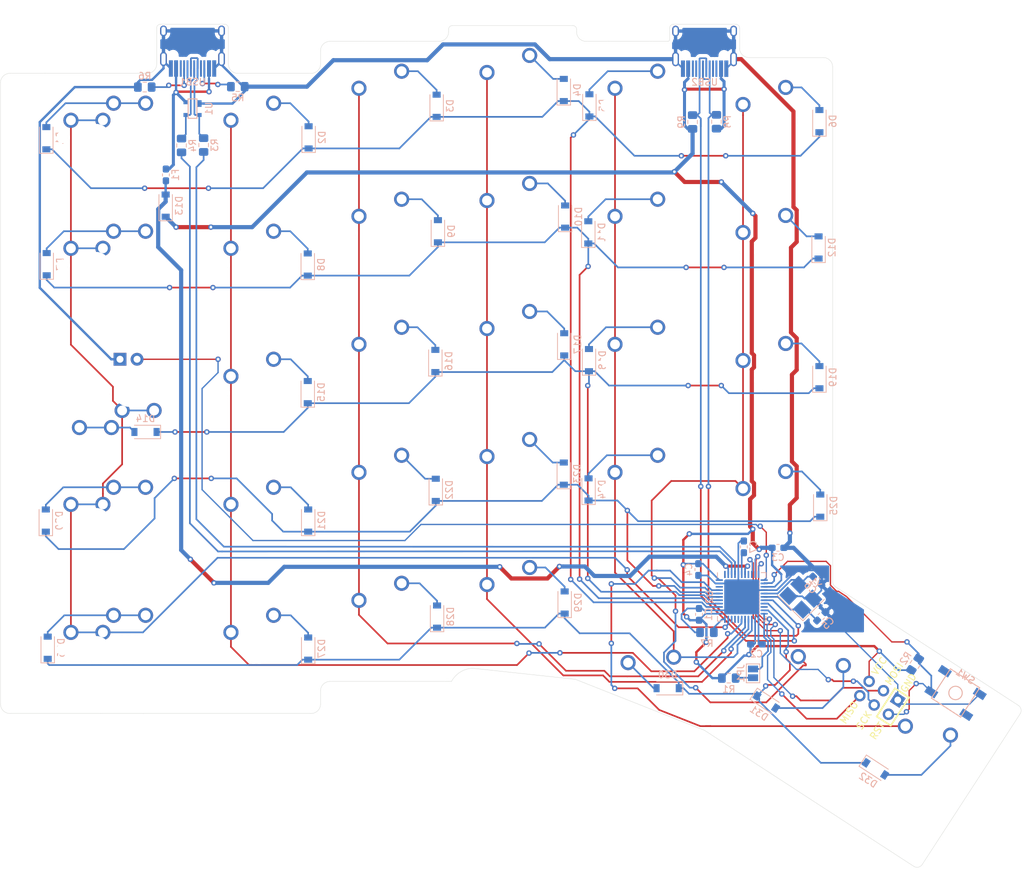
<source format=kicad_pcb>
(kicad_pcb (version 20171130) (host pcbnew 5.1.5)
  (layers (0 F.Cu signal) (31 B.Cu signal) (34 B.Paste user) (35 F.Paste user) (36 B.SilkS user) (37 F.SilkS user) (38 B.Mask user) (39 F.Mask user) (44 Edge.Cuts user))
  (net 0 "")
  (net 1 GND)
  (net 2 +5V)
  (net 3 "Net-(C5-Pad1)")
  (net 4 "Net-(C6-Pad1)")
  (net 5 "Net-(C7-Pad1)")
  (net 6 Row0)
  (net 7 "Net-(D1-Pad2)")
  (net 8 "Net-(D2-Pad2)")
  (net 9 "Net-(D3-Pad2)")
  (net 10 "Net-(D4-Pad2)")
  (net 11 "Net-(D5-Pad2)")
  (net 12 "Net-(D6-Pad2)")
  (net 13 "Net-(D7-Pad2)")
  (net 14 Row1)
  (net 15 "Net-(D8-Pad2)")
  (net 16 "Net-(D9-Pad2)")
  (net 17 "Net-(D10-Pad2)")
  (net 18 "Net-(D11-Pad2)")
  (net 19 "Net-(D12-Pad2)")
  (net 20 VBUS)
  (net 21 Row2)
  (net 22 "Net-(D14-Pad2)")
  (net 23 "Net-(D15-Pad2)")
  (net 24 "Net-(D16-Pad2)")
  (net 25 "Net-(D17-Pad2)")
  (net 26 "Net-(D18-Pad2)")
  (net 27 "Net-(D19-Pad2)")
  (net 28 Row3)
  (net 29 "Net-(D20-Pad2)")
  (net 30 "Net-(D21-Pad2)")
  (net 31 "Net-(D22-Pad2)")
  (net 32 "Net-(D23-Pad2)")
  (net 33 "Net-(D24-Pad2)")
  (net 34 "Net-(D25-Pad2)")
  (net 35 Row4)
  (net 36 "Net-(D26-Pad2)")
  (net 37 "Net-(D27-Pad2)")
  (net 38 "Net-(D28-Pad2)")
  (net 39 "Net-(D29-Pad2)")
  (net 40 "Net-(D30-Pad2)")
  (net 41 "Net-(D31-Pad2)")
  (net 42 "Net-(D32-Pad2)")
  (net 43 VCC)
  (net 44 MISO)
  (net 45 SCK)
  (net 46 MOSI)
  (net 47 RST)
  (net 48 "Net-(JP1-Pad2)")
  (net 49 HDETECT)
  (net 50 Col0)
  (net 51 Col1)
  (net 52 Col2)
  (net 53 Col3)
  (net 54 Col4)
  (net 55 Col5)
  (net 56 Col6)
  (net 57 "Net-(R3-Pad2)")
  (net 58 D+)
  (net 59 D-)
  (net 60 "Net-(R4-Pad2)")
  (net 61 "Net-(R5-Pad1)")
  (net 62 "Net-(R6-Pad1)")
  (net 63 "Net-(R7-Pad2)")
  (net 64 SCL)
  (net 65 SDA)
  (net 66 "Net-(U2-Pad1)")
  (net 67 "Net-(U2-Pad8)")
  (net 68 "Net-(U2-Pad20)")
  (net 69 "Net-(U2-Pad29)")
  (net 70 "Net-(U2-Pad30)")
  (net 71 "Net-(U2-Pad31)")
  (net 72 "Net-(U2-Pad42)")
  (net 73 "Net-(USB1-Pad9)")
  (net 74 "Net-(USB1-Pad3)")
  (net 75 "Net-(USB2-Pad3)")
  (net 76 "Net-(USB2-Pad10)")
  (net 77 "Net-(USB2-Pad4)")
  (net 78 "Net-(USB2-Pad9)")
  (net 79 CapsLED)
  (module MX_Only:MXOnly-1.5U-Vertical-NoLED (layer F.Cu) (at 179.8955 157.1625 327)
    (fp_text reference MX30)
    (fp_text value MX-NoLED)
    (pad "" np_thru_hole circle (at 5.08 0 15.0996) (size 1.75 1.75) (drill 1.75) (layers *.Cu *.Mask))
    (pad "" np_thru_hole circle (at -5.08 0 15.0996) (size 1.75 1.75) (drill 1.75) (layers *.Cu *.Mask))
    (pad 1 thru_hole circle (at -3.81 -2.54 327) (size 2.25 2.25) (drill 1.47) (layers *.Cu B.Mask) (net 55 Col5))
    (pad "" np_thru_hole circle (at 0 0 327) (size 3.9878 3.9878) (drill 3.9878) (layers *.Cu *.Mask))
    (pad 2 thru_hole circle (at 2.54 -5.08 327) (size 2.25 2.25) (drill 1.47) (layers *.Cu B.Mask) (net 41 "Net-(D31-Pad2)"))
  )
  (module MX_Only:MXOnly-1U-NoLED (layer F.Cu) (at 154.6225 70.9295)
    (fp_text reference MX5)
    (fp_text value MX-NoLED)
    (pad 2 thru_hole circle (at 2.54 -5.08) (size 2.25 2.25) (drill 1.47) (layers *.Cu B.Mask) (net 11 "Net-(D5-Pad2)"))
    (pad "" np_thru_hole circle (at 0 0) (size 3.9878 3.9878) (drill 3.9878) (layers *.Cu *.Mask))
    (pad 1 thru_hole circle (at -3.81 -2.54) (size 2.25 2.25) (drill 1.47) (layers *.Cu B.Mask) (net 54 Col4))
    (pad "" np_thru_hole circle (at -5.08 0 48.0996) (size 1.75 1.75) (drill 1.75) (layers *.Cu *.Mask))
    (pad "" np_thru_hole circle (at 5.08 0 48.0996) (size 1.75 1.75) (drill 1.75) (layers *.Cu *.Mask))
  )
  (module MX_Only:MXOnly-1U-NoLED (layer F.Cu) (at 156.5275 149.606 165)
    (fp_text reference MX29)
    (fp_text value MX-NoLED)
    (pad "" np_thru_hole circle (at 5.08 0 213.0996) (size 1.75 1.75) (drill 1.75) (layers *.Cu *.Mask))
    (pad "" np_thru_hole circle (at -5.08 0 213.0996) (size 1.75 1.75) (drill 1.75) (layers *.Cu *.Mask))
    (pad 1 thru_hole circle (at -3.81 -2.54 165) (size 2.25 2.25) (drill 1.47) (layers *.Cu B.Mask) (net 54 Col4))
    (pad "" np_thru_hole circle (at 0 0 165) (size 3.9878 3.9878) (drill 3.9878) (layers *.Cu *.Mask))
    (pad 2 thru_hole circle (at 2.54 -5.08 165) (size 2.25 2.25) (drill 1.47) (layers *.Cu B.Mask) (net 40 "Net-(D30-Pad2)"))
  )
  (module Resistor_SMD:R_0805_2012Metric_Pad1.15x1.40mm_HandSolder (layer B.Cu) (at 167.7416 156.1592)
    (fp_text reference R1 (at 0 1.65) (layer B.SilkS) (effects (justify mirror)))
    (fp_text value 10k)
    (pad 2 smd roundrect (at 1.025 0) (size 1.15 1.4) (layers B.Cu B.Paste B.Mask) (roundrect_rratio 0.217391) (net 48 "Net-(JP1-Pad2)"))
    (pad 1 smd roundrect (at -1.025 0) (size 1.15 1.4) (layers B.Cu B.Paste B.Mask) (roundrect_rratio 0.217391) (net 2 +5V))
  )
  (module MX_Only:MXOnly-1.5U-NoLED (layer F.Cu) (at 73.66 75.692)
    (fp_text reference MX1)
    (fp_text value MX-NoLED)
    (pad 2 thru_hole circle (at 2.54 -5.08) (size 2.25 2.25) (drill 1.47) (layers *.Cu B.Mask) (net 7 "Net-(D1-Pad2)"))
    (pad "" np_thru_hole circle (at 0 0) (size 3.9878 3.9878) (drill 3.9878) (layers *.Cu *.Mask))
    (pad 1 thru_hole circle (at -3.81 -2.54) (size 2.25 2.25) (drill 1.47) (layers *.Cu B.Mask) (net 50 Col0))
    (pad "" np_thru_hole circle (at -5.08 0 48.0996) (size 1.75 1.75) (drill 1.75) (layers *.Cu *.Mask))
    (pad "" np_thru_hole circle (at 5.08 0 48.0996) (size 1.75 1.75) (drill 1.75) (layers *.Cu *.Mask))
  )
  (module MX_Only:MXOnly-1U-NoLED (layer F.Cu) (at 78.4225 75.692)
    (fp_text reference MX63)
    (fp_text value MX-NoLED)
    (pad 2 thru_hole circle (at 2.54 -5.08) (size 2.25 2.25) (drill 1.47) (layers *.Cu B.Mask) (net 7 "Net-(D1-Pad2)"))
    (pad "" np_thru_hole circle (at 0 0) (size 3.9878 3.9878) (drill 3.9878) (layers *.Cu *.Mask))
    (pad 1 thru_hole circle (at -3.81 -2.54) (size 2.25 2.25) (drill 1.47) (layers *.Cu B.Mask) (net 50 Col0))
    (pad "" np_thru_hole circle (at -5.08 0 48.0996) (size 1.75 1.75) (drill 1.75) (layers *.Cu *.Mask))
    (pad "" np_thru_hole circle (at 5.08 0 48.0996) (size 1.75 1.75) (drill 1.75) (layers *.Cu *.Mask))
  )
  (module Type-C:HRO-TYPE-C-31-M-12-HandSoldering (layer B.Cu) (at 87.9475 57.2516)
    (fp_text reference USB1 (at 0 10.2) (layer B.SilkS) (effects (justify mirror)))
    (fp_text value HRO-TYPE-C-31-M-12)
    (pad 12 smd rect (at 3.225 8.195) (size 0.6 2.45) (layers B.Cu B.Paste B.Mask) (net 1 GND))
    (pad 1 smd rect (at -3.225 8.195) (size 0.6 2.45) (layers B.Cu B.Paste B.Mask) (net 1 GND))
    (pad 11 smd rect (at 2.45 8.195) (size 0.6 2.45) (layers B.Cu B.Paste B.Mask) (net 43 VCC))
    (pad 2 smd rect (at -2.45 8.195) (size 0.6 2.45) (layers B.Cu B.Paste B.Mask) (net 43 VCC))
    (pad 3 smd rect (at -1.75 8.195) (size 0.3 2.45) (layers B.Cu B.Paste B.Mask) (net 74 "Net-(USB1-Pad3)"))
    (pad 10 smd rect (at 1.75 8.195) (size 0.3 2.45) (layers B.Cu B.Paste B.Mask) (net 61 "Net-(R5-Pad1)"))
    (pad 4 smd rect (at -1.25 8.195) (size 0.3 2.45) (layers B.Cu B.Paste B.Mask) (net 62 "Net-(R6-Pad1)"))
    (pad 9 smd rect (at 1.25 8.195) (size 0.3 2.45) (layers B.Cu B.Paste B.Mask) (net 73 "Net-(USB1-Pad9)"))
    (pad 5 smd rect (at -0.75 8.195) (size 0.3 2.45) (layers B.Cu B.Paste B.Mask) (net 60 "Net-(R4-Pad2)"))
    (pad 8 smd rect (at 0.75 8.195) (size 0.3 2.45) (layers B.Cu B.Paste B.Mask) (net 57 "Net-(R3-Pad2)"))
    (pad 7 smd rect (at 0.25 8.195) (size 0.3 2.45) (layers B.Cu B.Paste B.Mask) (net 60 "Net-(R4-Pad2)"))
    (pad 6 smd rect (at -0.25 8.195) (size 0.3 2.45) (layers B.Cu B.Paste B.Mask) (net 57 "Net-(R3-Pad2)"))
    (pad "" np_thru_hole circle (at 2.89 6.25) (size 0.65 0.65) (drill 0.65) (layers *.Cu *.Mask))
    (pad "" np_thru_hole circle (at -2.89 6.25) (size 0.65 0.65) (drill 0.65) (layers *.Cu *.Mask))
    (pad 13 thru_hole oval (at -4.32 6.78) (size 1 2.1) (drill oval 0.6 1.7) (layers *.Cu F.Mask) (net 1 GND))
    (pad 13 thru_hole oval (at 4.32 6.78) (size 1 2.1) (drill oval 0.6 1.7) (layers *.Cu F.Mask) (net 1 GND))
    (pad 13 thru_hole oval (at -4.32 2.6) (size 1 1.6) (drill oval 0.6 1.2) (layers *.Cu F.Mask) (net 1 GND))
    (pad 13 thru_hole oval (at 4.32 2.6) (size 1 1.6) (drill oval 0.6 1.2) (layers *.Cu F.Mask) (net 1 GND))
  )
  (module Type-C:HRO-TYPE-C-31-M-12-HandSoldering (layer B.Cu) (at 164.1475 57.277)
    (fp_text reference USB2 (at 0 10.2) (layer B.SilkS) (effects (justify mirror)))
    (fp_text value HRO-TYPE-C-31-M-12)
    (pad 12 smd rect (at 3.225 8.195) (size 0.6 2.45) (layers B.Cu B.Paste B.Mask) (net 1 GND))
    (pad 1 smd rect (at -3.225 8.195) (size 0.6 2.45) (layers B.Cu B.Paste B.Mask) (net 1 GND))
    (pad 11 smd rect (at 2.45 8.195) (size 0.6 2.45) (layers B.Cu B.Paste B.Mask) (net 2 +5V))
    (pad 2 smd rect (at -2.45 8.195) (size 0.6 2.45) (layers B.Cu B.Paste B.Mask) (net 2 +5V))
    (pad 3 smd rect (at -1.75 8.195) (size 0.3 2.45) (layers B.Cu B.Paste B.Mask) (net 75 "Net-(USB2-Pad3)"))
    (pad 10 smd rect (at 1.75 8.195) (size 0.3 2.45) (layers B.Cu B.Paste B.Mask) (net 76 "Net-(USB2-Pad10)"))
    (pad 4 smd rect (at -1.25 8.195) (size 0.3 2.45) (layers B.Cu B.Paste B.Mask) (net 77 "Net-(USB2-Pad4)"))
    (pad 9 smd rect (at 1.25 8.195) (size 0.3 2.45) (layers B.Cu B.Paste B.Mask) (net 78 "Net-(USB2-Pad9)"))
    (pad 5 smd rect (at -0.75 8.195) (size 0.3 2.45) (layers B.Cu B.Paste B.Mask) (net 65 SDA))
    (pad 8 smd rect (at 0.75 8.195) (size 0.3 2.45) (layers B.Cu B.Paste B.Mask) (net 64 SCL))
    (pad 7 smd rect (at 0.25 8.195) (size 0.3 2.45) (layers B.Cu B.Paste B.Mask) (net 65 SDA))
    (pad 6 smd rect (at -0.25 8.195) (size 0.3 2.45) (layers B.Cu B.Paste B.Mask) (net 64 SCL))
    (pad "" np_thru_hole circle (at 2.89 6.25) (size 0.65 0.65) (drill 0.65) (layers *.Cu *.Mask))
    (pad "" np_thru_hole circle (at -2.89 6.25) (size 0.65 0.65) (drill 0.65) (layers *.Cu *.Mask))
    (pad 13 thru_hole oval (at -4.32 6.78) (size 1 2.1) (drill oval 0.6 1.7) (layers *.Cu F.Mask) (net 1 GND))
    (pad 13 thru_hole oval (at 4.32 6.78) (size 1 2.1) (drill oval 0.6 1.7) (layers *.Cu F.Mask) (net 1 GND))
    (pad 13 thru_hole oval (at -4.32 2.6) (size 1 1.6) (drill oval 0.6 1.2) (layers *.Cu F.Mask) (net 1 GND))
    (pad 13 thru_hole oval (at 4.32 2.6) (size 1 1.6) (drill oval 0.6 1.2) (layers *.Cu F.Mask) (net 1 GND))
  )
  (module MX_Only:MXOnly-1U-NoLED (layer F.Cu) (at 173.6725 73.3425)
    (fp_text reference MX6)
    (fp_text value MX-NoLED)
    (pad "" np_thru_hole circle (at 5.08 0 48.0996) (size 1.75 1.75) (drill 1.75) (layers *.Cu *.Mask))
    (pad "" np_thru_hole circle (at -5.08 0 48.0996) (size 1.75 1.75) (drill 1.75) (layers *.Cu *.Mask))
    (pad 1 thru_hole circle (at -3.81 -2.54) (size 2.25 2.25) (drill 1.47) (layers *.Cu B.Mask) (net 55 Col5))
    (pad "" np_thru_hole circle (at 0 0) (size 3.9878 3.9878) (drill 3.9878) (layers *.Cu *.Mask))
    (pad 2 thru_hole circle (at 2.54 -5.08) (size 2.25 2.25) (drill 1.47) (layers *.Cu B.Mask) (net 12 "Net-(D6-Pad2)"))
  )
  (module MX_Only:MXOnly-1U-NoLED (layer F.Cu) (at 135.5725 125.73)
    (fp_text reference MX22)
    (fp_text value MX-NoLED)
    (pad 2 thru_hole circle (at 2.54 -5.08) (size 2.25 2.25) (drill 1.47) (layers *.Cu B.Mask) (net 32 "Net-(D23-Pad2)"))
    (pad "" np_thru_hole circle (at 0 0) (size 3.9878 3.9878) (drill 3.9878) (layers *.Cu *.Mask))
    (pad 1 thru_hole circle (at -3.81 -2.54) (size 2.25 2.25) (drill 1.47) (layers *.Cu B.Mask) (net 53 Col3))
    (pad "" np_thru_hole circle (at -5.08 0 48.0996) (size 1.75 1.75) (drill 1.75) (layers *.Cu *.Mask))
    (pad "" np_thru_hole circle (at 5.08 0 48.0996) (size 1.75 1.75) (drill 1.75) (layers *.Cu *.Mask))
  )
  (module Package_DFN_QFN:QFN-44-1EP_7x7mm_P0.5mm_EP5.2x5.2mm (layer B.Cu) (at 169.6665 144.072 270)
    (fp_text reference U2 (at 0 4.82 90) (layer B.SilkS) (effects (justify mirror)))
    (fp_text value ATmega32U4-MU)
    (pad 45 smd roundrect (at 0 0 270) (size 5.2 5.2) (layers B.Cu B.Mask) (roundrect_rratio 0.048077) (net 1 GND))
    (pad 1 smd roundrect (at -3.3375 2.5 270) (size 1.075 0.25) (layers B.Cu B.Paste B.Mask) (net 66 "Net-(U2-Pad1)"))
    (pad 2 smd roundrect (at -3.3375 2 270) (size 1.075 0.25) (layers B.Cu B.Paste B.Mask) (net 20 VBUS))
    (pad 3 smd roundrect (at -3.3375 1.5 270) (size 1.075 0.25) (layers B.Cu B.Paste B.Mask) (net 59 D-))
    (pad 4 smd roundrect (at -3.3375 1 270) (size 1.075 0.25) (layers B.Cu B.Paste B.Mask) (net 58 D+))
    (pad 5 smd roundrect (at -3.3375 0.5 270) (size 1.075 0.25) (layers B.Cu B.Paste B.Mask) (net 1 GND))
    (pad 6 smd roundrect (at -3.3375 0 270) (size 1.075 0.25) (layers B.Cu B.Paste B.Mask) (net 5 "Net-(C7-Pad1)"))
    (pad 7 smd roundrect (at -3.3375 -0.5 270) (size 1.075 0.25) (layers B.Cu B.Paste B.Mask) (net 20 VBUS))
    (pad 8 smd roundrect (at -3.3375 -1 270) (size 1.075 0.25) (layers B.Cu B.Paste B.Mask) (net 67 "Net-(U2-Pad8)"))
    (pad 9 smd roundrect (at -3.3375 -1.5 270) (size 1.075 0.25) (layers B.Cu B.Paste B.Mask) (net 45 SCK))
    (pad 10 smd roundrect (at -3.3375 -2 270) (size 1.075 0.25) (layers B.Cu B.Paste B.Mask) (net 46 MOSI))
    (pad 11 smd roundrect (at -3.3375 -2.5 270) (size 1.075 0.25) (layers B.Cu B.Paste B.Mask) (net 44 MISO))
    (pad 12 smd roundrect (at -2.5 -3.3375 270) (size 0.25 1.075) (layers B.Cu B.Paste B.Mask) (net 79 CapsLED))
    (pad 13 smd roundrect (at -2 -3.3375 270) (size 0.25 1.075) (layers B.Cu B.Paste B.Mask) (net 47 RST))
    (pad 14 smd roundrect (at -1.5 -3.3375 270) (size 0.25 1.075) (layers B.Cu B.Paste B.Mask) (net 2 +5V))
    (pad 15 smd roundrect (at -1 -3.3375 270) (size 0.25 1.075) (layers B.Cu B.Paste B.Mask) (net 1 GND))
    (pad 16 smd roundrect (at -0.5 -3.3375 270) (size 0.25 1.075) (layers B.Cu B.Paste B.Mask) (net 4 "Net-(C6-Pad1)"))
    (pad 17 smd roundrect (at 0 -3.3375 270) (size 0.25 1.075) (layers B.Cu B.Paste B.Mask) (net 3 "Net-(C5-Pad1)"))
    (pad 18 smd roundrect (at 0.5 -3.3375 270) (size 0.25 1.075) (layers B.Cu B.Paste B.Mask) (net 64 SCL))
    (pad 19 smd roundrect (at 1 -3.3375 270) (size 0.25 1.075) (layers B.Cu B.Paste B.Mask) (net 65 SDA))
    (pad 20 smd roundrect (at 1.5 -3.3375 270) (size 0.25 1.075) (layers B.Cu B.Paste B.Mask) (net 68 "Net-(U2-Pad20)"))
    (pad 21 smd roundrect (at 2 -3.3375 270) (size 0.25 1.075) (layers B.Cu B.Paste B.Mask) (net 35 Row4))
    (pad 22 smd roundrect (at 2.5 -3.3375 270) (size 0.25 1.075) (layers B.Cu B.Paste B.Mask) (net 49 HDETECT))
    (pad 23 smd roundrect (at 3.3375 -2.5 270) (size 1.075 0.25) (layers B.Cu B.Paste B.Mask) (net 1 GND))
    (pad 24 smd roundrect (at 3.3375 -2 270) (size 1.075 0.25) (layers B.Cu B.Paste B.Mask) (net 2 +5V))
    (pad 25 smd roundrect (at 3.3375 -1.5 270) (size 1.075 0.25) (layers B.Cu B.Paste B.Mask) (net 54 Col4))
    (pad 26 smd roundrect (at 3.3375 -1 270) (size 1.075 0.25) (layers B.Cu B.Paste B.Mask) (net 53 Col3))
    (pad 27 smd roundrect (at 3.3375 -0.5 270) (size 1.075 0.25) (layers B.Cu B.Paste B.Mask) (net 52 Col2))
    (pad 28 smd roundrect (at 3.3375 0 270) (size 1.075 0.25) (layers B.Cu B.Paste B.Mask) (net 51 Col1))
    (pad 29 smd roundrect (at 3.3375 0.5 270) (size 1.075 0.25) (layers B.Cu B.Paste B.Mask) (net 69 "Net-(U2-Pad29)"))
    (pad 30 smd roundrect (at 3.3375 1 270) (size 1.075 0.25) (layers B.Cu B.Paste B.Mask) (net 70 "Net-(U2-Pad30)"))
    (pad 31 smd roundrect (at 3.3375 1.5 270) (size 1.075 0.25) (layers B.Cu B.Paste B.Mask) (net 71 "Net-(U2-Pad31)"))
    (pad 32 smd roundrect (at 3.3375 2 270) (size 1.075 0.25) (layers B.Cu B.Paste B.Mask) (net 50 Col0))
    (pad 33 smd roundrect (at 3.3375 2.5 270) (size 1.075 0.25) (layers B.Cu B.Paste B.Mask) (net 63 "Net-(R7-Pad2)"))
    (pad 34 smd roundrect (at 2.5 3.3375 270) (size 0.25 1.075) (layers B.Cu B.Paste B.Mask) (net 2 +5V))
    (pad 35 smd roundrect (at 2 3.3375 270) (size 0.25 1.075) (layers B.Cu B.Paste B.Mask) (net 1 GND))
    (pad 36 smd roundrect (at 1.5 3.3375 270) (size 0.25 1.075) (layers B.Cu B.Paste B.Mask) (net 6 Row0))
    (pad 37 smd roundrect (at 1 3.3375 270) (size 0.25 1.075) (layers B.Cu B.Paste B.Mask) (net 14 Row1))
    (pad 38 smd roundrect (at 0.5 3.3375 270) (size 0.25 1.075) (layers B.Cu B.Paste B.Mask) (net 21 Row2))
    (pad 39 smd roundrect (at 0 3.3375 270) (size 0.25 1.075) (layers B.Cu B.Paste B.Mask) (net 28 Row3))
    (pad 40 smd roundrect (at -0.5 3.3375 270) (size 0.25 1.075) (layers B.Cu B.Paste B.Mask) (net 55 Col5))
    (pad 41 smd roundrect (at -1 3.3375 270) (size 0.25 1.075) (layers B.Cu B.Paste B.Mask) (net 56 Col6))
    (pad 42 smd roundrect (at -1.5 3.3375 270) (size 0.25 1.075) (layers B.Cu B.Paste B.Mask) (net 72 "Net-(U2-Pad42)"))
    (pad 43 smd roundrect (at -2 3.3375 270) (size 0.25 1.075) (layers B.Cu B.Paste B.Mask) (net 1 GND))
    (pad 44 smd roundrect (at -2.5 3.3375 270) (size 0.25 1.075) (layers B.Cu B.Paste B.Mask) (net 2 +5V))
  )
  (module Capacitor_SMD:C_0603_1608Metric_Pad1.05x0.95mm_HandSolder (layer B.Cu) (at 163.3165 146.671 90)
    (fp_text reference C1 (at 0 1.43 90) (layer B.SilkS) (effects (justify mirror)))
    (fp_text value 0.1uF)
    (pad 2 smd roundrect (at 0.875 0 90) (size 1.05 0.95) (layers B.Cu B.Paste B.Mask) (net 1 GND))
    (pad 1 smd roundrect (at -0.875 0 90) (size 1.05 0.95) (layers B.Cu B.Paste B.Mask) (net 2 +5V))
  )
  (module Capacitor_SMD:C_0603_1608Metric_Pad1.05x0.95mm_HandSolder (layer B.Cu) (at 171.8564 151.13)
    (fp_text reference C2 (at 0 1.43) (layer B.SilkS) (effects (justify mirror)))
    (fp_text value 0.1uF)
    (pad 1 smd roundrect (at -0.875 0) (size 1.05 0.95) (layers B.Cu B.Paste B.Mask) (net 2 +5V))
    (pad 2 smd roundrect (at 0.875 0) (size 1.05 0.95) (layers B.Cu B.Paste B.Mask) (net 1 GND))
  )
  (module Capacitor_SMD:C_0603_1608Metric_Pad1.05x0.95mm_HandSolder (layer B.Cu) (at 175.064 136.7695)
    (fp_text reference C3 (at 0 1.43) (layer B.SilkS) (effects (justify mirror)))
    (fp_text value 0.1uF)
    (pad 2 smd roundrect (at 0.875 0) (size 1.05 0.95) (layers B.Cu B.Paste B.Mask) (net 1 GND))
    (pad 1 smd roundrect (at -0.875 0) (size 1.05 0.95) (layers B.Cu B.Paste B.Mask) (net 2 +5V))
  )
  (module Capacitor_SMD:C_0603_1608Metric_Pad1.05x0.95mm_HandSolder (layer B.Cu) (at 163.2204 140.0048 270)
    (fp_text reference C4 (at 0 1.43 90) (layer B.SilkS) (effects (justify mirror)))
    (fp_text value 10uF)
    (pad 1 smd roundrect (at -0.875 0 270) (size 1.05 0.95) (layers B.Cu B.Paste B.Mask) (net 2 +5V))
    (pad 2 smd roundrect (at 0.875 0 270) (size 1.05 0.95) (layers B.Cu B.Paste B.Mask) (net 1 GND))
  )
  (module Capacitor_SMD:C_0603_1608Metric_Pad1.05x0.95mm_HandSolder (layer B.Cu) (at 181.5084 146.9644 45)
    (fp_text reference C5 (at 0 1.43 45) (layer B.SilkS) (effects (justify mirror)))
    (fp_text value 22pF)
    (pad 2 smd roundrect (at 0.875 0 45) (size 1.05 0.95) (layers B.Cu B.Paste B.Mask) (net 1 GND))
    (pad 1 smd roundrect (at -0.875 0 45) (size 1.05 0.95) (layers B.Cu B.Paste B.Mask) (net 3 "Net-(C5-Pad1)"))
  )
  (module Capacitor_SMD:C_0603_1608Metric_Pad1.05x0.95mm_HandSolder (layer B.Cu) (at 180.8988 141.6812 315)
    (fp_text reference C6 (at 0 1.43 135) (layer B.SilkS) (effects (justify mirror)))
    (fp_text value 22pF)
    (pad 1 smd roundrect (at -0.875 0 315) (size 1.05 0.95) (layers B.Cu B.Paste B.Mask) (net 4 "Net-(C6-Pad1)"))
    (pad 2 smd roundrect (at 0.875 0 315) (size 1.05 0.95) (layers B.Cu B.Paste B.Mask) (net 1 GND))
  )
  (module Capacitor_SMD:C_0603_1608Metric_Pad1.05x0.95mm_HandSolder (layer B.Cu) (at 169.984 136.6285 90)
    (fp_text reference C7 (at 0 1.43 90) (layer B.SilkS) (effects (justify mirror)))
    (fp_text value 1uF)
    (pad 1 smd roundrect (at -0.875 0 90) (size 1.05 0.95) (layers B.Cu B.Paste B.Mask) (net 5 "Net-(C7-Pad1)"))
    (pad 2 smd roundrect (at 0.875 0 90) (size 1.05 0.95) (layers B.Cu B.Paste B.Mask) (net 1 GND))
  )
  (module Diode_SMD:D_SOD-123 (layer B.Cu) (at 66.1924 75.819 90)
    (fp_text reference D1 (at 0 2 270) (layer B.SilkS) (effects (justify mirror)))
    (fp_text value D_Small)
    (pad 1 smd rect (at -1.65 0 90) (size 0.9 1.2) (layers B.Cu B.Paste B.Mask) (net 6 Row0))
    (pad 2 smd rect (at 1.65 0 90) (size 0.9 1.2) (layers B.Cu B.Paste B.Mask) (net 7 "Net-(D1-Pad2)"))
  )
  (module Diode_SMD:D_SOD-123 (layer B.Cu) (at 105.2195 75.691 90)
    (fp_text reference D2 (at 0 2 270) (layer B.SilkS) (effects (justify mirror)))
    (fp_text value D_Small)
    (pad 1 smd rect (at -1.65 0 90) (size 0.9 1.2) (layers B.Cu B.Paste B.Mask) (net 6 Row0))
    (pad 2 smd rect (at 1.65 0 90) (size 0.9 1.2) (layers B.Cu B.Paste B.Mask) (net 8 "Net-(D2-Pad2)"))
  )
  (module Diode_SMD:D_SOD-123 (layer B.Cu) (at 124.2695 70.992 90)
    (fp_text reference D3 (at 0 2 270) (layer B.SilkS) (effects (justify mirror)))
    (fp_text value D_Small)
    (pad 2 smd rect (at 1.65 0 90) (size 0.9 1.2) (layers B.Cu B.Paste B.Mask) (net 9 "Net-(D3-Pad2)"))
    (pad 1 smd rect (at -1.65 0 90) (size 0.9 1.2) (layers B.Cu B.Paste B.Mask) (net 6 Row0))
  )
  (module Diode_SMD:D_SOD-123 (layer B.Cu) (at 143.1925 68.6425 90)
    (fp_text reference D4 (at 0 2 270) (layer B.SilkS) (effects (justify mirror)))
    (fp_text value D_Small)
    (pad 2 smd rect (at 1.65 0 90) (size 0.9 1.2) (layers B.Cu B.Paste B.Mask) (net 10 "Net-(D4-Pad2)"))
    (pad 1 smd rect (at -1.65 0 90) (size 0.9 1.2) (layers B.Cu B.Paste B.Mask) (net 6 Row0))
  )
  (module Diode_SMD:D_SOD-123 (layer B.Cu) (at 147.0025 70.9295 90)
    (fp_text reference D5 (at 0 2 270) (layer B.SilkS) (effects (justify mirror)))
    (fp_text value D_Small)
    (pad 1 smd rect (at -1.65 0 90) (size 0.9 1.2) (layers B.Cu B.Paste B.Mask) (net 6 Row0))
    (pad 2 smd rect (at 1.65 0 90) (size 0.9 1.2) (layers B.Cu B.Paste B.Mask) (net 11 "Net-(D5-Pad2)"))
  )
  (module Diode_SMD:D_SOD-123 (layer B.Cu) (at 181.229 73.278 90)
    (fp_text reference D6 (at 0 2 270) (layer B.SilkS) (effects (justify mirror)))
    (fp_text value D_Small)
    (pad 2 smd rect (at 1.65 0 90) (size 0.9 1.2) (layers B.Cu B.Paste B.Mask) (net 12 "Net-(D6-Pad2)"))
    (pad 1 smd rect (at -1.65 0 90) (size 0.9 1.2) (layers B.Cu B.Paste B.Mask) (net 6 Row0))
  )
  (module Diode_SMD:D_SOD-123 (layer B.Cu) (at 66.2432 94.5652 90)
    (fp_text reference D7 (at 0 2 270) (layer B.SilkS) (effects (justify mirror)))
    (fp_text value D_Small)
    (pad 2 smd rect (at 1.65 0 90) (size 0.9 1.2) (layers B.Cu B.Paste B.Mask) (net 13 "Net-(D7-Pad2)"))
    (pad 1 smd rect (at -1.65 0 90) (size 0.9 1.2) (layers B.Cu B.Paste B.Mask) (net 14 Row1))
  )
  (module Diode_SMD:D_SOD-123 (layer B.Cu) (at 105.0925 94.615 90)
    (fp_text reference D8 (at 0 2 -90) (layer B.SilkS) (effects (justify mirror)))
    (fp_text value D_Small)
    (pad 1 smd rect (at -1.65 0 90) (size 0.9 1.2) (layers B.Cu B.Paste B.Mask) (net 14 Row1))
    (pad 2 smd rect (at 1.65 0 90) (size 0.9 1.2) (layers B.Cu B.Paste B.Mask) (net 15 "Net-(D8-Pad2)"))
  )
  (module Diode_SMD:D_SOD-123 (layer B.Cu) (at 124.46 89.662 90)
    (fp_text reference D9 (at 0 2 -90) (layer B.SilkS) (effects (justify mirror)))
    (fp_text value D_Small)
    (pad 1 smd rect (at -1.65 0 90) (size 0.9 1.2) (layers B.Cu B.Paste B.Mask) (net 14 Row1))
    (pad 2 smd rect (at 1.65 0 90) (size 0.9 1.2) (layers B.Cu B.Paste B.Mask) (net 16 "Net-(D9-Pad2)"))
  )
  (module Diode_SMD:D_SOD-123 (layer B.Cu) (at 143.39 87.478 90)
    (fp_text reference D10 (at 0 2 -90) (layer B.SilkS) (effects (justify mirror)))
    (fp_text value D_Small)
    (pad 2 smd rect (at 1.65 0 90) (size 0.9 1.2) (layers B.Cu B.Paste B.Mask) (net 17 "Net-(D10-Pad2)"))
    (pad 1 smd rect (at -1.65 0 90) (size 0.9 1.2) (layers B.Cu B.Paste B.Mask) (net 14 Row1))
  )
  (module Diode_SMD:D_SOD-123 (layer B.Cu) (at 146.84 89.8275 90)
    (fp_text reference D11 (at 0 2 -90) (layer B.SilkS) (effects (justify mirror)))
    (fp_text value D_Small)
    (pad 1 smd rect (at -1.65 0 90) (size 0.9 1.2) (layers B.Cu B.Paste B.Mask) (net 14 Row1))
    (pad 2 smd rect (at 1.65 0 90) (size 0.9 1.2) (layers B.Cu B.Paste B.Mask) (net 18 "Net-(D11-Pad2)"))
  )
  (module Diode_SMD:D_SOD-123 (layer B.Cu) (at 181.102 92.074 90)
    (fp_text reference D12 (at 0 2 -90) (layer B.SilkS) (effects (justify mirror)))
    (fp_text value D_Small)
    (pad 2 smd rect (at 1.65 0 90) (size 0.9 1.2) (layers B.Cu B.Paste B.Mask) (net 19 "Net-(D12-Pad2)"))
    (pad 1 smd rect (at -1.65 0 90) (size 0.9 1.2) (layers B.Cu B.Paste B.Mask) (net 14 Row1))
  )
  (module Diode_SMD:D_SOD-123 (layer B.Cu) (at 83.947 85.852 90)
    (fp_text reference D13 (at 0 2 90) (layer B.SilkS) (effects (justify mirror)))
    (fp_text value Schottky)
    (pad 1 smd rect (at -1.65 0 90) (size 0.9 1.2) (layers B.Cu B.Paste B.Mask) (net 2 +5V))
    (pad 2 smd rect (at 1.65 0 90) (size 0.9 1.2) (layers B.Cu B.Paste B.Mask) (net 20 VBUS))
  )
  (module Diode_SMD:D_SOD-123 (layer B.Cu) (at 80.9488 119.5324 180)
    (fp_text reference D14 (at 0 2 180) (layer B.SilkS) (effects (justify mirror)))
    (fp_text value D_Small)
    (pad 1 smd rect (at -1.65 0 180) (size 0.9 1.2) (layers B.Cu B.Paste B.Mask) (net 21 Row2))
    (pad 2 smd rect (at 1.65 0 180) (size 0.9 1.2) (layers B.Cu B.Paste B.Mask) (net 22 "Net-(D14-Pad2)"))
  )
  (module Diode_SMD:D_SOD-123 (layer B.Cu) (at 105.0925 113.6015 90)
    (fp_text reference D15 (at 0 2 270) (layer B.SilkS) (effects (justify mirror)))
    (fp_text value D_Small)
    (pad 2 smd rect (at 1.65 0 90) (size 0.9 1.2) (layers B.Cu B.Paste B.Mask) (net 23 "Net-(D15-Pad2)"))
    (pad 1 smd rect (at -1.65 0 90) (size 0.9 1.2) (layers B.Cu B.Paste B.Mask) (net 21 Row2))
  )
  (module Diode_SMD:D_SOD-123 (layer B.Cu) (at 124.079 108.966 90)
    (fp_text reference D16 (at 0 2 270) (layer B.SilkS) (effects (justify mirror)))
    (fp_text value D_Small)
    (pad 1 smd rect (at -1.65 0 90) (size 0.9 1.2) (layers B.Cu B.Paste B.Mask) (net 21 Row2))
    (pad 2 smd rect (at 1.65 0 90) (size 0.9 1.2) (layers B.Cu B.Paste B.Mask) (net 24 "Net-(D16-Pad2)"))
  )
  (module Diode_SMD:D_SOD-123 (layer B.Cu) (at 143.256 106.4895 90)
    (fp_text reference D17 (at 0 2 270) (layer B.SilkS) (effects (justify mirror)))
    (fp_text value D_Small)
    (pad 2 smd rect (at 1.65 0 90) (size 0.9 1.2) (layers B.Cu B.Paste B.Mask) (net 25 "Net-(D17-Pad2)"))
    (pad 1 smd rect (at -1.65 0 90) (size 0.9 1.2) (layers B.Cu B.Paste B.Mask) (net 21 Row2))
  )
  (module Diode_SMD:D_SOD-123 (layer B.Cu) (at 146.939 108.839 90)
    (fp_text reference D18 (at 0 2 270) (layer B.SilkS) (effects (justify mirror)))
    (fp_text value D_Small)
    (pad 2 smd rect (at 1.65 0 90) (size 0.9 1.2) (layers B.Cu B.Paste B.Mask) (net 26 "Net-(D18-Pad2)"))
    (pad 1 smd rect (at -1.65 0 90) (size 0.9 1.2) (layers B.Cu B.Paste B.Mask) (net 21 Row2))
  )
  (module Diode_SMD:D_SOD-123 (layer B.Cu) (at 181.229 111.379 90)
    (fp_text reference D19 (at 0 2 270) (layer B.SilkS) (effects (justify mirror)))
    (fp_text value D_Small)
    (pad 2 smd rect (at 1.65 0 90) (size 0.9 1.2) (layers B.Cu B.Paste B.Mask) (net 27 "Net-(D19-Pad2)"))
    (pad 1 smd rect (at -1.65 0 90) (size 0.9 1.2) (layers B.Cu B.Paste B.Mask) (net 21 Row2))
  )
  (module Diode_SMD:D_SOD-123 (layer B.Cu) (at 66.1162 132.715 90)
    (fp_text reference D20 (at 0 2 270) (layer B.SilkS) (effects (justify mirror)))
    (fp_text value D_Small)
    (pad 1 smd rect (at -1.65 0 90) (size 0.9 1.2) (layers B.Cu B.Paste B.Mask) (net 28 Row3))
    (pad 2 smd rect (at 1.65 0 90) (size 0.9 1.2) (layers B.Cu B.Paste B.Mask) (net 29 "Net-(D20-Pad2)"))
  )
  (module Diode_SMD:D_SOD-123 (layer B.Cu) (at 105.156 132.714 90)
    (fp_text reference D21 (at 0 2 270) (layer B.SilkS) (effects (justify mirror)))
    (fp_text value D_Small)
    (pad 2 smd rect (at 1.65 0 90) (size 0.9 1.2) (layers B.Cu B.Paste B.Mask) (net 30 "Net-(D21-Pad2)"))
    (pad 1 smd rect (at -1.65 0 90) (size 0.9 1.2) (layers B.Cu B.Paste B.Mask) (net 28 Row3))
  )
  (module Diode_SMD:D_SOD-123 (layer B.Cu) (at 124.1425 128.142 90)
    (fp_text reference D22 (at 0 2 270) (layer B.SilkS) (effects (justify mirror)))
    (fp_text value D_Small)
    (pad 1 smd rect (at -1.65 0 90) (size 0.9 1.2) (layers B.Cu B.Paste B.Mask) (net 28 Row3))
    (pad 2 smd rect (at 1.65 0 90) (size 0.9 1.2) (layers B.Cu B.Paste B.Mask) (net 31 "Net-(D22-Pad2)"))
  )
  (module Diode_SMD:D_SOD-123 (layer B.Cu) (at 143.1925 125.729 90)
    (fp_text reference D23 (at 0 2 270) (layer B.SilkS) (effects (justify mirror)))
    (fp_text value D_Small)
    (pad 2 smd rect (at 1.65 0 90) (size 0.9 1.2) (layers B.Cu B.Paste B.Mask) (net 32 "Net-(D23-Pad2)"))
    (pad 1 smd rect (at -1.65 0 90) (size 0.9 1.2) (layers B.Cu B.Paste B.Mask) (net 28 Row3))
  )
  (module Diode_SMD:D_SOD-123 (layer B.Cu) (at 146.8755 128.0805 90)
    (fp_text reference D24 (at 0 2 270) (layer B.SilkS) (effects (justify mirror)))
    (fp_text value D_Small)
    (pad 1 smd rect (at -1.65 0 90) (size 0.9 1.2) (layers B.Cu B.Paste B.Mask) (net 28 Row3))
    (pad 2 smd rect (at 1.65 0 90) (size 0.9 1.2) (layers B.Cu B.Paste B.Mask) (net 33 "Net-(D24-Pad2)"))
  )
  (module Diode_SMD:D_SOD-123 (layer B.Cu) (at 181.356 130.4915 90)
    (fp_text reference D25 (at 0 2 270) (layer B.SilkS) (effects (justify mirror)))
    (fp_text value D_Small)
    (pad 2 smd rect (at 1.65 0 90) (size 0.9 1.2) (layers B.Cu B.Paste B.Mask) (net 34 "Net-(D25-Pad2)"))
    (pad 1 smd rect (at -1.65 0 90) (size 0.9 1.2) (layers B.Cu B.Paste B.Mask) (net 28 Row3))
  )
  (module Diode_SMD:D_SOD-123 (layer B.Cu) (at 66.3956 151.638 90)
    (fp_text reference D26 (at 0 2 270) (layer B.SilkS) (effects (justify mirror)))
    (fp_text value D_Small)
    (pad 1 smd rect (at -1.65 0 90) (size 0.9 1.2) (layers B.Cu B.Paste B.Mask) (net 35 Row4))
    (pad 2 smd rect (at 1.65 0 90) (size 0.9 1.2) (layers B.Cu B.Paste B.Mask) (net 36 "Net-(D26-Pad2)"))
  )
  (module Diode_SMD:D_SOD-123 (layer B.Cu) (at 105.156 151.764 90)
    (fp_text reference D27 (at 0 2 270) (layer B.SilkS) (effects (justify mirror)))
    (fp_text value D_Small)
    (pad 2 smd rect (at 1.65 0 90) (size 0.9 1.2) (layers B.Cu B.Paste B.Mask) (net 37 "Net-(D27-Pad2)"))
    (pad 1 smd rect (at -1.65 0 90) (size 0.9 1.2) (layers B.Cu B.Paste B.Mask) (net 35 Row4))
  )
  (module Diode_SMD:D_SOD-123 (layer B.Cu) (at 124.333 147.0015 90)
    (fp_text reference D28 (at 0 2 270) (layer B.SilkS) (effects (justify mirror)))
    (fp_text value D_Small)
    (pad 1 smd rect (at -1.65 0 90) (size 0.9 1.2) (layers B.Cu B.Paste B.Mask) (net 35 Row4))
    (pad 2 smd rect (at 1.65 0 90) (size 0.9 1.2) (layers B.Cu B.Paste B.Mask) (net 38 "Net-(D28-Pad2)"))
  )
  (module Diode_SMD:D_SOD-123 (layer B.Cu) (at 143.3195 144.907 90)
    (fp_text reference D29 (at 0 2 270) (layer B.SilkS) (effects (justify mirror)))
    (fp_text value D_Small)
    (pad 2 smd rect (at 1.65 0 90) (size 0.9 1.2) (layers B.Cu B.Paste B.Mask) (net 39 "Net-(D29-Pad2)"))
    (pad 1 smd rect (at -1.65 0 90) (size 0.9 1.2) (layers B.Cu B.Paste B.Mask) (net 35 Row4))
  )
  (module Diode_SMD:D_SOD-123 (layer B.Cu) (at 158.6494 157.6578 180)
    (fp_text reference D30 (at 0 2 180) (layer B.SilkS) (effects (justify mirror)))
    (fp_text value D_Small)
    (pad 1 smd rect (at -1.65 0 180) (size 0.9 1.2) (layers B.Cu B.Paste B.Mask) (net 35 Row4))
    (pad 2 smd rect (at 1.65 0 180) (size 0.9 1.2) (layers B.Cu B.Paste B.Mask) (net 40 "Net-(D30-Pad2)"))
  )
  (module Diode_SMD:D_SOD-123 (layer B.Cu) (at 173.3296 159.7152 327)
    (fp_text reference D31 (at 0 2 147) (layer B.SilkS) (effects (justify mirror)))
    (fp_text value D_Small)
    (pad 2 smd rect (at 1.65 0 327) (size 0.9 1.2) (layers B.Cu B.Paste B.Mask) (net 41 "Net-(D31-Pad2)"))
    (pad 1 smd rect (at -1.65 0 327) (size 0.9 1.2) (layers B.Cu B.Paste B.Mask) (net 35 Row4))
  )
  (module Diode_SMD:D_SOD-123 (layer B.Cu) (at 189.560694 169.662346 327)
    (fp_text reference D32 (at 0 2 327) (layer B.SilkS) (effects (justify mirror)))
    (fp_text value D_Small)
    (pad 1 smd rect (at -1.65 0 327) (size 0.9 1.2) (layers B.Cu B.Paste B.Mask) (net 35 Row4))
    (pad 2 smd rect (at 1.65 0 327) (size 0.9 1.2) (layers B.Cu B.Paste B.Mask) (net 42 "Net-(D32-Pad2)"))
  )
  (module Fuse:Fuse_0603_1608Metric_Pad1.05x0.95mm_HandSolder (layer B.Cu) (at 83.9851 81.28 90)
    (fp_text reference F1 (at 0 1.43 90) (layer B.SilkS) (effects (justify mirror)))
    (fp_text value 500mA)
    (pad 1 smd roundrect (at -0.875 0 90) (size 1.05 0.95) (layers B.Cu B.Paste B.Mask) (net 20 VBUS))
    (pad 2 smd roundrect (at 0.875 0 90) (size 1.05 0.95) (layers B.Cu B.Paste B.Mask) (net 43 VCC))
  )
  (module Resistor_SMD:R_0805_2012Metric_Pad1.15x1.40mm_HandSolder (layer B.Cu) (at 195.453 154.1145 237)
    (fp_text reference R2 (at 0 1.65 57) (layer B.SilkS) (effects (justify mirror)))
    (fp_text value 10k)
    (pad 2 smd roundrect (at 1.025 0 237) (size 1.15 1.4) (layers B.Cu B.Paste B.Mask) (roundrect_rratio 0.217391) (net 2 +5V))
    (pad 1 smd roundrect (at -1.025 0 237) (size 1.15 1.4) (layers B.Cu B.Paste B.Mask) (roundrect_rratio 0.217391) (net 47 RST))
  )
  (module Resistor_SMD:R_0805_2012Metric_Pad1.15x1.40mm_HandSolder (layer B.Cu) (at 89.5985 76.835 90)
    (fp_text reference R3 (at 0 1.65 90) (layer B.SilkS) (effects (justify mirror)))
    (fp_text value 22)
    (pad 2 smd roundrect (at 1.025 0 90) (size 1.15 1.4) (layers B.Cu B.Paste B.Mask) (roundrect_rratio 0.217391) (net 57 "Net-(R3-Pad2)"))
    (pad 1 smd roundrect (at -1.025 0 90) (size 1.15 1.4) (layers B.Cu B.Paste B.Mask) (roundrect_rratio 0.217391) (net 58 D+))
  )
  (module Resistor_SMD:R_0805_2012Metric_Pad1.15x1.40mm_HandSolder (layer B.Cu) (at 86.3092 76.8985 90)
    (fp_text reference R4 (at 0 1.65 90) (layer B.SilkS) (effects (justify mirror)))
    (fp_text value 22)
    (pad 1 smd roundrect (at -1.025 0 90) (size 1.15 1.4) (layers B.Cu B.Paste B.Mask) (roundrect_rratio 0.217391) (net 59 D-))
    (pad 2 smd roundrect (at 1.025 0 90) (size 1.15 1.4) (layers B.Cu B.Paste B.Mask) (roundrect_rratio 0.217391) (net 60 "Net-(R4-Pad2)"))
  )
  (module Resistor_SMD:R_0805_2012Metric_Pad1.15x1.40mm_HandSolder (layer B.Cu) (at 94.6785 68.1482)
    (fp_text reference R5 (at 0 1.65) (layer B.SilkS) (effects (justify mirror)))
    (fp_text value 5.1k)
    (pad 1 smd roundrect (at -1.025 0) (size 1.15 1.4) (layers B.Cu B.Paste B.Mask) (roundrect_rratio 0.217391) (net 61 "Net-(R5-Pad1)"))
    (pad 2 smd roundrect (at 1.025 0) (size 1.15 1.4) (layers B.Cu B.Paste B.Mask) (roundrect_rratio 0.217391) (net 1 GND))
  )
  (module Resistor_SMD:R_0805_2012Metric_Pad1.15x1.40mm_HandSolder (layer B.Cu) (at 80.8355 68.2117 180)
    (fp_text reference R6 (at 0 1.65) (layer B.SilkS) (effects (justify mirror)))
    (fp_text value 5.1k)
    (pad 2 smd roundrect (at 1.025 0 180) (size 1.15 1.4) (layers B.Cu B.Paste B.Mask) (roundrect_rratio 0.217391) (net 1 GND))
    (pad 1 smd roundrect (at -1.025 0 180) (size 1.15 1.4) (layers B.Cu B.Paste B.Mask) (roundrect_rratio 0.217391) (net 62 "Net-(R6-Pad1)"))
  )
  (module Resistor_SMD:R_0805_2012Metric_Pad1.15x1.40mm_HandSolder (layer B.Cu) (at 164.4904 149.352)
    (fp_text reference R7 (at 0 1.65) (layer B.SilkS) (effects (justify mirror)))
    (fp_text value 10k)
    (pad 1 smd roundrect (at -1.025 0) (size 1.15 1.4) (layers B.Cu B.Paste B.Mask) (roundrect_rratio 0.217391) (net 1 GND))
    (pad 2 smd roundrect (at 1.025 0) (size 1.15 1.4) (layers B.Cu B.Paste B.Mask) (roundrect_rratio 0.217391) (net 63 "Net-(R7-Pad2)"))
  )
  (module Resistor_SMD:R_0805_2012Metric_Pad1.15x1.40mm_HandSolder (layer B.Cu) (at 165.9128 73.3679 90)
    (fp_text reference R8 (at 0 1.65 90) (layer B.SilkS) (effects (justify mirror)))
    (fp_text value 4.7k)
    (pad 1 smd roundrect (at -1.025 0 90) (size 1.15 1.4) (layers B.Cu B.Paste B.Mask) (roundrect_rratio 0.217391) (net 2 +5V))
    (pad 2 smd roundrect (at 1.025 0 90) (size 1.15 1.4) (layers B.Cu B.Paste B.Mask) (roundrect_rratio 0.217391) (net 64 SCL))
  )
  (module Resistor_SMD:R_0805_2012Metric_Pad1.15x1.40mm_HandSolder (layer B.Cu) (at 162.3568 73.406 270)
    (fp_text reference R9 (at 0 1.65 90) (layer B.SilkS) (effects (justify mirror)))
    (fp_text value 4.7k)
    (pad 1 smd roundrect (at -1.025 0 270) (size 1.15 1.4) (layers B.Cu B.Paste B.Mask) (roundrect_rratio 0.217391) (net 65 SDA))
    (pad 2 smd roundrect (at 1.025 0 270) (size 1.15 1.4) (layers B.Cu B.Paste B.Mask) (roundrect_rratio 0.217391) (net 2 +5V))
  )
  (module locallib:SKQGADE010 (layer B.Cu) (at 201.4855 158.369 327)
    (fp_text reference SW1 (at -0.117003 -2.861762 147) (layer B.SilkS) (effects (justify mirror)))
    (fp_text value SW_Push)
    (pad 4 smd rect (at -3.1 -1.85 327) (size 1.8 1.1) (layers B.Cu B.Paste B.Mask))
    (pad 3 smd rect (at 3.1 1.85 327) (size 1.8 1.1) (layers B.Cu B.Paste B.Mask))
    (pad 2 smd rect (at -3.1 1.85 327) (size 1.8 1.1) (layers B.Cu B.Paste B.Mask) (net 47 RST))
    (pad 1 smd rect (at 3.1 -1.85 327) (size 1.8 1.1) (layers B.Cu B.Paste B.Mask) (net 1 GND))
  )
  (module locallib:SOT143B (layer B.Cu) (at 87.9475 71.4121 270)
    (fp_text reference U1 (at 0 -2.45 90) (layer B.SilkS) (effects (justify mirror)))
    (fp_text value PRTR5V0U2X)
    (pad 3 smd rect (at 0.95 1 270) (size 0.6 0.7) (layers B.Cu B.Paste B.Mask) (net 60 "Net-(R4-Pad2)"))
    (pad 2 smd rect (at 0.95 -1 270) (size 0.6 0.7) (layers B.Cu B.Paste B.Mask) (net 57 "Net-(R3-Pad2)"))
    (pad 4 smd rect (at -0.95 1 270) (size 0.6 0.7) (layers B.Cu B.Paste B.Mask) (net 43 VCC))
    (pad 1 smd rect (at -0.75 -1 270) (size 1 0.7) (layers B.Cu B.Paste B.Mask) (net 1 GND))
  )
  (module Crystal:Crystal_SMD_3225-4Pin_3.2x2.5mm_HandSoldering (layer B.Cu) (at 178.4604 144.1196 135)
    (fp_text reference Y1 (at 0 3.05 135) (layer B.SilkS) (effects (justify mirror)))
    (fp_text value Crystal_GND24_Small)
    (pad 4 smd rect (at -1.45 1.15 135) (size 2.1 1.8) (layers B.Cu B.Paste B.Mask) (net 1 GND))
    (pad 3 smd rect (at 1.45 1.15 135) (size 2.1 1.8) (layers B.Cu B.Paste B.Mask) (net 4 "Net-(C6-Pad1)"))
    (pad 2 smd rect (at 1.45 -1.15 135) (size 2.1 1.8) (layers B.Cu B.Paste B.Mask) (net 1 GND))
    (pad 1 smd rect (at -1.45 -1.15 135) (size 2.1 1.8) (layers B.Cu B.Paste B.Mask) (net 3 "Net-(C5-Pad1)"))
  )
  (module MX_Only:MXOnly-1U-NoLED (layer F.Cu) (at 97.4725 75.692)
    (fp_text reference MX2)
    (fp_text value MX-NoLED)
    (pad "" np_thru_hole circle (at 5.08 0 48.0996) (size 1.75 1.75) (drill 1.75) (layers *.Cu *.Mask))
    (pad "" np_thru_hole circle (at -5.08 0 48.0996) (size 1.75 1.75) (drill 1.75) (layers *.Cu *.Mask))
    (pad 1 thru_hole circle (at -3.81 -2.54) (size 2.25 2.25) (drill 1.47) (layers *.Cu B.Mask) (net 51 Col1))
    (pad "" np_thru_hole circle (at 0 0) (size 3.9878 3.9878) (drill 3.9878) (layers *.Cu *.Mask))
    (pad 2 thru_hole circle (at 2.54 -5.08) (size 2.25 2.25) (drill 1.47) (layers *.Cu B.Mask) (net 8 "Net-(D2-Pad2)"))
  )
  (module MX_Only:MXOnly-1U-NoLED (layer F.Cu) (at 116.5225 70.9295)
    (fp_text reference MX3)
    (fp_text value MX-NoLED)
    (pad 2 thru_hole circle (at 2.54 -5.08) (size 2.25 2.25) (drill 1.47) (layers *.Cu B.Mask) (net 9 "Net-(D3-Pad2)"))
    (pad "" np_thru_hole circle (at 0 0) (size 3.9878 3.9878) (drill 3.9878) (layers *.Cu *.Mask))
    (pad 1 thru_hole circle (at -3.81 -2.54) (size 2.25 2.25) (drill 1.47) (layers *.Cu B.Mask) (net 52 Col2))
    (pad "" np_thru_hole circle (at -5.08 0 48.0996) (size 1.75 1.75) (drill 1.75) (layers *.Cu *.Mask))
    (pad "" np_thru_hole circle (at 5.08 0 48.0996) (size 1.75 1.75) (drill 1.75) (layers *.Cu *.Mask))
  )
  (module MX_Only:MXOnly-1U-NoLED (layer F.Cu) (at 135.5725 68.58)
    (fp_text reference MX4)
    (fp_text value MX-NoLED)
    (pad "" np_thru_hole circle (at 5.08 0 48.0996) (size 1.75 1.75) (drill 1.75) (layers *.Cu *.Mask))
    (pad "" np_thru_hole circle (at -5.08 0 48.0996) (size 1.75 1.75) (drill 1.75) (layers *.Cu *.Mask))
    (pad 1 thru_hole circle (at -3.81 -2.54) (size 2.25 2.25) (drill 1.47) (layers *.Cu B.Mask) (net 53 Col3))
    (pad "" np_thru_hole circle (at 0 0) (size 3.9878 3.9878) (drill 3.9878) (layers *.Cu *.Mask))
    (pad 2 thru_hole circle (at 2.54 -5.08) (size 2.25 2.25) (drill 1.47) (layers *.Cu B.Mask) (net 10 "Net-(D4-Pad2)"))
  )
  (module MX_Only:MXOnly-1.5U-NoLED (layer F.Cu) (at 73.66 94.742)
    (fp_text reference MX7)
    (fp_text value MX-NoLED)
    (pad "" np_thru_hole circle (at 5.08 0 48.0996) (size 1.75 1.75) (drill 1.75) (layers *.Cu *.Mask))
    (pad "" np_thru_hole circle (at -5.08 0 48.0996) (size 1.75 1.75) (drill 1.75) (layers *.Cu *.Mask))
    (pad 1 thru_hole circle (at -3.81 -2.54) (size 2.25 2.25) (drill 1.47) (layers *.Cu B.Mask) (net 50 Col0))
    (pad "" np_thru_hole circle (at 0 0) (size 3.9878 3.9878) (drill 3.9878) (layers *.Cu *.Mask))
    (pad 2 thru_hole circle (at 2.54 -5.08) (size 2.25 2.25) (drill 1.47) (layers *.Cu B.Mask) (net 13 "Net-(D7-Pad2)"))
  )
  (module MX_Only:MXOnly-1U-NoLED (layer F.Cu) (at 97.4725 94.742)
    (fp_text reference MX8)
    (fp_text value MX-NoLED)
    (pad "" np_thru_hole circle (at 5.08 0 48.0996) (size 1.75 1.75) (drill 1.75) (layers *.Cu *.Mask))
    (pad "" np_thru_hole circle (at -5.08 0 48.0996) (size 1.75 1.75) (drill 1.75) (layers *.Cu *.Mask))
    (pad 1 thru_hole circle (at -3.81 -2.54) (size 2.25 2.25) (drill 1.47) (layers *.Cu B.Mask) (net 51 Col1))
    (pad "" np_thru_hole circle (at 0 0) (size 3.9878 3.9878) (drill 3.9878) (layers *.Cu *.Mask))
    (pad 2 thru_hole circle (at 2.54 -5.08) (size 2.25 2.25) (drill 1.47) (layers *.Cu B.Mask) (net 15 "Net-(D8-Pad2)"))
  )
  (module MX_Only:MXOnly-1U-NoLED (layer F.Cu) (at 116.5225 89.9795)
    (fp_text reference MX9)
    (fp_text value MX-NoLED)
    (pad 2 thru_hole circle (at 2.54 -5.08) (size 2.25 2.25) (drill 1.47) (layers *.Cu B.Mask) (net 16 "Net-(D9-Pad2)"))
    (pad "" np_thru_hole circle (at 0 0) (size 3.9878 3.9878) (drill 3.9878) (layers *.Cu *.Mask))
    (pad 1 thru_hole circle (at -3.81 -2.54) (size 2.25 2.25) (drill 1.47) (layers *.Cu B.Mask) (net 52 Col2))
    (pad "" np_thru_hole circle (at -5.08 0 48.0996) (size 1.75 1.75) (drill 1.75) (layers *.Cu *.Mask))
    (pad "" np_thru_hole circle (at 5.08 0 48.0996) (size 1.75 1.75) (drill 1.75) (layers *.Cu *.Mask))
  )
  (module MX_Only:MXOnly-1U-NoLED (layer F.Cu) (at 135.5725 87.63)
    (fp_text reference MX10)
    (fp_text value MX-NoLED)
    (pad "" np_thru_hole circle (at 5.08 0 48.0996) (size 1.75 1.75) (drill 1.75) (layers *.Cu *.Mask))
    (pad "" np_thru_hole circle (at -5.08 0 48.0996) (size 1.75 1.75) (drill 1.75) (layers *.Cu *.Mask))
    (pad 1 thru_hole circle (at -3.81 -2.54) (size 2.25 2.25) (drill 1.47) (layers *.Cu B.Mask) (net 53 Col3))
    (pad "" np_thru_hole circle (at 0 0) (size 3.9878 3.9878) (drill 3.9878) (layers *.Cu *.Mask))
    (pad 2 thru_hole circle (at 2.54 -5.08) (size 2.25 2.25) (drill 1.47) (layers *.Cu B.Mask) (net 17 "Net-(D10-Pad2)"))
  )
  (module MX_Only:MXOnly-1U-NoLED (layer F.Cu) (at 154.6225 89.9795)
    (fp_text reference MX11)
    (fp_text value MX-NoLED)
    (pad 2 thru_hole circle (at 2.54 -5.08) (size 2.25 2.25) (drill 1.47) (layers *.Cu B.Mask) (net 18 "Net-(D11-Pad2)"))
    (pad "" np_thru_hole circle (at 0 0) (size 3.9878 3.9878) (drill 3.9878) (layers *.Cu *.Mask))
    (pad 1 thru_hole circle (at -3.81 -2.54) (size 2.25 2.25) (drill 1.47) (layers *.Cu B.Mask) (net 54 Col4))
    (pad "" np_thru_hole circle (at -5.08 0 48.0996) (size 1.75 1.75) (drill 1.75) (layers *.Cu *.Mask))
    (pad "" np_thru_hole circle (at 5.08 0 48.0996) (size 1.75 1.75) (drill 1.75) (layers *.Cu *.Mask))
  )
  (module MX_Only:MXOnly-1U-NoLED (layer F.Cu) (at 173.6725 92.3925)
    (fp_text reference MX12)
    (fp_text value MX-NoLED)
    (pad 2 thru_hole circle (at 2.54 -5.08) (size 2.25 2.25) (drill 1.47) (layers *.Cu B.Mask) (net 19 "Net-(D12-Pad2)"))
    (pad "" np_thru_hole circle (at 0 0) (size 3.9878 3.9878) (drill 3.9878) (layers *.Cu *.Mask))
    (pad 1 thru_hole circle (at -3.81 -2.54) (size 2.25 2.25) (drill 1.47) (layers *.Cu B.Mask) (net 55 Col5))
    (pad "" np_thru_hole circle (at -5.08 0 48.0996) (size 1.75 1.75) (drill 1.75) (layers *.Cu *.Mask))
    (pad "" np_thru_hole circle (at 5.08 0 48.0996) (size 1.75 1.75) (drill 1.75) (layers *.Cu *.Mask))
  )
  (module MX_Only:MXOnly-1U-NoLED (layer F.Cu) (at 97.4725 113.792)
    (fp_text reference MX14)
    (fp_text value MX-NoLED)
    (pad 2 thru_hole circle (at 2.54 -5.08) (size 2.25 2.25) (drill 1.47) (layers *.Cu B.Mask) (net 23 "Net-(D15-Pad2)"))
    (pad "" np_thru_hole circle (at 0 0) (size 3.9878 3.9878) (drill 3.9878) (layers *.Cu *.Mask))
    (pad 1 thru_hole circle (at -3.81 -2.54) (size 2.25 2.25) (drill 1.47) (layers *.Cu B.Mask) (net 51 Col1))
    (pad "" np_thru_hole circle (at -5.08 0 48.0996) (size 1.75 1.75) (drill 1.75) (layers *.Cu *.Mask))
    (pad "" np_thru_hole circle (at 5.08 0 48.0996) (size 1.75 1.75) (drill 1.75) (layers *.Cu *.Mask))
  )
  (module MX_Only:MXOnly-1U-NoLED (layer F.Cu) (at 116.5225 109.0295)
    (fp_text reference MX15)
    (fp_text value MX-NoLED)
    (pad "" np_thru_hole circle (at 5.08 0 48.0996) (size 1.75 1.75) (drill 1.75) (layers *.Cu *.Mask))
    (pad "" np_thru_hole circle (at -5.08 0 48.0996) (size 1.75 1.75) (drill 1.75) (layers *.Cu *.Mask))
    (pad 1 thru_hole circle (at -3.81 -2.54) (size 2.25 2.25) (drill 1.47) (layers *.Cu B.Mask) (net 52 Col2))
    (pad "" np_thru_hole circle (at 0 0) (size 3.9878 3.9878) (drill 3.9878) (layers *.Cu *.Mask))
    (pad 2 thru_hole circle (at 2.54 -5.08) (size 2.25 2.25) (drill 1.47) (layers *.Cu B.Mask) (net 24 "Net-(D16-Pad2)"))
  )
  (module MX_Only:MXOnly-1U-NoLED (layer F.Cu) (at 135.5725 106.68)
    (fp_text reference MX16)
    (fp_text value MX-NoLED)
    (pad 2 thru_hole circle (at 2.54 -5.08) (size 2.25 2.25) (drill 1.47) (layers *.Cu B.Mask) (net 25 "Net-(D17-Pad2)"))
    (pad "" np_thru_hole circle (at 0 0) (size 3.9878 3.9878) (drill 3.9878) (layers *.Cu *.Mask))
    (pad 1 thru_hole circle (at -3.81 -2.54) (size 2.25 2.25) (drill 1.47) (layers *.Cu B.Mask) (net 53 Col3))
    (pad "" np_thru_hole circle (at -5.08 0 48.0996) (size 1.75 1.75) (drill 1.75) (layers *.Cu *.Mask))
    (pad "" np_thru_hole circle (at 5.08 0 48.0996) (size 1.75 1.75) (drill 1.75) (layers *.Cu *.Mask))
  )
  (module MX_Only:MXOnly-1U-NoLED (layer F.Cu) (at 154.6225 109.0295)
    (fp_text reference MX17)
    (fp_text value MX-NoLED)
    (pad "" np_thru_hole circle (at 5.08 0 48.0996) (size 1.75 1.75) (drill 1.75) (layers *.Cu *.Mask))
    (pad "" np_thru_hole circle (at -5.08 0 48.0996) (size 1.75 1.75) (drill 1.75) (layers *.Cu *.Mask))
    (pad 1 thru_hole circle (at -3.81 -2.54) (size 2.25 2.25) (drill 1.47) (layers *.Cu B.Mask) (net 54 Col4))
    (pad "" np_thru_hole circle (at 0 0) (size 3.9878 3.9878) (drill 3.9878) (layers *.Cu *.Mask))
    (pad 2 thru_hole circle (at 2.54 -5.08) (size 2.25 2.25) (drill 1.47) (layers *.Cu B.Mask) (net 26 "Net-(D18-Pad2)"))
  )
  (module MX_Only:MXOnly-1U-NoLED (layer F.Cu) (at 173.6725 111.4425)
    (fp_text reference MX18)
    (fp_text value MX-NoLED)
    (pad 2 thru_hole circle (at 2.54 -5.08) (size 2.25 2.25) (drill 1.47) (layers *.Cu B.Mask) (net 27 "Net-(D19-Pad2)"))
    (pad "" np_thru_hole circle (at 0 0) (size 3.9878 3.9878) (drill 3.9878) (layers *.Cu *.Mask))
    (pad 1 thru_hole circle (at -3.81 -2.54) (size 2.25 2.25) (drill 1.47) (layers *.Cu B.Mask) (net 55 Col5))
    (pad "" np_thru_hole circle (at -5.08 0 48.0996) (size 1.75 1.75) (drill 1.75) (layers *.Cu *.Mask))
    (pad "" np_thru_hole circle (at 5.08 0 48.0996) (size 1.75 1.75) (drill 1.75) (layers *.Cu *.Mask))
  )
  (module MX_Only:MXOnly-1.5U-NoLED (layer F.Cu) (at 73.66 132.842)
    (fp_text reference MX19)
    (fp_text value MX-NoLED)
    (pad 2 thru_hole circle (at 2.54 -5.08) (size 2.25 2.25) (drill 1.47) (layers *.Cu B.Mask) (net 29 "Net-(D20-Pad2)"))
    (pad "" np_thru_hole circle (at 0 0) (size 3.9878 3.9878) (drill 3.9878) (layers *.Cu *.Mask))
    (pad 1 thru_hole circle (at -3.81 -2.54) (size 2.25 2.25) (drill 1.47) (layers *.Cu B.Mask) (net 50 Col0))
    (pad "" np_thru_hole circle (at -5.08 0 48.0996) (size 1.75 1.75) (drill 1.75) (layers *.Cu *.Mask))
    (pad "" np_thru_hole circle (at 5.08 0 48.0996) (size 1.75 1.75) (drill 1.75) (layers *.Cu *.Mask))
  )
  (module MX_Only:MXOnly-1U-NoLED (layer F.Cu) (at 97.4725 132.842)
    (fp_text reference MX20)
    (fp_text value MX-NoLED)
    (pad 2 thru_hole circle (at 2.54 -5.08) (size 2.25 2.25) (drill 1.47) (layers *.Cu B.Mask) (net 30 "Net-(D21-Pad2)"))
    (pad "" np_thru_hole circle (at 0 0) (size 3.9878 3.9878) (drill 3.9878) (layers *.Cu *.Mask))
    (pad 1 thru_hole circle (at -3.81 -2.54) (size 2.25 2.25) (drill 1.47) (layers *.Cu B.Mask) (net 51 Col1))
    (pad "" np_thru_hole circle (at -5.08 0 48.0996) (size 1.75 1.75) (drill 1.75) (layers *.Cu *.Mask))
    (pad "" np_thru_hole circle (at 5.08 0 48.0996) (size 1.75 1.75) (drill 1.75) (layers *.Cu *.Mask))
  )
  (module MX_Only:MXOnly-1U-NoLED (layer F.Cu) (at 116.5225 128.0795)
    (fp_text reference MX21)
    (fp_text value MX-NoLED)
    (pad "" np_thru_hole circle (at 5.08 0 48.0996) (size 1.75 1.75) (drill 1.75) (layers *.Cu *.Mask))
    (pad "" np_thru_hole circle (at -5.08 0 48.0996) (size 1.75 1.75) (drill 1.75) (layers *.Cu *.Mask))
    (pad 1 thru_hole circle (at -3.81 -2.54) (size 2.25 2.25) (drill 1.47) (layers *.Cu B.Mask) (net 52 Col2))
    (pad "" np_thru_hole circle (at 0 0) (size 3.9878 3.9878) (drill 3.9878) (layers *.Cu *.Mask))
    (pad 2 thru_hole circle (at 2.54 -5.08) (size 2.25 2.25) (drill 1.47) (layers *.Cu B.Mask) (net 31 "Net-(D22-Pad2)"))
  )
  (module MX_Only:MXOnly-1U-NoLED (layer F.Cu) (at 154.6225 128.0795)
    (fp_text reference MX23)
    (fp_text value MX-NoLED)
    (pad "" np_thru_hole circle (at 5.08 0 48.0996) (size 1.75 1.75) (drill 1.75) (layers *.Cu *.Mask))
    (pad "" np_thru_hole circle (at -5.08 0 48.0996) (size 1.75 1.75) (drill 1.75) (layers *.Cu *.Mask))
    (pad 1 thru_hole circle (at -3.81 -2.54) (size 2.25 2.25) (drill 1.47) (layers *.Cu B.Mask) (net 54 Col4))
    (pad "" np_thru_hole circle (at 0 0) (size 3.9878 3.9878) (drill 3.9878) (layers *.Cu *.Mask))
    (pad 2 thru_hole circle (at 2.54 -5.08) (size 2.25 2.25) (drill 1.47) (layers *.Cu B.Mask) (net 33 "Net-(D24-Pad2)"))
  )
  (module MX_Only:MXOnly-1U-NoLED (layer F.Cu) (at 173.6725 130.4925)
    (fp_text reference MX24)
    (fp_text value MX-NoLED)
    (pad 2 thru_hole circle (at 2.54 -5.08) (size 2.25 2.25) (drill 1.47) (layers *.Cu B.Mask) (net 34 "Net-(D25-Pad2)"))
    (pad "" np_thru_hole circle (at 0 0) (size 3.9878 3.9878) (drill 3.9878) (layers *.Cu *.Mask))
    (pad 1 thru_hole circle (at -3.81 -2.54) (size 2.25 2.25) (drill 1.47) (layers *.Cu B.Mask) (net 55 Col5))
    (pad "" np_thru_hole circle (at -5.08 0 48.0996) (size 1.75 1.75) (drill 1.75) (layers *.Cu *.Mask))
    (pad "" np_thru_hole circle (at 5.08 0 48.0996) (size 1.75 1.75) (drill 1.75) (layers *.Cu *.Mask))
  )
  (module MX_Only:MXOnly-1.5U-NoLED (layer F.Cu) (at 73.66 151.892)
    (fp_text reference MX25)
    (fp_text value MX-NoLED)
    (pad 2 thru_hole circle (at 2.54 -5.08) (size 2.25 2.25) (drill 1.47) (layers *.Cu B.Mask) (net 36 "Net-(D26-Pad2)"))
    (pad "" np_thru_hole circle (at 0 0) (size 3.9878 3.9878) (drill 3.9878) (layers *.Cu *.Mask))
    (pad 1 thru_hole circle (at -3.81 -2.54) (size 2.25 2.25) (drill 1.47) (layers *.Cu B.Mask) (net 50 Col0))
    (pad "" np_thru_hole circle (at -5.08 0 48.0996) (size 1.75 1.75) (drill 1.75) (layers *.Cu *.Mask))
    (pad "" np_thru_hole circle (at 5.08 0 48.0996) (size 1.75 1.75) (drill 1.75) (layers *.Cu *.Mask))
  )
  (module MX_Only:MXOnly-1U-NoLED (layer F.Cu) (at 97.4725 151.892)
    (fp_text reference MX26)
    (fp_text value MX-NoLED)
    (pad 2 thru_hole circle (at 2.54 -5.08) (size 2.25 2.25) (drill 1.47) (layers *.Cu B.Mask) (net 37 "Net-(D27-Pad2)"))
    (pad "" np_thru_hole circle (at 0 0) (size 3.9878 3.9878) (drill 3.9878) (layers *.Cu *.Mask))
    (pad 1 thru_hole circle (at -3.81 -2.54) (size 2.25 2.25) (drill 1.47) (layers *.Cu B.Mask) (net 51 Col1))
    (pad "" np_thru_hole circle (at -5.08 0 48.0996) (size 1.75 1.75) (drill 1.75) (layers *.Cu *.Mask))
    (pad "" np_thru_hole circle (at 5.08 0 48.0996) (size 1.75 1.75) (drill 1.75) (layers *.Cu *.Mask))
  )
  (module MX_Only:MXOnly-1U-NoLED (layer F.Cu) (at 116.5225 147.1295)
    (fp_text reference MX27)
    (fp_text value MX-NoLED)
    (pad "" np_thru_hole circle (at 5.08 0 48.0996) (size 1.75 1.75) (drill 1.75) (layers *.Cu *.Mask))
    (pad "" np_thru_hole circle (at -5.08 0 48.0996) (size 1.75 1.75) (drill 1.75) (layers *.Cu *.Mask))
    (pad 1 thru_hole circle (at -3.81 -2.54) (size 2.25 2.25) (drill 1.47) (layers *.Cu B.Mask) (net 52 Col2))
    (pad "" np_thru_hole circle (at 0 0) (size 3.9878 3.9878) (drill 3.9878) (layers *.Cu *.Mask))
    (pad 2 thru_hole circle (at 2.54 -5.08) (size 2.25 2.25) (drill 1.47) (layers *.Cu B.Mask) (net 38 "Net-(D28-Pad2)"))
  )
  (module MX_Only:MXOnly-1U-NoLED (layer F.Cu) (at 135.5725 144.78)
    (fp_text reference MX28)
    (fp_text value MX-NoLED)
    (pad 2 thru_hole circle (at 2.54 -5.08) (size 2.25 2.25) (drill 1.47) (layers *.Cu B.Mask) (net 39 "Net-(D29-Pad2)"))
    (pad "" np_thru_hole circle (at 0 0) (size 3.9878 3.9878) (drill 3.9878) (layers *.Cu *.Mask))
    (pad 1 thru_hole circle (at -3.81 -2.54) (size 2.25 2.25) (drill 1.47) (layers *.Cu B.Mask) (net 53 Col3))
    (pad "" np_thru_hole circle (at -5.08 0 48.0996) (size 1.75 1.75) (drill 1.75) (layers *.Cu *.Mask))
    (pad "" np_thru_hole circle (at 5.08 0 48.0996) (size 1.75 1.75) (drill 1.75) (layers *.Cu *.Mask))
  )
  (module MX_Only:MXOnly-1U-NoLED (layer F.Cu) (at 78.4225 94.742)
    (fp_text reference MX64)
    (fp_text value MX-NoLED)
    (pad "" np_thru_hole circle (at 5.08 0 48.0996) (size 1.75 1.75) (drill 1.75) (layers *.Cu *.Mask))
    (pad "" np_thru_hole circle (at -5.08 0 48.0996) (size 1.75 1.75) (drill 1.75) (layers *.Cu *.Mask))
    (pad 1 thru_hole circle (at -3.81 -2.54) (size 2.25 2.25) (drill 1.47) (layers *.Cu B.Mask) (net 50 Col0))
    (pad "" np_thru_hole circle (at 0 0) (size 3.9878 3.9878) (drill 3.9878) (layers *.Cu *.Mask))
    (pad 2 thru_hole circle (at 2.54 -5.08) (size 2.25 2.25) (drill 1.47) (layers *.Cu B.Mask) (net 13 "Net-(D7-Pad2)"))
  )
  (module MX_Only:MXOnly-1U-NoLED (layer F.Cu) (at 78.4225 132.842)
    (fp_text reference MX66)
    (fp_text value MX-NoLED)
    (pad "" np_thru_hole circle (at 5.08 0 48.0996) (size 1.75 1.75) (drill 1.75) (layers *.Cu *.Mask))
    (pad "" np_thru_hole circle (at -5.08 0 48.0996) (size 1.75 1.75) (drill 1.75) (layers *.Cu *.Mask))
    (pad 1 thru_hole circle (at -3.81 -2.54) (size 2.25 2.25) (drill 1.47) (layers *.Cu B.Mask) (net 50 Col0))
    (pad "" np_thru_hole circle (at 0 0) (size 3.9878 3.9878) (drill 3.9878) (layers *.Cu *.Mask))
    (pad 2 thru_hole circle (at 2.54 -5.08) (size 2.25 2.25) (drill 1.47) (layers *.Cu B.Mask) (net 29 "Net-(D20-Pad2)"))
  )
  (module MX_Only:MXOnly-1U-NoLED (layer F.Cu) (at 78.4225 151.892)
    (fp_text reference MX67)
    (fp_text value MX-NoLED)
    (pad 2 thru_hole circle (at 2.54 -5.08) (size 2.25 2.25) (drill 1.47) (layers *.Cu B.Mask) (net 36 "Net-(D26-Pad2)"))
    (pad "" np_thru_hole circle (at 0 0) (size 3.9878 3.9878) (drill 3.9878) (layers *.Cu *.Mask))
    (pad 1 thru_hole circle (at -3.81 -2.54) (size 2.25 2.25) (drill 1.47) (layers *.Cu B.Mask) (net 50 Col0))
    (pad "" np_thru_hole circle (at -5.08 0 48.0996) (size 1.75 1.75) (drill 1.75) (layers *.Cu *.Mask))
    (pad "" np_thru_hole circle (at 5.08 0 48.0996) (size 1.75 1.75) (drill 1.75) (layers *.Cu *.Mask))
  )
  (module MX_Only:MXOnly-1.5U-NoLED (layer F.Cu) (at 73.66 113.792 180)
    (fp_text reference MX13)
    (fp_text value MX-NoLED)
    (pad "" np_thru_hole circle (at 5.08 0 228.0996) (size 1.75 1.75) (drill 1.75) (layers *.Cu *.Mask))
    (pad "" np_thru_hole circle (at -5.08 0 228.0996) (size 1.75 1.75) (drill 1.75) (layers *.Cu *.Mask))
    (pad 1 thru_hole circle (at -3.81 -2.54 180) (size 2.25 2.25) (drill 1.47) (layers *.Cu B.Mask) (net 50 Col0))
    (pad "" np_thru_hole circle (at 0 0 180) (size 3.9878 3.9878) (drill 3.9878) (layers *.Cu *.Mask))
    (pad 2 thru_hole circle (at 2.54 -5.08 180) (size 2.25 2.25) (drill 1.47) (layers *.Cu B.Mask) (net 22 "Net-(D14-Pad2)"))
  )
  (module MX_Only:MXOnly-1U (layer F.Cu) (at 78.4225 113.792 180)
    (fp_text reference MX65)
    (fp_text value MX-LED)
    (pad 2 thru_hole circle (at 2.54 -5.08 180) (size 2.25 2.25) (drill 1.47) (layers *.Cu B.Mask) (net 22 "Net-(D14-Pad2)"))
    (pad "" np_thru_hole circle (at 0 0 180) (size 3.9878 3.9878) (drill 3.9878) (layers *.Cu *.Mask))
    (pad 1 thru_hole circle (at -3.81 -2.54 180) (size 2.25 2.25) (drill 1.47) (layers *.Cu B.Mask) (net 50 Col0))
    (pad 3 thru_hole circle (at -1.27 5.08 180) (size 1.905 1.905) (drill 1.04) (layers *.Cu B.Mask) (net 79 CapsLED))
    (pad 4 thru_hole rect (at 1.27 5.08 180) (size 1.905 1.905) (drill 1.04) (layers *.Cu B.Mask) (net 1 GND))
    (pad "" np_thru_hole circle (at -5.08 0 228.0996) (size 1.75 1.75) (drill 1.75) (layers *.Cu *.Mask))
    (pad "" np_thru_hole circle (at 5.08 0 228.0996) (size 1.75 1.75) (drill 1.75) (layers *.Cu *.Mask))
  )
  (module MX_Only:MXOnly-1.5U-Vertical-NoLED (layer F.Cu) (at 195.834 167.513 327)
    (fp_text reference MX31)
    (fp_text value MX-NoLED)
    (pad 2 thru_hole circle (at 2.54 -5.08 327) (size 2.25 2.25) (drill 1.47) (layers *.Cu B.Mask) (net 42 "Net-(D32-Pad2)"))
    (pad "" np_thru_hole circle (at 0 0 327) (size 3.9878 3.9878) (drill 3.9878) (layers *.Cu *.Mask))
    (pad 1 thru_hole circle (at -3.81 -2.54 327) (size 2.25 2.25) (drill 1.47) (layers *.Cu B.Mask) (net 56 Col6))
    (pad "" np_thru_hole circle (at -5.08 0 15.0996) (size 1.75 1.75) (drill 1.75) (layers *.Cu *.Mask))
    (pad "" np_thru_hole circle (at 5.08 0 15.0996) (size 1.75 1.75) (drill 1.75) (layers *.Cu *.Mask))
  )
  (module Molex-0548190589:Reset_Pretty-Mask (layer F.Cu) (at 190.065685 159.092128 57)
    (fp_text reference J1)
    (fp_text value AVR-ISP-6)
    (fp_text user GND (at 4.25 2.5 57) (layer F.SilkS))
    (fp_text user RST (at -4.25 2.5 57) (layer F.SilkS))
    (fp_text user MOSI (at 4.25 0 57) (layer F.SilkS))
    (fp_text user SCK (at -4 0 57) (layer F.SilkS))
    (fp_text user VCC (at 4 -2.5 57) (layer F.SilkS))
    (fp_text user MISO (at -4.25 -2.5 57) (layer F.SilkS))
    (pad 1 thru_hole circle (at -1.27 -2.54 57) (size 1.7 1.7) (drill 1) (layers *.Cu F.Mask) (net 44 MISO))
    (pad 2 thru_hole circle (at 1.27 -2.54 57) (size 1.7 1.7) (drill 1) (layers *.Cu F.Mask) (net 2 +5V))
    (pad 3 thru_hole circle (at -1.27 0 57) (size 1.7 1.7) (drill 1) (layers *.Cu F.Mask) (net 45 SCK))
    (pad 4 thru_hole circle (at 1.27 0 57) (size 1.7 1.7) (drill 1) (layers *.Cu F.Mask) (net 46 MOSI))
    (pad 5 thru_hole circle (at -1.27 2.54 57) (size 1.7 1.7) (drill 1) (layers *.Cu F.Mask) (net 47 RST))
    (pad 6 thru_hole rect (at 1.27 2.54 57) (size 1.7 1.7) (drill 1) (layers *.Cu F.Mask) (net 1 GND))
  )
  (module Jumper:SolderJumper-2_P1.3mm_Open_Pad1.0x1.5mm (layer B.Cu) (at 171.3484 155.448 270)
    (fp_text reference JP1 (at 0 1.8 90) (layer B.SilkS) (effects (justify mirror)))
    (fp_text value Jumper_NO)
    (pad 1 smd rect (at -0.65 0 270) (size 1 1.5) (layers B.Cu B.Mask) (net 49 HDETECT))
    (pad 2 smd rect (at 0.65 0 270) (size 1 1.5) (layers B.Cu B.Mask) (net 48 "Net-(JP1-Pad2)"))
  )
  (gr_line (start 119.6975 156.6545) (end 126.483811 156.65005) (layer Edge.Cuts) (width 0.05))
  (gr_line (start 74.295 161.417) (end 80.645 161.417) (layer Edge.Cuts) (width 0.05))
  (gr_line (start 149.86 61.4045) (end 156.21 61.4045) (layer Edge.Cuts) (width 0.05))
  (gr_line (start 113.4745 61.4045) (end 119.8245 61.4045) (layer Edge.Cuts) (width 0.05))
  (gr_line (start 65.9765 66.167) (end 72.3265 66.167) (layer Edge.Cuts) (width 0.05))
  (gr_line (start 164.1348 163.9316) (end 144.907 156.337) (layer Edge.Cuts) (width 0.05))
  (gr_line (start 158.9405 59.436) (end 158.9405 61.1505) (layer Edge.Cuts) (width 0.05))
  (gr_arc (start 158.6865 61.1505) (end 158.6865 61.4045) (angle -90) (layer Edge.Cuts) (width 0.05))
  (gr_arc (start 129.795539 158.449726) (end 129.600247 154.685654) (angle -58.50920917) (layer Edge.Cuts) (width 0.05))
  (gr_arc (start 92.71 59.4233) (end 93.2815 59.4233) (angle -90) (layer Edge.Cuts) (width 0.05))
  (gr_arc (start 83.185 59.4233) (end 83.185 58.8518) (angle -90) (layer Edge.Cuts) (width 0.05))
  (gr_arc (start 168.783 59.436) (end 169.3545 59.436) (angle -90) (layer Edge.Cuts) (width 0.05))
  (gr_arc (start 159.512 59.436) (end 159.512 58.8645) (angle -90) (layer Edge.Cuts) (width 0.05))
  (gr_arc (start 144.526 59.6265) (end 145.0975 59.6265) (angle -90) (layer Edge.Cuts) (width 0.05))
  (gr_line (start 126.0475 60.0075) (end 126.0475 59.6265) (layer Edge.Cuts) (width 0.05))
  (gr_arc (start 126.619 59.6265) (end 126.619 59.055) (angle -90) (layer Edge.Cuts) (width 0.05))
  (gr_arc (start 184.15 141.782351) (end 183.1975 141.782351) (angle -61.69924423) (layer Edge.Cuts) (width 0.05))
  (gr_arc (start 210.324701 160.985201) (end 211.1375 161.417) (angle -84.28945016) (layer Edge.Cuts) (width 0.05))
  (gr_arc (start 195.757799 183.388001) (end 195.326 184.2008) (angle -84.28945016) (layer Edge.Cuts) (width 0.05))
  (gr_arc (start 108.3945 158.0515) (end 108.3945 156.6545) (angle -90) (layer Edge.Cuts) (width 0.05))
  (gr_arc (start 105.6005 160.02) (end 105.6005 161.417) (angle -90) (layer Edge.Cuts) (width 0.05))
  (gr_arc (start 60.7695 160.02) (end 59.3725 160.02) (angle -90) (layer Edge.Cuts) (width 0.05))
  (gr_arc (start 181.8005 65.2145) (end 183.1975 65.2145) (angle -90) (layer Edge.Cuts) (width 0.05))
  (gr_arc (start 170.7515 62.4205) (end 169.3545 62.4205) (angle -90) (layer Edge.Cuts) (width 0.05))
  (gr_arc (start 146.4945 60.0075) (end 145.0975 60.0075) (angle -90) (layer Edge.Cuts) (width 0.05))
  (gr_arc (start 124.6505 60.0075) (end 124.6505 61.4045) (angle -90) (layer Edge.Cuts) (width 0.05))
  (gr_arc (start 108.3945 62.8015) (end 108.3945 61.4045) (angle -90) (layer Edge.Cuts) (width 0.05))
  (gr_arc (start 105.6005 64.77) (end 105.6005 66.167) (angle -90) (layer Edge.Cuts) (width 0.05))
  (gr_arc (start 94.6785 64.77) (end 93.2815 64.77) (angle -90) (layer Edge.Cuts) (width 0.05))
  (gr_arc (start 81.2165 64.77) (end 81.2165 66.167) (angle -90) (layer Edge.Cuts) (width 0.05))
  (gr_arc (start 60.7695 67.564) (end 60.7695 66.167) (angle -90) (layer Edge.Cuts) (width 0.05))
  (gr_line (start 183.69842 142.621) (end 210.835233 160.219401) (layer Edge.Cuts) (width 0.05))
  (gr_line (start 180.086 174.3075) (end 164.1348 163.9316) (layer Edge.Cuts) (width 0.05))
  (gr_line (start 195.326 184.2008) (end 180.086 174.3075) (layer Edge.Cuts) (width 0.05))
  (gr_line (start 211.1375 161.417) (end 196.523599 183.898533) (layer Edge.Cuts) (width 0.05))
  (gr_line (start 74.295 161.417) (end 60.7695 161.417) (layer Edge.Cuts) (width 0.05))
  (gr_line (start 149.86 61.4045) (end 146.4945 61.4045) (layer Edge.Cuts) (width 0.05))
  (gr_line (start 113.4745 61.4045) (end 108.3945 61.4045) (layer Edge.Cuts) (width 0.05))
  (gr_line (start 60.7695 66.167) (end 65.9765 66.167) (layer Edge.Cuts) (width 0.05))
  (gr_line (start 119.8245 61.4045) (end 124.6505 61.4045) (layer Edge.Cuts) (width 0.05))
  (gr_line (start 106.9975 64.77) (end 106.9975 62.8015) (layer Edge.Cuts) (width 0.05))
  (gr_line (start 94.6785 66.167) (end 105.6005 66.167) (layer Edge.Cuts) (width 0.05))
  (gr_line (start 92.71 58.8518) (end 83.185 58.8518) (layer Edge.Cuts) (width 0.05))
  (gr_line (start 93.2815 64.77) (end 93.2815 59.4233) (layer Edge.Cuts) (width 0.05))
  (gr_line (start 82.6135 64.77) (end 82.6135 59.4233) (layer Edge.Cuts) (width 0.05))
  (gr_line (start 72.3265 66.167) (end 81.2165 66.167) (layer Edge.Cuts) (width 0.05))
  (gr_line (start 59.3725 160.02) (end 59.3725 67.564) (layer Edge.Cuts) (width 0.05))
  (gr_line (start 105.6005 161.417) (end 80.645 161.417) (layer Edge.Cuts) (width 0.05))
  (gr_line (start 106.9975 158.0515) (end 106.9975 160.02) (layer Edge.Cuts) (width 0.05))
  (gr_line (start 119.6975 156.6545) (end 108.3945 156.6545) (layer Edge.Cuts) (width 0.05))
  (gr_line (start 144.907 156.337) (end 129.600247 154.685654) (layer Edge.Cuts) (width 0.05))
  (gr_line (start 183.1975 65.2145) (end 183.1975 141.782351) (layer Edge.Cuts) (width 0.05))
  (gr_line (start 170.7515 63.8175) (end 181.8005 63.8175) (layer Edge.Cuts) (width 0.05))
  (gr_line (start 168.783 58.8645) (end 159.512 58.8645) (layer Edge.Cuts) (width 0.05))
  (gr_line (start 169.3545 62.4205) (end 169.3545 59.436) (layer Edge.Cuts) (width 0.05))
  (gr_line (start 156.21 61.4045) (end 158.6865 61.4045) (layer Edge.Cuts) (width 0.05))
  (gr_line (start 145.0975 59.6265) (end 145.0975 60.0075) (layer Edge.Cuts) (width 0.05))
  (gr_line (start 126.619 59.055) (end 144.526 59.055) (layer Edge.Cuts) (width 0.05))
  (segment (start 180.298878 144.517442) (end 180.298878 144.331732) (width 0.25) (layer B.Cu) (net 1))
  (segment (start 177.894714 143.907468) (end 176.621922 143.907468) (width 0.25) (layer B.Cu) (net 1))
  (segment (start 178.679344 143.98499) (end 177.972236 143.98499) (width 0.25) (layer B.Cu) (net 1))
  (segment (start 177.972236 143.98499) (end 177.894714 143.907468) (width 0.25) (layer B.Cu) (net 1))
  (segment (start 179.026086 144.331732) (end 178.679344 143.98499) (width 0.25) (layer B.Cu) (net 1))
  (segment (start 180.298878 144.331732) (end 179.026086 144.331732) (width 0.25) (layer B.Cu) (net 1))
  (segment (start 181.517518 143.113092) (end 181.517518 142.299918) (width 0.25) (layer B.Cu) (net 1))
  (segment (start 180.298878 144.331732) (end 181.517518 143.113092) (width 0.25) (layer B.Cu) (net 1))
  (segment (start 159.8275 62.757) (end 159.8275 59.877) (width 0.25) (layer B.Cu) (net 1))
  (segment (start 159.8275 59.877) (end 168.4675 59.877) (width 0.25) (layer B.Cu) (net 1))
  (segment (start 168.4675 59.877) (end 168.4675 64.057) (width 0.25) (layer B.Cu) (net 1))
  (segment (start 159.8275 64.377) (end 160.9225 65.472) (width 0.25) (layer B.Cu) (net 1))
  (segment (start 159.8275 64.057) (end 159.8275 64.377) (width 0.25) (layer B.Cu) (net 1))
  (segment (start 168.4675 64.377) (end 167.3725 65.472) (width 0.25) (layer B.Cu) (net 1))
  (segment (start 168.4675 64.057) (end 168.4675 64.377) (width 0.25) (layer B.Cu) (net 1))
  (segment (start 83.6275 59.8516) (end 92.2675 59.8516) (width 0.25) (layer B.Cu) (net 1))
  (segment (start 92.2675 59.8516) (end 92.2675 64.0316) (width 0.25) (layer B.Cu) (net 1))
  (segment (start 83.6275 60.9016) (end 83.6275 64.0316) (width 0.25) (layer B.Cu) (net 1))
  (segment (start 83.6275 59.8516) (end 83.6275 60.9016) (width 0.25) (layer B.Cu) (net 1))
  (segment (start 165.7915 146.072) (end 166.329 146.072) (width 0.25) (layer B.Cu) (net 1))
  (segment (start 164.0675 146.072) (end 165.7915 146.072) (width 0.25) (layer B.Cu) (net 1))
  (segment (start 163.7915 145.796) (end 164.0675 146.072) (width 0.25) (layer B.Cu) (net 1))
  (segment (start 163.3165 145.796) (end 163.7915 145.796) (width 0.25) (layer B.Cu) (net 1))
  (segment (start 167.6665 146.072) (end 169.6665 144.072) (width 0.25) (layer B.Cu) (net 1))
  (segment (start 166.329 146.072) (end 167.6665 146.072) (width 0.25) (layer B.Cu) (net 1))
  (segment (start 169.1665 143.572) (end 169.6665 144.072) (width 0.25) (layer B.Cu) (net 1))
  (segment (start 169.1665 140.7345) (end 169.1665 143.572) (width 0.25) (layer B.Cu) (net 1))
  (segment (start 167.6665 142.072) (end 169.6665 144.072) (width 0.25) (layer B.Cu) (net 1))
  (segment (start 166.329 142.072) (end 167.6665 142.072) (width 0.25) (layer B.Cu) (net 1))
  (segment (start 170.6665 143.072) (end 169.6665 144.072) (width 0.25) (layer B.Cu) (net 1))
  (segment (start 173.004 143.072) (end 170.6665 143.072) (width 0.25) (layer B.Cu) (net 1))
  (segment (start 172.11651 146.52201) (end 169.6665 144.072) (width 0.25) (layer B.Cu) (net 1))
  (segment (start 172.11651 147.16101) (end 172.11651 146.52201) (width 0.25) (layer B.Cu) (net 1))
  (segment (start 172.1665 147.211) (end 172.11651 147.16101) (width 0.25) (layer B.Cu) (net 1))
  (segment (start 172.1665 147.4095) (end 172.1665 147.211) (width 0.25) (layer B.Cu) (net 1))
  (segment (start 159.8275 62.757) (end 159.8275 64.057) (width 0.25) (layer B.Cu) (net 1))
  (segment (start 180.477729 140.128741) (end 181.517518 141.16853) (width 0.25) (layer B.Cu) (net 1))
  (segment (start 177.819679 140.128741) (end 180.477729 140.128741) (width 0.25) (layer B.Cu) (net 1))
  (segment (start 174.87642 143.072) (end 177.819679 140.128741) (width 0.25) (layer B.Cu) (net 1))
  (segment (start 173.004 143.072) (end 174.87642 143.072) (width 0.25) (layer B.Cu) (net 1))
  (segment (start 181.517518 141.16853) (end 181.517518 141.694669) (width 0.25) (layer B.Cu) (net 1))
  (segment (start 169.509 135.7535) (end 169.984 135.7535) (width 0.25) (layer B.Cu) (net 1))
  (segment (start 169.1665 136.096) (end 169.509 135.7535) (width 0.25) (layer B.Cu) (net 1))
  (segment (start 169.1665 140.7345) (end 169.1665 136.096) (width 0.25) (layer B.Cu) (net 1))
  (segment (start 161.588598 145.796) (end 162.8415 145.796) (width 0.25) (layer B.Cu) (net 1))
  (segment (start 160.717399 146.667199) (end 161.588598 145.796) (width 0.25) (layer B.Cu) (net 1))
  (segment (start 160.717399 147.363201) (end 160.717399 146.667199) (width 0.25) (layer B.Cu) (net 1))
  (segment (start 162.8415 145.796) (end 163.3165 145.796) (width 0.25) (layer B.Cu) (net 1))
  (segment (start 162.706198 149.352) (end 160.717399 147.363201) (width 0.25) (layer B.Cu) (net 1))
  (segment (start 163.4654 149.352) (end 162.706198 149.352) (width 0.25) (layer B.Cu) (net 1))
  (segment (start 204.695364 158.903437) (end 205.092961 158.50584) (width 0.2) (layer B.Cu) (net 1))
  (segment (start 203.573933 160.024868) (end 204.695364 158.903437) (width 0.2) (layer B.Cu) (net 1))
  (segment (start 193.502068 160.024868) (end 203.573933 160.024868) (width 0.2) (layer B.Cu) (net 1))
  (segment (start 192.8876 159.4104) (end 193.502068 160.024868) (width 0.2) (layer B.Cu) (net 1))
  (segment (start 192.8876 157.106164) (end 181.796918 146.015482) (width 0.2) (layer B.Cu) (net 1))
  (segment (start 192.8876 159.4104) (end 192.8876 157.106164) (width 0.2) (layer B.Cu) (net 1))
  (segment (start 182.127118 146.345682) (end 181.796918 146.015482) (width 0.25) (layer B.Cu) (net 1))
  (segment (start 181.796918 146.015482) (end 180.298878 144.517442) (width 0.25) (layer B.Cu) (net 1))
  (segment (start 172.1665 147.947) (end 172.1665 147.4095) (width 0.25) (layer B.Cu) (net 1))
  (segment (start 172.1665 151.0901) (end 172.1665 147.947) (width 0.25) (layer B.Cu) (net 1))
  (segment (start 172.2064 151.13) (end 172.1665 151.0901) (width 0.25) (layer B.Cu) (net 1))
  (segment (start 172.7314 151.13) (end 172.2064 151.13) (width 0.25) (layer B.Cu) (net 1))
  (segment (start 79.2355 68.2117) (end 79.8105 68.2117) (width 0.35) (layer B.Cu) (net 1))
  (segment (start 70.424698 68.2117) (end 79.2355 68.2117) (width 0.35) (layer B.Cu) (net 1))
  (segment (start 65.217399 73.418999) (end 70.424698 68.2117) (width 0.35) (layer B.Cu) (net 1))
  (segment (start 65.217399 98.079399) (end 65.217399 73.418999) (width 0.35) (layer B.Cu) (net 1))
  (segment (start 75.85 108.712) (end 65.217399 98.079399) (width 0.35) (layer B.Cu) (net 1))
  (segment (start 77.1525 108.712) (end 75.85 108.712) (width 0.35) (layer B.Cu) (net 1))
  (segment (start 79.8105 67.5117) (end 79.8105 68.2117) (width 0.35) (layer B.Cu) (net 1))
  (segment (start 80.18551 67.13669) (end 79.8105 67.5117) (width 0.35) (layer B.Cu) (net 1))
  (segment (start 81.92241 67.13669) (end 80.18551 67.13669) (width 0.35) (layer B.Cu) (net 1))
  (segment (start 83.6275 65.4316) (end 81.92241 67.13669) (width 0.35) (layer B.Cu) (net 1))
  (segment (start 83.6275 64.0316) (end 83.6275 65.4316) (width 0.35) (layer B.Cu) (net 1))
  (segment (start 83.6275 64.3516) (end 84.7225 65.4466) (width 0.35) (layer B.Cu) (net 1))
  (segment (start 83.6275 64.0316) (end 83.6275 64.3516) (width 0.35) (layer B.Cu) (net 1))
  (segment (start 92.2675 64.3516) (end 91.1725 65.4466) (width 0.35) (layer B.Cu) (net 1))
  (segment (start 92.2675 64.0316) (end 92.2675 64.3516) (width 0.35) (layer B.Cu) (net 1))
  (segment (start 95.513596 68.1482) (end 95.7035 68.1482) (width 0.35) (layer B.Cu) (net 1))
  (segment (start 92.2675 64.902104) (end 95.513596 68.1482) (width 0.35) (layer B.Cu) (net 1))
  (segment (start 92.2675 64.0316) (end 92.2675 64.902104) (width 0.35) (layer B.Cu) (net 1))
  (segment (start 89.6475 70.6621) (end 88.9475 70.6621) (width 0.35) (layer B.Cu) (net 1))
  (segment (start 93.8896 70.6621) (end 89.6475 70.6621) (width 0.35) (layer B.Cu) (net 1))
  (segment (start 95.7035 68.8482) (end 93.8896 70.6621) (width 0.35) (layer B.Cu) (net 1))
  (segment (start 95.7035 68.1482) (end 95.7035 68.8482) (width 0.35) (layer B.Cu) (net 1))
  (segment (start 176.8348 134.5692) (end 176.8348 134.5692) (width 0.35) (layer F.Cu) (net 1))
  (segment (start 176.8348 130.360398) (end 176.8348 134.003515) (width 0.62) (layer F.Cu) (net 1))
  (segment (start 177.847501 129.347697) (end 176.8348 130.360398) (width 0.62) (layer F.Cu) (net 1))
  (segment (start 177.847501 124.627699) (end 177.847501 129.347697) (width 0.62) (layer F.Cu) (net 1))
  (segment (start 177.1396 111.005598) (end 177.1396 123.919798) (width 0.62) (layer F.Cu) (net 1))
  (segment (start 176.8348 134.003515) (end 176.8348 134.5692) (width 0.62) (layer F.Cu) (net 1))
  (segment (start 176.997301 104.727499) (end 177.847501 105.577699) (width 0.62) (layer F.Cu) (net 1))
  (segment (start 177.847501 110.297697) (end 177.1396 111.005598) (width 0.62) (layer F.Cu) (net 1))
  (segment (start 176.997301 92.097897) (end 176.997301 104.727499) (width 0.62) (layer F.Cu) (net 1))
  (segment (start 177.847501 91.247697) (end 176.997301 92.097897) (width 0.62) (layer F.Cu) (net 1))
  (segment (start 177.1396 123.919798) (end 177.847501 124.627699) (width 0.62) (layer F.Cu) (net 1))
  (segment (start 177.847501 86.527699) (end 177.847501 91.247697) (width 0.62) (layer F.Cu) (net 1))
  (segment (start 177.367499 86.047697) (end 177.847501 86.527699) (width 0.62) (layer F.Cu) (net 1))
  (segment (start 177.847501 105.577699) (end 177.847501 110.297697) (width 0.62) (layer F.Cu) (net 1))
  (segment (start 177.367499 71.836999) (end 177.367499 86.047697) (width 0.62) (layer F.Cu) (net 1))
  (segment (start 169.5875 64.057) (end 177.367499 71.836999) (width 0.62) (layer F.Cu) (net 1))
  (segment (start 168.4675 64.057) (end 169.5875 64.057) (width 0.62) (layer F.Cu) (net 1))
  (segment (start 104.96886 68.1482) (end 96.2785 68.1482) (width 0.62) (layer B.Cu) (net 1))
  (segment (start 108.902561 64.214499) (end 104.96886 68.1482) (width 0.62) (layer B.Cu) (net 1))
  (segment (start 122.870274 64.214499) (end 108.902561 64.214499) (width 0.62) (layer B.Cu) (net 1))
  (segment (start 125.219774 61.864999) (end 122.870274 64.214499) (width 0.62) (layer B.Cu) (net 1))
  (segment (start 138.897301 61.864999) (end 125.219774 61.864999) (width 0.62) (layer B.Cu) (net 1))
  (segment (start 96.2785 68.1482) (end 95.7035 68.1482) (width 0.62) (layer B.Cu) (net 1))
  (segment (start 141.089302 64.057) (end 138.897301 61.864999) (width 0.62) (layer B.Cu) (net 1))
  (segment (start 159.8275 64.057) (end 141.089302 64.057) (width 0.62) (layer B.Cu) (net 1))
  (segment (start 176.8348 134.5692) (end 176.8348 134.5692) (width 0.35) (layer F.Cu) (net 1))
  (via (at 176.8348 134.5692) (size 0.8) (drill 0.4) (layers F.Cu B.Cu) (net 1))
  (segment (start 176.8348 135.8737) (end 175.939 136.7695) (width 0.62) (layer B.Cu) (net 1))
  (segment (start 176.8348 134.5692) (end 176.8348 135.8737) (width 0.62) (layer B.Cu) (net 1))
  (segment (start 181.517518 141.694669) (end 181.517518 142.299918) (width 0.62) (layer B.Cu) (net 1))
  (segment (start 181.517518 140.906902) (end 181.517518 141.694669) (width 0.62) (layer B.Cu) (net 1))
  (segment (start 177.380116 136.7695) (end 181.517518 140.906902) (width 0.62) (layer B.Cu) (net 1))
  (segment (start 175.939 136.7695) (end 177.380116 136.7695) (width 0.62) (layer B.Cu) (net 1))
  (segment (start 163.6954 140.8798) (end 163.2204 140.8798) (width 0.25) (layer B.Cu) (net 1))
  (segment (start 165.743478 142.072) (end 164.551278 140.8798) (width 0.25) (layer B.Cu) (net 1))
  (segment (start 164.551278 140.8798) (end 163.6954 140.8798) (width 0.25) (layer B.Cu) (net 1))
  (segment (start 166.329 142.072) (end 165.743478 142.072) (width 0.25) (layer B.Cu) (net 1))
  (segment (start 166.5975 66.947) (end 166.5975 65.472) (width 0.25) (layer B.Cu) (net 2))
  (segment (start 167.03941 67.38891) (end 166.5975 66.947) (width 0.45) (layer B.Cu) (net 2))
  (segment (start 161.15399 67.49051) (end 161.6975 66.947) (width 0.45) (layer B.Cu) (net 2))
  (segment (start 161.6975 66.947) (end 161.6975 65.472) (width 0.25) (layer B.Cu) (net 2))
  (segment (start 164.2905 146.572) (end 163.3165 147.546) (width 0.25) (layer B.Cu) (net 2))
  (segment (start 166.329 146.572) (end 164.2905 146.572) (width 0.25) (layer B.Cu) (net 2))
  (segment (start 172.2628 137.0076) (end 172.2628 137.0076) (width 0.25) (layer B.Cu) (net 2))
  (via (at 172.2628 137.0076) (size 0.8) (drill 0.4) (layers F.Cu B.Cu) (net 2))
  (segment (start 167.03941 68.52019) (end 167.03941 67.38891) (width 0.45) (layer B.Cu) (net 2))
  (via (at 167.03941 68.52019) (size 0.8) (drill 0.4) (layers F.Cu B.Cu) (net 2))
  (segment (start 161.15399 68.61441) (end 161.15399 67.49051) (width 0.45) (layer B.Cu) (net 2))
  (via (at 161.15399 68.61441) (size 0.8) (drill 0.4) (layers F.Cu B.Cu) (net 2))
  (segment (start 161.24821 68.52019) (end 161.15399 68.61441) (width 0.25) (layer F.Cu) (net 2))
  (segment (start 167.03941 68.52019) (end 161.24821 68.52019) (width 0.45) (layer F.Cu) (net 2))
  (segment (start 85.4964 89.0524) (end 85.4964 89.0524) (width 0.25) (layer B.Cu) (net 2))
  (via (at 85.4964 89.0524) (size 0.8) (drill 0.4) (layers F.Cu B.Cu) (net 2))
  (segment (start 90.678 89.0524) (end 90.678 89.0524) (width 0.25) (layer B.Cu) (net 2))
  (via (at 90.678 89.0524) (size 0.8) (drill 0.4) (layers F.Cu B.Cu) (net 2))
  (segment (start 90.678 89.0524) (end 85.4964 89.0524) (width 0.62) (layer F.Cu) (net 2))
  (segment (start 194.894745 154.974137) (end 192.972537 154.974137) (width 0.25) (layer B.Cu) (net 2))
  (segment (start 192.972537 154.974137) (end 190.1444 152.146) (width 0.25) (layer B.Cu) (net 2))
  (segment (start 190.1444 152.146) (end 190.1444 152.146) (width 0.25) (layer B.Cu) (net 2))
  (segment (start 161.4424 147.0152) (end 161.4424 147.0152) (width 0.25) (layer B.Cu) (net 2))
  (segment (start 164.3888 150.8252) (end 164.3888 150.8252) (width 0.25) (layer F.Cu) (net 2))
  (via (at 164.3888 150.8252) (size 0.8) (drill 0.4) (layers F.Cu B.Cu) (net 2))
  (segment (start 162.731399 153.600201) (end 162.744201 153.600201) (width 0.25) (layer F.Cu) (net 2))
  (segment (start 190.1444 152.146) (end 190.1444 152.146) (width 0.25) (layer B.Cu) (net 2))
  (via (at 190.1444 152.146) (size 0.8) (drill 0.4) (layers F.Cu B.Cu) (net 2))
  (segment (start 161.8742 134.6962) (end 161.8996 134.6708) (width 0.25) (layer F.Cu) (net 2))
  (segment (start 188.627153 153.663247) (end 190.1444 152.146) (width 0.2) (layer F.Cu) (net 2))
  (segment (start 188.627153 156.643633) (end 188.627153 153.663247) (width 0.2) (layer F.Cu) (net 2))
  (via (at 162.9156 153.7716) (size 0.8) (drill 0.4) (layers F.Cu B.Cu) (net 2))
  (segment (start 171.6665 147.947) (end 171.6665 147.4095) (width 0.25) (layer B.Cu) (net 2))
  (segment (start 170.9814 151.13) (end 170.9814 152.4114) (width 0.35) (layer B.Cu) (net 2))
  (segment (start 170.9814 152.4114) (end 170.7388 152.654) (width 0.35) (layer B.Cu) (net 2))
  (segment (start 170.5864 152.8064) (end 170.5864 152.8064) (width 0.25) (layer B.Cu) (net 2))
  (segment (start 162.9156 152.2984) (end 164.3888 150.8252) (width 0.35) (layer F.Cu) (net 2))
  (segment (start 162.9156 153.7716) (end 162.9156 152.2984) (width 0.35) (layer F.Cu) (net 2))
  (segment (start 165.3032 156.1592) (end 162.9156 153.7716) (width 0.35) (layer B.Cu) (net 2))
  (segment (start 166.7166 156.1592) (end 165.3032 156.1592) (width 0.35) (layer B.Cu) (net 2))
  (segment (start 166.7166 156.110515) (end 170.020715 152.8064) (width 0.35) (layer B.Cu) (net 2))
  (segment (start 170.020715 152.8064) (end 170.5864 152.8064) (width 0.35) (layer B.Cu) (net 2))
  (segment (start 166.7166 156.1592) (end 166.7166 156.110515) (width 0.35) (layer B.Cu) (net 2))
  (segment (start 170.9814 151.13) (end 171.5064 151.13) (width 0.25) (layer B.Cu) (net 2))
  (segment (start 171.5064 151.13) (end 171.6665 150.9699) (width 0.25) (layer B.Cu) (net 2))
  (segment (start 171.6665 150.9699) (end 171.6665 147.947) (width 0.25) (layer B.Cu) (net 2))
  (segment (start 163.7915 147.546) (end 163.3165 147.546) (width 0.35) (layer B.Cu) (net 2))
  (segment (start 164.41541 148.16991) (end 163.7915 147.546) (width 0.35) (layer B.Cu) (net 2))
  (segment (start 164.41541 150.232905) (end 164.41541 148.16991) (width 0.35) (layer B.Cu) (net 2))
  (segment (start 164.3888 150.259515) (end 164.41541 150.232905) (width 0.35) (layer B.Cu) (net 2))
  (segment (start 164.3888 150.8252) (end 164.3888 150.259515) (width 0.35) (layer B.Cu) (net 2))
  (segment (start 161.9732 147.546) (end 161.4678 147.0406) (width 0.35) (layer B.Cu) (net 2))
  (segment (start 163.3165 147.546) (end 161.9732 147.546) (width 0.35) (layer B.Cu) (net 2))
  (segment (start 161.4678 147.0406) (end 161.4424 147.0152) (width 0.35) (layer B.Cu) (net 2))
  (via (at 161.4678 147.0406) (size 0.8) (drill 0.4) (layers F.Cu B.Cu) (net 2))
  (segment (start 160.9794 146.5522) (end 161.4678 147.0406) (width 0.35) (layer F.Cu) (net 2))
  (segment (start 160.9794 138.893) (end 160.9794 139.2994) (width 0.35) (layer F.Cu) (net 2))
  (segment (start 160.9794 135.591) (end 161.8742 134.6962) (width 0.35) (layer F.Cu) (net 2))
  (segment (start 160.9794 138.893) (end 160.9794 135.591) (width 0.35) (layer F.Cu) (net 2))
  (via (at 161.8742 134.6962) (size 0.8) (drill 0.4) (layers F.Cu B.Cu) (net 2))
  (via (at 171.312501 133.995499) (size 0.8) (drill 0.4) (layers F.Cu B.Cu) (net 2))
  (segment (start 170.6118 134.6962) (end 171.312501 133.995499) (width 0.35) (layer B.Cu) (net 2))
  (segment (start 161.8742 134.6962) (end 170.6118 134.6962) (width 0.35) (layer B.Cu) (net 2))
  (segment (start 171.312501 136.057301) (end 172.2628 137.0076) (width 0.62) (layer F.Cu) (net 2))
  (segment (start 171.312501 133.995499) (end 171.312501 136.057301) (width 0.62) (layer F.Cu) (net 2))
  (segment (start 83.947 87.503) (end 85.4964 89.0524) (width 0.62) (layer B.Cu) (net 2))
  (segment (start 83.947 87.502) (end 83.947 87.503) (width 0.35) (layer B.Cu) (net 2))
  (segment (start 170.7388 152.654) (end 170.5864 152.8064) (width 0.35) (layer B.Cu) (net 2))
  (via (at 170.7388 152.654) (size 0.8) (drill 0.4) (layers F.Cu B.Cu) (net 2))
  (segment (start 189.395401 151.397001) (end 189.744401 151.746001) (width 0.35) (layer F.Cu) (net 2))
  (segment (start 171.995799 151.397001) (end 189.395401 151.397001) (width 0.35) (layer F.Cu) (net 2))
  (segment (start 189.744401 151.746001) (end 190.1444 152.146) (width 0.35) (layer F.Cu) (net 2))
  (segment (start 170.7388 152.654) (end 171.995799 151.397001) (width 0.35) (layer F.Cu) (net 2))
  (segment (start 161.6568 74.431) (end 162.3568 74.431) (width 0.45) (layer B.Cu) (net 2))
  (segment (start 161.15399 73.92819) (end 161.6568 74.431) (width 0.45) (layer B.Cu) (net 2))
  (segment (start 161.15399 68.61441) (end 161.15399 73.92819) (width 0.45) (layer B.Cu) (net 2))
  (segment (start 167.03941 73.96629) (end 167.03941 69.085875) (width 0.45) (layer B.Cu) (net 2))
  (segment (start 167.03941 69.085875) (end 167.03941 68.52019) (width 0.45) (layer B.Cu) (net 2))
  (segment (start 166.6128 74.3929) (end 167.03941 73.96629) (width 0.45) (layer B.Cu) (net 2))
  (segment (start 165.9128 74.3929) (end 166.6128 74.3929) (width 0.45) (layer B.Cu) (net 2))
  (segment (start 159.547403 80.914999) (end 104.962201 80.914999) (width 0.62) (layer B.Cu) (net 2))
  (segment (start 162.3568 74.431) (end 162.3568 78.105602) (width 0.62) (layer B.Cu) (net 2))
  (segment (start 162.3568 78.105602) (end 159.652001 80.810401) (width 0.62) (layer B.Cu) (net 2))
  (segment (start 96.8248 89.0524) (end 90.678 89.0524) (width 0.62) (layer B.Cu) (net 2))
  (segment (start 104.962201 80.914999) (end 96.8248 89.0524) (width 0.62) (layer B.Cu) (net 2))
  (segment (start 159.652001 80.810401) (end 159.547403 80.914999) (width 0.62) (layer B.Cu) (net 2))
  (via (at 166.638901 82.331899) (size 0.8) (drill 0.4) (layers F.Cu B.Cu) (net 2))
  (via (at 159.652001 80.810401) (size 0.8) (drill 0.4) (layers F.Cu B.Cu) (net 2))
  (segment (start 171.312501 87.005499) (end 166.638901 82.331899) (width 0.62) (layer B.Cu) (net 2))
  (via (at 171.312501 87.005499) (size 0.8) (drill 0.4) (layers F.Cu B.Cu) (net 2))
  (segment (start 171.312501 87.005499) (end 171.312501 87.005499) (width 0.25) (layer F.Cu) (net 2))
  (segment (start 161.173499 82.331899) (end 159.652001 80.810401) (width 0.62) (layer F.Cu) (net 2))
  (segment (start 166.638901 82.331899) (end 161.173499 82.331899) (width 0.62) (layer F.Cu) (net 2))
  (segment (start 170.912502 133.5955) (end 171.312501 133.995499) (width 0.62) (layer F.Cu) (net 2))
  (segment (start 170.912502 129.546724) (end 170.912502 133.5955) (width 0.62) (layer F.Cu) (net 2))
  (segment (start 171.497501 127.167699) (end 171.497501 128.961725) (width 0.62) (layer F.Cu) (net 2))
  (segment (start 171.168599 126.838797) (end 171.497501 127.167699) (width 0.62) (layer F.Cu) (net 2))
  (segment (start 171.497501 128.961725) (end 170.912502 129.546724) (width 0.62) (layer F.Cu) (net 2))
  (segment (start 171.168599 110.240627) (end 171.168599 126.838797) (width 0.62) (layer F.Cu) (net 2))
  (segment (start 171.497501 108.117699) (end 171.497501 109.911725) (width 0.62) (layer F.Cu) (net 2))
  (segment (start 171.168599 107.788797) (end 171.497501 108.117699) (width 0.62) (layer F.Cu) (net 2))
  (segment (start 171.168599 91.190627) (end 171.168599 107.788797) (width 0.62) (layer F.Cu) (net 2))
  (segment (start 171.7125 90.646726) (end 171.168599 91.190627) (width 0.62) (layer F.Cu) (net 2))
  (segment (start 171.7125 87.405498) (end 171.7125 90.646726) (width 0.62) (layer F.Cu) (net 2))
  (segment (start 171.497501 109.911725) (end 171.168599 110.240627) (width 0.62) (layer F.Cu) (net 2))
  (segment (start 171.312501 87.005499) (end 171.7125 87.405498) (width 0.62) (layer F.Cu) (net 2))
  (segment (start 174.189 136.7695) (end 174.189 139.3402) (width 0.35) (layer B.Cu) (net 2))
  (segment (start 174.189 139.3402) (end 175.5648 140.716) (width 0.35) (layer B.Cu) (net 2))
  (segment (start 175.5648 141.5796) (end 175.5648 140.716) (width 0.25) (layer B.Cu) (net 2))
  (segment (start 174.5724 142.572) (end 175.5648 141.5796) (width 0.25) (layer B.Cu) (net 2))
  (segment (start 173.004 142.572) (end 174.5724 142.572) (width 0.25) (layer B.Cu) (net 2))
  (segment (start 175.5648 140.716) (end 175.5648 140.716) (width 0.25) (layer B.Cu) (net 2))
  (segment (start 172.5009 136.7695) (end 172.2628 137.0076) (width 0.62) (layer B.Cu) (net 2))
  (segment (start 174.189 136.7695) (end 172.5009 136.7695) (width 0.62) (layer B.Cu) (net 2))
  (segment (start 160.9794 139.2994) (end 160.9794 146.5522) (width 0.35) (layer F.Cu) (net 2))
  (via (at 160.9794 139.2994) (size 0.8) (drill 0.4) (layers F.Cu B.Cu) (net 2))
  (segment (start 163.8868 139.1298) (end 166.329 141.572) (width 0.25) (layer B.Cu) (net 2))
  (segment (start 163.2204 139.1298) (end 163.8868 139.1298) (width 0.25) (layer B.Cu) (net 2))
  (segment (start 161.149 139.1298) (end 160.9794 139.2994) (width 0.25) (layer B.Cu) (net 2))
  (segment (start 163.2204 139.1298) (end 161.149 139.1298) (width 0.25) (layer B.Cu) (net 2))
  (segment (start 179.264642 145.958078) (end 178.672532 145.958078) (width 0.25) (layer B.Cu) (net 3))
  (segment (start 180.889682 147.583118) (end 179.264642 145.958078) (width 0.25) (layer B.Cu) (net 3))
  (segment (start 175.054026 144.072) (end 176.940104 145.958078) (width 0.25) (layer B.Cu) (net 3))
  (segment (start 177.39974 145.958078) (end 178.672532 145.958078) (width 0.25) (layer B.Cu) (net 3))
  (segment (start 176.940104 145.958078) (end 177.39974 145.958078) (width 0.25) (layer B.Cu) (net 3))
  (segment (start 173.004 144.072) (end 175.054026 144.072) (width 0.25) (layer B.Cu) (net 3))
  (segment (start 177.04617 141.53866) (end 177.505806 141.53866) (width 0.25) (layer B.Cu) (net 4))
  (segment (start 177.505806 141.53866) (end 178.248268 142.281122) (width 0.25) (layer B.Cu) (net 4))
  (segment (start 173.004 143.572) (end 175.01283 143.572) (width 0.25) (layer B.Cu) (net 4))
  (segment (start 175.01283 143.572) (end 177.04617 141.53866) (width 0.25) (layer B.Cu) (net 4))
  (segment (start 179.466908 141.062482) (end 180.280082 141.062482) (width 0.25) (layer B.Cu) (net 4))
  (segment (start 178.248268 142.281122) (end 179.466908 141.062482) (width 0.25) (layer B.Cu) (net 4))
  (segment (start 169.6665 137.821) (end 169.984 137.5035) (width 0.25) (layer B.Cu) (net 5))
  (segment (start 169.6665 140.7345) (end 169.6665 137.821) (width 0.25) (layer B.Cu) (net 5))
  (segment (start 144.0425 70.2925) (end 143.1925 70.2925) (width 0.25) (layer B.Cu) (net 6))
  (segment (start 145.4155 70.2925) (end 144.0425 70.2925) (width 0.25) (layer B.Cu) (net 6))
  (segment (start 147.0025 71.8795) (end 145.4155 70.2925) (width 0.25) (layer B.Cu) (net 6))
  (segment (start 147.0025 72.5795) (end 147.0025 71.8795) (width 0.25) (layer B.Cu) (net 6))
  (segment (start 125.1195 72.642) (end 124.2695 72.642) (width 0.25) (layer B.Cu) (net 6))
  (segment (start 139.993 72.642) (end 125.1195 72.642) (width 0.25) (layer B.Cu) (net 6))
  (segment (start 142.3425 70.2925) (end 139.993 72.642) (width 0.25) (layer B.Cu) (net 6))
  (segment (start 143.1925 70.2925) (end 142.3425 70.2925) (width 0.25) (layer B.Cu) (net 6))
  (segment (start 106.0695 77.341) (end 105.2195 77.341) (width 0.25) (layer B.Cu) (net 6))
  (segment (start 118.7205 77.341) (end 106.0695 77.341) (width 0.25) (layer B.Cu) (net 6))
  (segment (start 123.4195 72.642) (end 118.7205 77.341) (width 0.25) (layer B.Cu) (net 6))
  (segment (start 124.2695 72.642) (end 123.4195 72.642) (width 0.25) (layer B.Cu) (net 6))
  (segment (start 164.41301 145.572) (end 163.72261 144.8816) (width 0.25) (layer B.Cu) (net 6))
  (segment (start 166.329 145.572) (end 164.41301 145.572) (width 0.25) (layer B.Cu) (net 6))
  (segment (start 163.72261 144.8816) (end 161.3916 144.8816) (width 0.25) (layer B.Cu) (net 6))
  (segment (start 161.3916 144.8816) (end 147.6248 144.8816) (width 0.25) (layer B.Cu) (net 6))
  (segment (start 147.6248 144.8816) (end 144.2212 141.478) (width 0.25) (layer B.Cu) (net 6))
  (segment (start 144.2212 141.478) (end 144.2212 141.478) (width 0.25) (layer B.Cu) (net 6))
  (via (at 144.2212 141.478) (size 0.8) (drill 0.4) (layers F.Cu B.Cu) (net 6))
  (segment (start 144.2212 141.478) (end 144.2212 75.7428) (width 0.25) (layer F.Cu) (net 6))
  (segment (start 144.2212 75.7428) (end 144.6276 75.3364) (width 0.25) (layer F.Cu) (net 6))
  (segment (start 144.6276 75.3364) (end 144.6276 75.3364) (width 0.25) (layer F.Cu) (net 6))
  (via (at 144.6276 75.3364) (size 0.8) (drill 0.4) (layers F.Cu B.Cu) (net 6))
  (segment (start 147.0025 72.9615) (end 147.0025 72.5795) (width 0.25) (layer B.Cu) (net 6))
  (segment (start 144.6276 75.3364) (end 147.0025 72.9615) (width 0.25) (layer B.Cu) (net 6))
  (segment (start 147.0025 72.5795) (end 147.8525 72.5795) (width 0.25) (layer B.Cu) (net 6))
  (segment (start 147.8525 72.5795) (end 153.7082 78.4352) (width 0.25) (layer B.Cu) (net 6))
  (segment (start 153.7082 78.4352) (end 160.6804 78.4352) (width 0.25) (layer B.Cu) (net 6))
  (segment (start 160.6804 78.4352) (end 160.6804 78.4352) (width 0.25) (layer B.Cu) (net 6))
  (via (at 160.6804 78.4352) (size 0.8) (drill 0.4) (layers F.Cu B.Cu) (net 6))
  (segment (start 181.229 75.628) (end 178.4218 78.4352) (width 0.25) (layer B.Cu) (net 6))
  (segment (start 181.229 74.928) (end 181.229 75.628) (width 0.25) (layer B.Cu) (net 6))
  (segment (start 178.4218 78.4352) (end 167.2844 78.4352) (width 0.25) (layer B.Cu) (net 6))
  (segment (start 167.2844 78.4352) (end 167.2844 78.4352) (width 0.25) (layer B.Cu) (net 6))
  (via (at 167.2844 78.4352) (size 0.8) (drill 0.4) (layers F.Cu B.Cu) (net 6))
  (segment (start 166.718715 78.4352) (end 160.6804 78.4352) (width 0.25) (layer F.Cu) (net 6))
  (segment (start 167.2844 78.4352) (end 166.718715 78.4352) (width 0.25) (layer F.Cu) (net 6))
  (segment (start 67.0424 77.469) (end 72.8346 83.2612) (width 0.25) (layer B.Cu) (net 6))
  (segment (start 66.1924 77.469) (end 67.0424 77.469) (width 0.25) (layer B.Cu) (net 6))
  (segment (start 72.8346 83.2612) (end 80.8228 83.2612) (width 0.25) (layer B.Cu) (net 6))
  (segment (start 80.8228 83.2612) (end 80.8228 83.2612) (width 0.25) (layer B.Cu) (net 6))
  (via (at 80.8228 83.2612) (size 0.8) (drill 0.4) (layers F.Cu B.Cu) (net 6))
  (segment (start 104.3695 77.341) (end 98.4493 83.2612) (width 0.25) (layer B.Cu) (net 6))
  (segment (start 105.2195 77.341) (end 104.3695 77.341) (width 0.25) (layer B.Cu) (net 6))
  (segment (start 98.4493 83.2612) (end 90.3224 83.2612) (width 0.25) (layer B.Cu) (net 6))
  (segment (start 90.3224 83.2612) (end 90.3224 83.2612) (width 0.25) (layer B.Cu) (net 6))
  (via (at 90.3224 83.2612) (size 0.8) (drill 0.4) (layers F.Cu B.Cu) (net 6))
  (segment (start 80.8228 83.2612) (end 90.3224 83.2612) (width 0.25) (layer F.Cu) (net 6))
  (segment (start 66.1924 73.469) (end 66.1924 74.169) (width 0.25) (layer B.Cu) (net 7))
  (segment (start 69.0494 70.612) (end 66.1924 73.469) (width 0.25) (layer B.Cu) (net 7))
  (segment (start 76.2 70.612) (end 69.0494 70.612) (width 0.25) (layer B.Cu) (net 7))
  (segment (start 76.2 70.612) (end 80.9625 70.612) (width 0.25) (layer B.Cu) (net 7))
  (segment (start 105.2195 73.341) (end 105.2195 74.041) (width 0.25) (layer B.Cu) (net 8))
  (segment (start 102.4905 70.612) (end 105.2195 73.341) (width 0.25) (layer B.Cu) (net 8))
  (segment (start 100.0125 70.612) (end 102.4905 70.612) (width 0.25) (layer B.Cu) (net 8))
  (segment (start 124.2695 68.642) (end 124.2695 69.342) (width 0.25) (layer B.Cu) (net 9))
  (segment (start 121.477 65.8495) (end 124.2695 68.642) (width 0.25) (layer B.Cu) (net 9))
  (segment (start 119.0625 65.8495) (end 121.477 65.8495) (width 0.25) (layer B.Cu) (net 9))
  (segment (start 141.605 66.9925) (end 143.1925 66.9925) (width 0.25) (layer B.Cu) (net 10))
  (segment (start 138.1125 63.5) (end 141.605 66.9925) (width 0.25) (layer B.Cu) (net 10))
  (segment (start 147.0025 68.5795) (end 147.0025 69.2795) (width 0.25) (layer B.Cu) (net 11))
  (segment (start 149.7325 65.8495) (end 147.0025 68.5795) (width 0.25) (layer B.Cu) (net 11))
  (segment (start 157.1625 65.8495) (end 149.7325 65.8495) (width 0.25) (layer B.Cu) (net 11))
  (segment (start 181.229 70.928) (end 181.229 71.628) (width 0.25) (layer B.Cu) (net 12))
  (segment (start 178.5635 68.2625) (end 181.229 70.928) (width 0.25) (layer B.Cu) (net 12))
  (segment (start 176.2125 68.2625) (end 178.5635 68.2625) (width 0.25) (layer B.Cu) (net 12))
  (segment (start 79.37151 89.662) (end 76.2 89.662) (width 0.25) (layer B.Cu) (net 13))
  (segment (start 80.9625 89.662) (end 79.37151 89.662) (width 0.25) (layer B.Cu) (net 13))
  (segment (start 66.2432 92.2152) (end 66.2432 92.9152) (width 0.25) (layer B.Cu) (net 13))
  (segment (start 68.7964 89.662) (end 66.2432 92.2152) (width 0.25) (layer B.Cu) (net 13))
  (segment (start 76.2 89.662) (end 68.7964 89.662) (width 0.25) (layer B.Cu) (net 13))
  (segment (start 124.46 92.012) (end 124.46 91.312) (width 0.25) (layer B.Cu) (net 14))
  (segment (start 120.207 96.265) (end 124.46 92.012) (width 0.25) (layer B.Cu) (net 14))
  (segment (start 105.0925 96.265) (end 120.207 96.265) (width 0.25) (layer B.Cu) (net 14))
  (segment (start 140.356 91.312) (end 125.31 91.312) (width 0.25) (layer B.Cu) (net 14))
  (segment (start 142.54 89.128) (end 140.356 91.312) (width 0.25) (layer B.Cu) (net 14))
  (segment (start 125.31 91.312) (end 124.46 91.312) (width 0.25) (layer B.Cu) (net 14))
  (segment (start 143.39 89.128) (end 142.54 89.128) (width 0.25) (layer B.Cu) (net 14))
  (segment (start 144.24 89.128) (end 143.39 89.128) (width 0.25) (layer B.Cu) (net 14))
  (segment (start 145.1905 89.128) (end 144.24 89.128) (width 0.25) (layer B.Cu) (net 14))
  (segment (start 146.84 90.7775) (end 145.1905 89.128) (width 0.25) (layer B.Cu) (net 14))
  (segment (start 146.84 91.4775) (end 146.84 90.7775) (width 0.25) (layer B.Cu) (net 14))
  (segment (start 165.743478 145.072) (end 165.730678 145.0848) (width 0.25) (layer B.Cu) (net 14))
  (segment (start 166.329 145.072) (end 165.743478 145.072) (width 0.25) (layer B.Cu) (net 14))
  (segment (start 164.56222 145.0848) (end 163.74942 144.272) (width 0.25) (layer B.Cu) (net 14))
  (segment (start 165.730678 145.0848) (end 164.56222 145.0848) (width 0.25) (layer B.Cu) (net 14))
  (segment (start 163.74942 144.272) (end 159.4612 144.272) (width 0.25) (layer B.Cu) (net 14))
  (segment (start 159.4612 144.272) (end 159.4612 144.272) (width 0.25) (layer B.Cu) (net 14))
  (segment (start 159.4612 144.272) (end 148.3868 144.272) (width 0.25) (layer B.Cu) (net 14))
  (segment (start 148.3868 144.272) (end 145.542 141.4272) (width 0.25) (layer B.Cu) (net 14))
  (segment (start 145.542 141.4272) (end 145.542 141.4272) (width 0.25) (layer B.Cu) (net 14))
  (via (at 145.542 141.4272) (size 0.8) (drill 0.4) (layers F.Cu B.Cu) (net 14))
  (segment (start 145.542 141.4272) (end 145.542 96.1644) (width 0.25) (layer F.Cu) (net 14))
  (segment (start 145.542 96.1644) (end 146.812 94.8944) (width 0.25) (layer F.Cu) (net 14))
  (segment (start 146.812 94.8944) (end 146.8628 94.8436) (width 0.25) (layer F.Cu) (net 14))
  (via (at 146.812 94.8944) (size 0.8) (drill 0.4) (layers F.Cu B.Cu) (net 14))
  (segment (start 146.84 94.8664) (end 146.812 94.8944) (width 0.25) (layer B.Cu) (net 14))
  (segment (start 146.84 91.4775) (end 146.84 94.8664) (width 0.25) (layer B.Cu) (net 14))
  (segment (start 147.69 91.4775) (end 151.2593 95.0468) (width 0.25) (layer B.Cu) (net 14))
  (segment (start 146.84 91.4775) (end 147.69 91.4775) (width 0.25) (layer B.Cu) (net 14))
  (segment (start 151.2593 95.0468) (end 161.3916 95.0468) (width 0.25) (layer B.Cu) (net 14))
  (segment (start 161.3916 95.0468) (end 161.3916 95.0468) (width 0.25) (layer B.Cu) (net 14))
  (via (at 161.3916 95.0468) (size 0.8) (drill 0.4) (layers F.Cu B.Cu) (net 14))
  (segment (start 180.252 93.724) (end 178.9292 95.0468) (width 0.25) (layer B.Cu) (net 14))
  (segment (start 181.102 93.724) (end 180.252 93.724) (width 0.25) (layer B.Cu) (net 14))
  (segment (start 178.9292 95.0468) (end 167.0304 95.0468) (width 0.25) (layer B.Cu) (net 14))
  (segment (start 167.0304 95.0468) (end 166.8272 95.0468) (width 0.25) (layer B.Cu) (net 14))
  (via (at 167.0304 95.0468) (size 0.8) (drill 0.4) (layers F.Cu B.Cu) (net 14))
  (segment (start 167.0304 95.0468) (end 161.3916 95.0468) (width 0.25) (layer F.Cu) (net 14))
  (segment (start 66.2432 96.9152) (end 67.372 98.044) (width 0.25) (layer B.Cu) (net 14))
  (segment (start 66.2432 96.2152) (end 66.2432 96.9152) (width 0.25) (layer B.Cu) (net 14))
  (segment (start 67.372 98.044) (end 84.5312 98.044) (width 0.25) (layer B.Cu) (net 14))
  (segment (start 84.5312 98.044) (end 84.6328 98.044) (width 0.25) (layer B.Cu) (net 14))
  (via (at 84.5312 98.044) (size 0.8) (drill 0.4) (layers F.Cu B.Cu) (net 14))
  (segment (start 104.2425 96.265) (end 102.4635 98.044) (width 0.25) (layer B.Cu) (net 14))
  (segment (start 105.0925 96.265) (end 104.2425 96.265) (width 0.25) (layer B.Cu) (net 14))
  (segment (start 102.4635 98.044) (end 90.9828 98.044) (width 0.25) (layer B.Cu) (net 14))
  (segment (start 90.9828 98.044) (end 90.9828 98.044) (width 0.25) (layer B.Cu) (net 14))
  (via (at 90.9828 98.044) (size 0.8) (drill 0.4) (layers F.Cu B.Cu) (net 14))
  (segment (start 90.9828 98.044) (end 84.5312 98.044) (width 0.25) (layer F.Cu) (net 14))
  (segment (start 105.0925 92.265) (end 105.0925 92.965) (width 0.25) (layer B.Cu) (net 15))
  (segment (start 102.4895 89.662) (end 105.0925 92.265) (width 0.25) (layer B.Cu) (net 15))
  (segment (start 100.0125 89.662) (end 102.4895 89.662) (width 0.25) (layer B.Cu) (net 15))
  (segment (start 124.46 87.312) (end 124.46 88.012) (width 0.25) (layer B.Cu) (net 16))
  (segment (start 122.0475 84.8995) (end 124.46 87.312) (width 0.25) (layer B.Cu) (net 16))
  (segment (start 119.0625 84.8995) (end 122.0475 84.8995) (width 0.25) (layer B.Cu) (net 16))
  (segment (start 143.39 85.128) (end 143.39 85.828) (width 0.25) (layer B.Cu) (net 17))
  (segment (start 140.812 82.55) (end 143.39 85.128) (width 0.25) (layer B.Cu) (net 17))
  (segment (start 138.1125 82.55) (end 140.812 82.55) (width 0.25) (layer B.Cu) (net 17))
  (segment (start 146.84 87.4775) (end 146.84 88.1775) (width 0.25) (layer B.Cu) (net 18))
  (segment (start 149.418 84.8995) (end 146.84 87.4775) (width 0.25) (layer B.Cu) (net 18))
  (segment (start 157.1625 84.8995) (end 149.418 84.8995) (width 0.25) (layer B.Cu) (net 18))
  (segment (start 179.324 90.424) (end 181.102 90.424) (width 0.25) (layer B.Cu) (net 19))
  (segment (start 176.2125 87.3125) (end 179.324 90.424) (width 0.25) (layer B.Cu) (net 19))
  (segment (start 167.6665 140.7345) (end 167.6665 139.8789) (width 0.25) (layer B.Cu) (net 20))
  (segment (start 167.6665 139.8789) (end 167.2844 139.4968) (width 0.25) (layer B.Cu) (net 20))
  (segment (start 167.2844 139.4968) (end 167.2844 139.4968) (width 0.25) (layer B.Cu) (net 20))
  (segment (start 170.1665 140.7345) (end 170.1665 139.8659) (width 0.25) (layer B.Cu) (net 20))
  (segment (start 170.1665 139.8659) (end 170.5356 139.4968) (width 0.25) (layer B.Cu) (net 20))
  (segment (start 170.5356 139.4968) (end 170.5356 139.4968) (width 0.25) (layer B.Cu) (net 20))
  (via (at 170.5356 139.4968) (size 0.8) (drill 0.4) (layers F.Cu B.Cu) (net 20))
  (segment (start 167.2844 139.4968) (end 167.2844 139.4968) (width 0.25) (layer B.Cu) (net 20))
  (via (at 167.2844 139.4968) (size 0.8) (drill 0.4) (layers F.Cu B.Cu) (net 20))
  (segment (start 170.5356 139.4968) (end 167.2844 139.4968) (width 0.45) (layer F.Cu) (net 20))
  (segment (start 87.63 138.4808) (end 87.7316 138.5824) (width 0.25) (layer B.Cu) (net 20))
  (segment (start 142.5448 139.5476) (end 142.5448 139.5476) (width 0.25) (layer B.Cu) (net 20))
  (segment (start 133.6548 139.5984) (end 133.6548 139.5984) (width 0.25) (layer F.Cu) (net 20))
  (segment (start 83.947 82.1931) (end 83.9851 82.155) (width 0.35) (layer B.Cu) (net 20))
  (segment (start 83.947 84.202) (end 83.947 82.1931) (width 0.35) (layer B.Cu) (net 20))
  (segment (start 86.254001 137.104801) (end 87.63 138.4808) (width 0.62) (layer B.Cu) (net 20))
  (segment (start 83.947 85.272) (end 82.836999 86.382001) (width 0.62) (layer B.Cu) (net 20))
  (segment (start 82.836999 92.026697) (end 86.254001 95.443699) (width 0.62) (layer B.Cu) (net 20))
  (segment (start 86.254001 95.443699) (end 86.254001 137.104801) (width 0.62) (layer B.Cu) (net 20))
  (segment (start 83.947 84.202) (end 83.947 85.272) (width 0.62) (layer B.Cu) (net 20))
  (segment (start 82.836999 86.382001) (end 82.836999 92.026697) (width 0.62) (layer B.Cu) (net 20))
  (segment (start 87.63 138.4808) (end 91.1352 141.986) (width 0.62) (layer F.Cu) (net 20))
  (via (at 87.63 138.4808) (size 0.8) (drill 0.4) (layers F.Cu B.Cu) (net 20))
  (segment (start 91.1352 141.986) (end 91.1352 141.986) (width 0.62) (layer F.Cu) (net 20))
  (via (at 91.1352 141.986) (size 0.8) (drill 0.4) (layers F.Cu B.Cu) (net 20))
  (segment (start 133.6548 139.5984) (end 133.6548 139.5984) (width 0.25) (layer F.Cu) (net 20))
  (via (at 133.6548 139.5984) (size 0.8) (drill 0.4) (layers F.Cu B.Cu) (net 20))
  (segment (start 133.6548 139.5984) (end 101.6 139.5984) (width 0.62) (layer B.Cu) (net 20))
  (segment (start 99.2124 141.986) (end 91.1352 141.986) (width 0.62) (layer B.Cu) (net 20))
  (segment (start 101.6 139.5984) (end 99.2124 141.986) (width 0.62) (layer B.Cu) (net 20))
  (via (at 142.5448 139.5476) (size 0.8) (drill 0.4) (layers F.Cu B.Cu) (net 20))
  (segment (start 134.054799 139.998399) (end 133.6548 139.5984) (width 0.62) (layer F.Cu) (net 20))
  (segment (start 135.391401 141.335001) (end 134.054799 139.998399) (width 0.62) (layer F.Cu) (net 20))
  (segment (start 140.757399 141.335001) (end 135.391401 141.335001) (width 0.62) (layer F.Cu) (net 20))
  (segment (start 142.5448 139.5476) (end 140.757399 141.335001) (width 0.62) (layer F.Cu) (net 20))
  (segment (start 146.330002 139.5476) (end 143.110485 139.5476) (width 0.62) (layer B.Cu) (net 20))
  (segment (start 147.741653 140.959251) (end 146.330002 139.5476) (width 0.62) (layer B.Cu) (net 20))
  (segment (start 153.059051 140.959251) (end 147.741653 140.959251) (width 0.62) (layer B.Cu) (net 20))
  (segment (start 143.110485 139.5476) (end 142.5448 139.5476) (width 0.62) (layer B.Cu) (net 20))
  (segment (start 155.923512 138.09479) (end 153.059051 140.959251) (width 0.62) (layer B.Cu) (net 20))
  (segment (start 165.88239 138.09479) (end 155.923512 138.09479) (width 0.62) (layer B.Cu) (net 20))
  (segment (start 167.2844 139.4968) (end 165.88239 138.09479) (width 0.62) (layer B.Cu) (net 20))
  (segment (start 144.9055 110.489) (end 143.256 108.8395) (width 0.25) (layer B.Cu) (net 21))
  (segment (start 146.939 110.489) (end 144.9055 110.489) (width 0.25) (layer B.Cu) (net 21))
  (segment (start 143.256 108.8395) (end 143.256 108.1395) (width 0.25) (layer B.Cu) (net 21))
  (segment (start 141.4795 110.616) (end 143.256 108.8395) (width 0.25) (layer B.Cu) (net 21))
  (segment (start 124.079 110.616) (end 141.4795 110.616) (width 0.25) (layer B.Cu) (net 21))
  (segment (start 124.079 111.316) (end 124.079 110.616) (width 0.25) (layer B.Cu) (net 21))
  (segment (start 120.1435 115.2515) (end 124.079 111.316) (width 0.25) (layer B.Cu) (net 21))
  (segment (start 105.0925 115.2515) (end 120.1435 115.2515) (width 0.25) (layer B.Cu) (net 21))
  (segment (start 82.5988 119.5324) (end 85.344 119.5324) (width 0.25) (layer B.Cu) (net 21))
  (segment (start 85.344 119.5324) (end 85.344 119.5324) (width 0.25) (layer B.Cu) (net 21))
  (via (at 85.344 119.5324) (size 0.8) (drill 0.4) (layers F.Cu B.Cu) (net 21))
  (segment (start 105.0925 115.9515) (end 101.5116 119.5324) (width 0.25) (layer B.Cu) (net 21))
  (segment (start 105.0925 115.2515) (end 105.0925 115.9515) (width 0.25) (layer B.Cu) (net 21))
  (segment (start 101.5116 119.5324) (end 90.0684 119.5324) (width 0.25) (layer B.Cu) (net 21))
  (segment (start 90.0684 119.5324) (end 90.0684 119.5324) (width 0.25) (layer B.Cu) (net 21))
  (via (at 90.0684 119.5324) (size 0.8) (drill 0.4) (layers F.Cu B.Cu) (net 21))
  (segment (start 85.344 119.5324) (end 90.0684 119.5324) (width 0.25) (layer F.Cu) (net 21))
  (segment (start 158.5976 143.3068) (end 158.5976 143.3068) (width 0.25) (layer B.Cu) (net 21))
  (segment (start 146.7612 112.6236) (end 146.7612 112.6236) (width 0.25) (layer F.Cu) (net 21))
  (via (at 146.7612 112.6236) (size 0.8) (drill 0.4) (layers F.Cu B.Cu) (net 21))
  (segment (start 146.939 112.4458) (end 146.7612 112.6236) (width 0.25) (layer B.Cu) (net 21))
  (segment (start 146.939 110.489) (end 146.939 112.4458) (width 0.25) (layer B.Cu) (net 21))
  (segment (start 161.6964 112.6236) (end 161.6964 112.6236) (width 0.25) (layer B.Cu) (net 21))
  (via (at 161.6964 112.6236) (size 0.8) (drill 0.4) (layers F.Cu B.Cu) (net 21))
  (segment (start 179.646599 113.761401) (end 167.761801 113.761401) (width 0.25) (layer B.Cu) (net 21))
  (segment (start 181.229 113.029) (end 180.379 113.029) (width 0.25) (layer B.Cu) (net 21))
  (segment (start 180.379 113.029) (end 179.646599 113.761401) (width 0.25) (layer B.Cu) (net 21))
  (segment (start 167.761801 113.761401) (end 166.624 112.6236) (width 0.25) (layer B.Cu) (net 21))
  (segment (start 166.624 112.6236) (end 166.624 112.6236) (width 0.25) (layer B.Cu) (net 21))
  (via (at 166.624 112.6236) (size 0.8) (drill 0.4) (layers F.Cu B.Cu) (net 21))
  (segment (start 166.624 112.6236) (end 161.6964 112.6236) (width 0.25) (layer F.Cu) (net 21))
  (segment (start 161.130715 112.6236) (end 161.6964 112.6236) (width 0.25) (layer B.Cu) (net 21))
  (segment (start 149.9236 112.6236) (end 161.130715 112.6236) (width 0.25) (layer B.Cu) (net 21))
  (segment (start 147.789 110.489) (end 149.9236 112.6236) (width 0.25) (layer B.Cu) (net 21))
  (segment (start 146.939 110.489) (end 147.789 110.489) (width 0.25) (layer B.Cu) (net 21))
  (segment (start 146.7612 112.6236) (end 146.7612 141.3256) (width 0.25) (layer F.Cu) (net 21))
  (segment (start 146.7612 141.3256) (end 146.7612 141.3256) (width 0.25) (layer F.Cu) (net 21))
  (via (at 146.7612 141.3256) (size 0.8) (drill 0.4) (layers F.Cu B.Cu) (net 21))
  (segment (start 148.7424 143.3068) (end 146.7612 141.3256) (width 0.25) (layer B.Cu) (net 21))
  (segment (start 164.8 144.572) (end 164.04999 143.82199) (width 0.25) (layer B.Cu) (net 21))
  (segment (start 159.8676 143.3068) (end 148.7424 143.3068) (width 0.25) (layer B.Cu) (net 21))
  (segment (start 166.329 144.572) (end 164.8 144.572) (width 0.25) (layer B.Cu) (net 21))
  (segment (start 164.04999 143.82199) (end 160.38279 143.82199) (width 0.25) (layer B.Cu) (net 21))
  (segment (start 160.38279 143.82199) (end 159.8676 143.3068) (width 0.25) (layer B.Cu) (net 21))
  (segment (start 71.12 118.872) (end 75.8825 118.872) (width 0.25) (layer B.Cu) (net 22))
  (segment (start 78.6384 118.872) (end 79.2988 119.5324) (width 0.25) (layer B.Cu) (net 22))
  (segment (start 75.8825 118.872) (end 78.6384 118.872) (width 0.25) (layer B.Cu) (net 22))
  (segment (start 105.0925 111.2515) (end 105.0925 111.9515) (width 0.25) (layer B.Cu) (net 23))
  (segment (start 102.553 108.712) (end 105.0925 111.2515) (width 0.25) (layer B.Cu) (net 23))
  (segment (start 100.0125 108.712) (end 102.553 108.712) (width 0.25) (layer B.Cu) (net 23))
  (segment (start 124.079 106.616) (end 124.079 107.316) (width 0.25) (layer B.Cu) (net 24))
  (segment (start 121.4125 103.9495) (end 124.079 106.616) (width 0.25) (layer B.Cu) (net 24))
  (segment (start 119.0625 103.9495) (end 121.4125 103.9495) (width 0.25) (layer B.Cu) (net 24))
  (segment (start 140.7165 101.6) (end 143.256 104.1395) (width 0.25) (layer B.Cu) (net 25))
  (segment (start 143.256 104.1395) (end 143.256 104.8395) (width 0.25) (layer B.Cu) (net 25))
  (segment (start 138.1125 101.6) (end 140.7165 101.6) (width 0.25) (layer B.Cu) (net 25))
  (segment (start 146.939 106.489) (end 146.939 107.189) (width 0.25) (layer B.Cu) (net 26))
  (segment (start 149.4785 103.9495) (end 146.939 106.489) (width 0.25) (layer B.Cu) (net 26))
  (segment (start 157.1625 103.9495) (end 149.4785 103.9495) (width 0.25) (layer B.Cu) (net 26))
  (segment (start 178.5625 106.3625) (end 181.229 109.029) (width 0.25) (layer B.Cu) (net 27))
  (segment (start 181.229 109.029) (end 181.229 109.729) (width 0.25) (layer B.Cu) (net 27))
  (segment (start 176.2125 106.3625) (end 178.5625 106.3625) (width 0.25) (layer B.Cu) (net 27))
  (segment (start 124.1425 130.492) (end 124.1425 129.792) (width 0.25) (layer B.Cu) (net 28))
  (segment (start 120.2705 134.364) (end 124.1425 130.492) (width 0.25) (layer B.Cu) (net 28))
  (segment (start 105.156 134.364) (end 120.2705 134.364) (width 0.25) (layer B.Cu) (net 28))
  (segment (start 124.9925 129.792) (end 124.1425 129.792) (width 0.25) (layer B.Cu) (net 28))
  (segment (start 142.3425 127.379) (end 139.9295 129.792) (width 0.25) (layer B.Cu) (net 28))
  (segment (start 139.9295 129.792) (end 124.9925 129.792) (width 0.25) (layer B.Cu) (net 28))
  (segment (start 143.1925 127.379) (end 142.3425 127.379) (width 0.25) (layer B.Cu) (net 28))
  (segment (start 146.8755 129.0305) (end 146.8755 129.7305) (width 0.25) (layer B.Cu) (net 28))
  (segment (start 145.224 127.379) (end 146.8755 129.0305) (width 0.25) (layer B.Cu) (net 28))
  (segment (start 143.1925 127.379) (end 145.224 127.379) (width 0.25) (layer B.Cu) (net 28))
  (segment (start 164.93641 144.072) (end 164.23639 143.37198) (width 0.25) (layer B.Cu) (net 28))
  (segment (start 166.329 144.072) (end 164.93641 144.072) (width 0.25) (layer B.Cu) (net 28))
  (segment (start 160.56919 143.37198) (end 159.64041 142.4432) (width 0.25) (layer B.Cu) (net 28))
  (segment (start 164.23639 143.37198) (end 160.56919 143.37198) (width 0.25) (layer B.Cu) (net 28))
  (segment (start 159.64041 142.4432) (end 157.3276 142.4432) (width 0.25) (layer B.Cu) (net 28))
  (segment (start 157.3276 142.4432) (end 157.3276 142.4432) (width 0.25) (layer B.Cu) (net 28))
  (via (at 157.3276 142.4432) (size 0.8) (drill 0.4) (layers F.Cu B.Cu) (net 28))
  (segment (start 157.3276 142.4432) (end 156.464 142.4432) (width 0.25) (layer F.Cu) (net 28))
  (segment (start 156.464 142.4432) (end 152.654 138.6332) (width 0.25) (layer F.Cu) (net 28))
  (segment (start 152.654 138.6332) (end 152.654 133.5024) (width 0.25) (layer F.Cu) (net 28))
  (segment (start 152.654 133.5024) (end 152.654 131.2164) (width 0.25) (layer F.Cu) (net 28))
  (segment (start 152.654 131.2164) (end 152.654 131.1656) (width 0.25) (layer F.Cu) (net 28))
  (via (at 152.654 131.2164) (size 0.8) (drill 0.4) (layers F.Cu B.Cu) (net 28))
  (segment (start 146.8755 129.7305) (end 147.1041 129.7305) (width 0.25) (layer B.Cu) (net 28))
  (segment (start 151.1681 129.7305) (end 152.654 131.2164) (width 0.25) (layer B.Cu) (net 28))
  (segment (start 146.8755 129.7305) (end 151.1681 129.7305) (width 0.25) (layer B.Cu) (net 28))
  (segment (start 179.836099 132.811401) (end 180.506 132.1415) (width 0.25) (layer B.Cu) (net 28))
  (segment (start 154.249001 132.811401) (end 179.836099 132.811401) (width 0.25) (layer B.Cu) (net 28))
  (segment (start 180.506 132.1415) (end 181.356 132.1415) (width 0.25) (layer B.Cu) (net 28))
  (segment (start 152.654 131.2164) (end 154.249001 132.811401) (width 0.25) (layer B.Cu) (net 28))
  (segment (start 82.302499 132.393975) (end 82.302499 129.381101) (width 0.25) (layer B.Cu) (net 28))
  (segment (start 66.1162 135.065) (end 68.008 136.9568) (width 0.25) (layer B.Cu) (net 28))
  (segment (start 66.1162 134.365) (end 66.1162 135.065) (width 0.25) (layer B.Cu) (net 28))
  (segment (start 68.008 136.9568) (end 77.739674 136.9568) (width 0.25) (layer B.Cu) (net 28))
  (segment (start 82.302499 129.381101) (end 85.2424 126.4412) (width 0.25) (layer B.Cu) (net 28))
  (segment (start 77.739674 136.9568) (end 82.302499 132.393975) (width 0.25) (layer B.Cu) (net 28))
  (segment (start 85.2424 126.4412) (end 85.2424 126.4412) (width 0.25) (layer B.Cu) (net 28))
  (via (at 85.2424 126.4412) (size 0.8) (drill 0.4) (layers F.Cu B.Cu) (net 28))
  (segment (start 99.791401 131.728927) (end 94.503674 126.4412) (width 0.25) (layer B.Cu) (net 28))
  (segment (start 99.791401 132.709801) (end 99.791401 131.728927) (width 0.25) (layer B.Cu) (net 28))
  (segment (start 105.156 134.364) (end 101.4456 134.364) (width 0.25) (layer B.Cu) (net 28))
  (segment (start 101.4456 134.364) (end 99.791401 132.709801) (width 0.25) (layer B.Cu) (net 28))
  (segment (start 94.503674 126.4412) (end 90.7288 126.4412) (width 0.25) (layer B.Cu) (net 28))
  (segment (start 90.7288 126.4412) (end 90.7288 126.4412) (width 0.25) (layer B.Cu) (net 28))
  (via (at 90.7288 126.4412) (size 0.8) (drill 0.4) (layers F.Cu B.Cu) (net 28))
  (segment (start 90.7288 126.4412) (end 85.2424 126.4412) (width 0.25) (layer F.Cu) (net 28))
  (segment (start 76.2 127.762) (end 80.9625 127.762) (width 0.25) (layer B.Cu) (net 29))
  (segment (start 66.1162 130.365) (end 66.1162 131.065) (width 0.25) (layer B.Cu) (net 29))
  (segment (start 68.7192 127.762) (end 66.1162 130.365) (width 0.25) (layer B.Cu) (net 29))
  (segment (start 76.2 127.762) (end 68.7192 127.762) (width 0.25) (layer B.Cu) (net 29))
  (segment (start 102.554 127.762) (end 105.156 130.364) (width 0.25) (layer B.Cu) (net 30))
  (segment (start 105.156 130.364) (end 105.156 131.064) (width 0.25) (layer B.Cu) (net 30))
  (segment (start 100.0125 127.762) (end 102.554 127.762) (width 0.25) (layer B.Cu) (net 30))
  (segment (start 122.555 126.492) (end 124.1425 126.492) (width 0.25) (layer B.Cu) (net 31))
  (segment (start 119.0625 122.9995) (end 122.555 126.492) (width 0.25) (layer B.Cu) (net 31))
  (segment (start 141.5415 124.079) (end 143.1925 124.079) (width 0.25) (layer B.Cu) (net 32))
  (segment (start 138.1125 120.65) (end 141.5415 124.079) (width 0.25) (layer B.Cu) (net 32))
  (segment (start 146.8755 125.7305) (end 146.8755 126.4305) (width 0.25) (layer B.Cu) (net 33))
  (segment (start 149.6065 122.9995) (end 146.8755 125.7305) (width 0.25) (layer B.Cu) (net 33))
  (segment (start 157.1625 122.9995) (end 149.6065 122.9995) (width 0.25) (layer B.Cu) (net 33))
  (segment (start 176.2125 125.4125) (end 175.8823 125.4125) (width 0.25) (layer B.Cu) (net 34))
  (segment (start 181.356 128.1415) (end 181.356 128.8415) (width 0.25) (layer B.Cu) (net 34))
  (segment (start 178.627 125.4125) (end 181.356 128.1415) (width 0.25) (layer B.Cu) (net 34))
  (segment (start 176.2125 125.4125) (end 178.627 125.4125) (width 0.25) (layer B.Cu) (net 34))
  (segment (start 125.183 148.6515) (end 124.333 148.6515) (width 0.25) (layer B.Cu) (net 35))
  (segment (start 142.4695 146.557) (end 140.375 148.6515) (width 0.25) (layer B.Cu) (net 35))
  (segment (start 140.375 148.6515) (end 125.183 148.6515) (width 0.25) (layer B.Cu) (net 35))
  (segment (start 143.3195 146.557) (end 142.4695 146.557) (width 0.25) (layer B.Cu) (net 35))
  (segment (start 152.9828 149.4912) (end 160.2994 156.8078) (width 0.25) (layer B.Cu) (net 35))
  (segment (start 145.5537 149.4912) (end 152.9828 149.4912) (width 0.25) (layer B.Cu) (net 35))
  (segment (start 143.3195 147.257) (end 145.5537 149.4912) (width 0.25) (layer B.Cu) (net 35))
  (segment (start 160.2994 156.8078) (end 160.2994 157.6578) (width 0.25) (layer B.Cu) (net 35))
  (segment (start 143.3195 146.557) (end 143.3195 147.257) (width 0.25) (layer B.Cu) (net 35))
  (segment (start 106.006 153.414) (end 105.156 153.414) (width 0.25) (layer B.Cu) (net 35))
  (segment (start 118.7205 153.414) (end 106.006 153.414) (width 0.25) (layer B.Cu) (net 35))
  (segment (start 123.483 148.6515) (end 118.7205 153.414) (width 0.25) (layer B.Cu) (net 35))
  (segment (start 124.333 148.6515) (end 123.483 148.6515) (width 0.25) (layer B.Cu) (net 35))
  (segment (start 66.618501 154.210901) (end 66.3956 153.988) (width 0.25) (layer B.Cu) (net 35))
  (segment (start 66.3956 153.988) (end 66.3956 153.288) (width 0.25) (layer B.Cu) (net 35))
  (segment (start 103.509099 154.210901) (end 66.618501 154.210901) (width 0.25) (layer B.Cu) (net 35))
  (segment (start 104.306 153.414) (end 103.509099 154.210901) (width 0.25) (layer B.Cu) (net 35))
  (segment (start 105.156 153.414) (end 104.306 153.414) (width 0.25) (layer B.Cu) (net 35))
  (via (at 176.276 152.2476) (size 0.8) (drill 0.4) (layers F.Cu B.Cu) (net 35))
  (segment (start 176.835055 154.971735) (end 174.63159 157.1752) (width 0.25) (layer F.Cu) (net 35))
  (segment (start 176.835055 153.819733) (end 176.835055 154.971735) (width 0.25) (layer F.Cu) (net 35))
  (segment (start 174.63159 157.1752) (end 173.3804 157.1752) (width 0.25) (layer F.Cu) (net 35))
  (segment (start 173.3804 157.1752) (end 173.228 157.3276) (width 0.25) (layer F.Cu) (net 35))
  (segment (start 173.228 157.3276) (end 173.228 157.3276) (width 0.25) (layer F.Cu) (net 35))
  (via (at 173.228 157.3276) (size 0.8) (drill 0.4) (layers F.Cu B.Cu) (net 35))
  (segment (start 173.228 157.53434) (end 171.945794 158.816546) (width 0.25) (layer B.Cu) (net 35))
  (segment (start 173.228 157.3276) (end 173.228 157.53434) (width 0.25) (layer B.Cu) (net 35))
  (segment (start 160.9994 157.6578) (end 160.2994 157.6578) (width 0.25) (layer B.Cu) (net 35))
  (segment (start 171.620488 158.49124) (end 161.83284 158.49124) (width 0.25) (layer B.Cu) (net 35))
  (segment (start 161.83284 158.49124) (end 160.9994 157.6578) (width 0.25) (layer B.Cu) (net 35))
  (segment (start 171.945794 158.816546) (end 171.620488 158.49124) (width 0.25) (layer B.Cu) (net 35))
  (segment (start 181.441309 168.763692) (end 187.640325 168.763692) (width 0.25) (layer B.Cu) (net 35))
  (segment (start 172.2711 159.141852) (end 172.2711 159.593483) (width 0.25) (layer B.Cu) (net 35))
  (segment (start 187.640325 168.763692) (end 188.176888 168.763692) (width 0.25) (layer B.Cu) (net 35))
  (segment (start 172.2711 159.593483) (end 181.441309 168.763692) (width 0.25) (layer B.Cu) (net 35))
  (segment (start 171.945794 158.816546) (end 172.2711 159.141852) (width 0.25) (layer B.Cu) (net 35))
  (segment (start 176.276 153.260678) (end 176.835055 153.819733) (width 0.25) (layer F.Cu) (net 35))
  (segment (start 176.276 152.2476) (end 176.276 153.260678) (width 0.25) (layer F.Cu) (net 35))
  (segment (start 176.5808 149.063278) (end 173.589522 146.072) (width 0.25) (layer B.Cu) (net 35))
  (segment (start 176.276 152.2476) (end 176.276 151.681915) (width 0.25) (layer B.Cu) (net 35))
  (segment (start 173.589522 146.072) (end 173.004 146.072) (width 0.25) (layer B.Cu) (net 35))
  (segment (start 176.5808 151.377115) (end 176.5808 149.063278) (width 0.25) (layer B.Cu) (net 35))
  (segment (start 176.276 151.681915) (end 176.5808 151.377115) (width 0.25) (layer B.Cu) (net 35))
  (segment (start 76.2 146.812) (end 80.9625 146.812) (width 0.25) (layer B.Cu) (net 36))
  (segment (start 66.3956 149.288) (end 66.3956 149.988) (width 0.25) (layer B.Cu) (net 36))
  (segment (start 68.8716 146.812) (end 66.3956 149.288) (width 0.25) (layer B.Cu) (net 36))
  (segment (start 76.2 146.812) (end 68.8716 146.812) (width 0.25) (layer B.Cu) (net 36))
  (segment (start 102.554 146.812) (end 105.156 149.414) (width 0.25) (layer B.Cu) (net 37))
  (segment (start 105.156 149.414) (end 105.156 150.114) (width 0.25) (layer B.Cu) (net 37))
  (segment (start 100.0125 146.812) (end 102.554 146.812) (width 0.25) (layer B.Cu) (net 37))
  (segment (start 124.333 144.6515) (end 124.333 145.3515) (width 0.25) (layer B.Cu) (net 38))
  (segment (start 121.731 142.0495) (end 124.333 144.6515) (width 0.25) (layer B.Cu) (net 38))
  (segment (start 119.0625 142.0495) (end 121.731 142.0495) (width 0.25) (layer B.Cu) (net 38))
  (segment (start 143.3195 142.557) (end 143.3195 143.257) (width 0.25) (layer B.Cu) (net 39))
  (segment (start 140.4625 139.7) (end 143.3195 142.557) (width 0.25) (layer B.Cu) (net 39))
  (segment (start 138.1125 139.7) (end 140.4625 139.7) (width 0.25) (layer B.Cu) (net 39))
  (segment (start 156.561545 157.6578) (end 156.9994 157.6578) (width 0.25) (layer B.Cu) (net 40))
  (segment (start 152.759248 153.855503) (end 156.561545 157.6578) (width 0.25) (layer B.Cu) (net 40))
  (segment (start 184.79249 155.876427) (end 184.79249 154.285437) (width 0.25) (layer B.Cu) (net 41))
  (segment (start 181.695356 160.613854) (end 184.79249 157.51672) (width 0.25) (layer B.Cu) (net 41))
  (segment (start 184.79249 157.51672) (end 184.79249 155.876427) (width 0.25) (layer B.Cu) (net 41))
  (segment (start 174.713406 160.613854) (end 181.695356 160.613854) (width 0.25) (layer B.Cu) (net 41))
  (segment (start 191.481063 170.561) (end 190.9445 170.561) (width 0.25) (layer B.Cu) (net 42))
  (segment (start 196.396917 170.561) (end 191.481063 170.561) (width 0.25) (layer B.Cu) (net 42))
  (segment (start 200.73099 166.226927) (end 196.396917 170.561) (width 0.25) (layer B.Cu) (net 42))
  (segment (start 200.73099 164.635937) (end 200.73099 166.226927) (width 0.25) (layer B.Cu) (net 42))
  (segment (start 85.4975 65.4466) (end 85.4975 68.998) (width 0.35) (layer B.Cu) (net 43))
  (segment (start 90.3975 66.9216) (end 90.3986 66.9227) (width 0.25) (layer B.Cu) (net 43))
  (segment (start 90.3975 65.4466) (end 90.3975 66.9216) (width 0.25) (layer B.Cu) (net 43))
  (segment (start 90.3986 66.9227) (end 90.3986 68.8975) (width 0.35) (layer B.Cu) (net 43))
  (segment (start 90.3986 68.8975) (end 90.3986 68.8975) (width 0.25) (layer B.Cu) (net 43))
  (via (at 90.3986 68.8975) (size 0.8) (drill 0.4) (layers F.Cu B.Cu) (net 43))
  (segment (start 85.4975 68.998) (end 85.4975 68.998) (width 0.25) (layer B.Cu) (net 43))
  (via (at 85.4975 68.998) (size 0.8) (drill 0.4) (layers F.Cu B.Cu) (net 43))
  (segment (start 85.598 68.8975) (end 85.4975 68.998) (width 0.25) (layer F.Cu) (net 43))
  (segment (start 90.3986 68.8975) (end 85.598 68.8975) (width 0.35) (layer F.Cu) (net 43))
  (segment (start 85.4975 69.0121) (end 86.9475 70.4621) (width 0.45) (layer B.Cu) (net 43))
  (segment (start 85.4975 68.998) (end 85.4975 69.0121) (width 0.45) (layer B.Cu) (net 43))
  (segment (start 85.097501 79.767599) (end 85.097501 69.397999) (width 0.45) (layer B.Cu) (net 43))
  (segment (start 84.4601 80.405) (end 85.097501 79.767599) (width 0.45) (layer B.Cu) (net 43))
  (segment (start 85.097501 69.397999) (end 85.4975 68.998) (width 0.45) (layer B.Cu) (net 43))
  (segment (start 83.9851 80.405) (end 84.4601 80.405) (width 0.45) (layer B.Cu) (net 43))
  (segment (start 172.1665 140.7345) (end 172.1665 139.5423) (width 0.2) (layer B.Cu) (net 44))
  (segment (start 172.1665 139.5423) (end 172.5676 139.1412) (width 0.2) (layer B.Cu) (net 44))
  (segment (start 172.5676 139.1412) (end 172.5676 139.1412) (width 0.2) (layer B.Cu) (net 44))
  (segment (start 172.5676 139.1412) (end 172.5676 139.1412) (width 0.2) (layer B.Cu) (net 44))
  (segment (start 172.5676 139.1412) (end 172.5676 139.1412) (width 0.2) (layer B.Cu) (net 44))
  (segment (start 173.736 147.3708) (end 173.736 147.3708) (width 0.2) (layer F.Cu) (net 44))
  (segment (start 173.736 147.3708) (end 173.711 147.3958) (width 0.25) (layer B.Cu) (net 44))
  (segment (start 175.641 158.5214) (end 175.768 158.6484) (width 0.25) (layer B.Cu) (net 44))
  (via (at 175.641 158.5214) (size 0.8) (drill 0.4) (layers F.Cu B.Cu) (net 44))
  (segment (start 175.641 158.5214) (end 179.324 162.2044) (width 0.25) (layer F.Cu) (net 44))
  (segment (start 183.813226 162.2044) (end 187.24377 158.773856) (width 0.25) (layer F.Cu) (net 44))
  (segment (start 179.324 162.2044) (end 183.813226 162.2044) (width 0.25) (layer F.Cu) (net 44))
  (segment (start 172.18021 139.47779) (end 172.18021 146.67861) (width 0.2) (layer F.Cu) (net 44))
  (segment (start 172.5168 139.1412) (end 172.18021 139.47779) (width 0.2) (layer F.Cu) (net 44))
  (via (at 172.5676 139.1412) (size 0.8) (drill 0.4) (layers F.Cu B.Cu) (net 44))
  (segment (start 172.5676 139.1412) (end 172.5168 139.1412) (width 0.2) (layer F.Cu) (net 44))
  (via (at 173.7868 147.3708) (size 0.8) (drill 0.4) (layers F.Cu B.Cu) (net 44))
  (segment (start 174.00642 150.483456) (end 173.437601 149.914637) (width 0.2) (layer B.Cu) (net 44))
  (segment (start 174.00642 152.324234) (end 174.00642 150.483456) (width 0.2) (layer B.Cu) (net 44))
  (segment (start 173.51419 156.39459) (end 173.51419 152.816464) (width 0.2) (layer B.Cu) (net 44))
  (segment (start 173.51419 152.816464) (end 174.00642 152.324234) (width 0.2) (layer B.Cu) (net 44))
  (segment (start 175.641 158.5214) (end 173.51419 156.39459) (width 0.2) (layer B.Cu) (net 44))
  (segment (start 172.8724 147.3708) (end 172.18021 146.67861) (width 0.2) (layer F.Cu) (net 44))
  (segment (start 173.7868 147.3708) (end 172.8724 147.3708) (width 0.2) (layer F.Cu) (net 44))
  (segment (start 173.7868 147.936485) (end 173.437601 148.285684) (width 0.2) (layer B.Cu) (net 44))
  (segment (start 173.437601 148.285684) (end 173.437601 149.914637) (width 0.2) (layer B.Cu) (net 44))
  (segment (start 173.7868 147.3708) (end 173.7868 147.936485) (width 0.2) (layer B.Cu) (net 44))
  (segment (start 170.7896 138.6332) (end 170.7896 138.6332) (width 0.2) (layer B.Cu) (net 45))
  (via (at 170.8912 138.5316) (size 0.8) (drill 0.4) (layers F.Cu B.Cu) (net 45))
  (segment (start 170.7896 138.6332) (end 170.688 138.6332) (width 0.2) (layer F.Cu) (net 45))
  (segment (start 182.551287 156.386313) (end 182.5752 156.410226) (width 0.25) (layer B.Cu) (net 45))
  (via (at 182.551287 156.386313) (size 0.8) (drill 0.4) (layers F.Cu B.Cu) (net 45))
  (segment (start 183.116972 156.386313) (end 183.347059 156.6164) (width 0.25) (layer F.Cu) (net 45))
  (segment (start 182.551287 156.386313) (end 183.116972 156.386313) (width 0.25) (layer F.Cu) (net 45))
  (segment (start 183.347059 156.6164) (end 186.2836 156.6164) (width 0.25) (layer F.Cu) (net 45))
  (segment (start 186.2836 156.6164) (end 186.2836 156.6164) (width 0.25) (layer F.Cu) (net 45))
  (via (at 186.2836 156.6164) (size 0.8) (drill 0.4) (layers F.Cu B.Cu) (net 45))
  (segment (start 188.523994 159.307241) (end 189.373993 160.15724) (width 0.25) (layer B.Cu) (net 45))
  (segment (start 188.523994 158.291109) (end 188.523994 159.307241) (width 0.25) (layer B.Cu) (net 45))
  (segment (start 186.849285 156.6164) (end 188.523994 158.291109) (width 0.25) (layer B.Cu) (net 45))
  (segment (start 186.2836 156.6164) (end 186.849285 156.6164) (width 0.25) (layer B.Cu) (net 45))
  (via (at 175.4124 149.098) (size 0.8) (drill 0.4) (layers F.Cu B.Cu) (net 45))
  (segment (start 171.38019 139.02059) (end 170.8912 138.5316) (width 0.2) (layer F.Cu) (net 45))
  (segment (start 171.38019 147.19939) (end 171.38019 139.02059) (width 0.2) (layer F.Cu) (net 45))
  (segment (start 173.2788 149.098) (end 171.38019 147.19939) (width 0.2) (layer F.Cu) (net 45))
  (segment (start 171.24149 138.88189) (end 170.8912 138.5316) (width 0.2) (layer B.Cu) (net 45))
  (segment (start 171.24149 140.31491) (end 171.24149 138.88189) (width 0.2) (layer B.Cu) (net 45))
  (segment (start 171.1665 140.7345) (end 171.1665 140.3899) (width 0.2) (layer B.Cu) (net 45))
  (segment (start 171.1665 140.3899) (end 171.24149 140.31491) (width 0.2) (layer B.Cu) (net 45))
  (segment (start 173.2788 149.098) (end 175.4124 149.098) (width 0.2) (layer F.Cu) (net 45))
  (segment (start 175.4124 152.457002) (end 175.4632 152.507802) (width 0.2) (layer B.Cu) (net 45))
  (segment (start 175.4124 149.098) (end 175.4124 152.457002) (width 0.2) (layer B.Cu) (net 45))
  (segment (start 181.033573 154.868599) (end 182.151288 155.986314) (width 0.2) (layer B.Cu) (net 45))
  (segment (start 177.823997 154.868599) (end 181.033573 154.868599) (width 0.2) (layer B.Cu) (net 45))
  (segment (start 182.151288 155.986314) (end 182.551287 156.386313) (width 0.2) (layer B.Cu) (net 45))
  (segment (start 175.4124 152.457002) (end 177.823997 154.868599) (width 0.2) (layer B.Cu) (net 45))
  (segment (start 177.2412 158.8516) (end 177.2412 158.8516) (width 0.25) (layer B.Cu) (net 46))
  (via (at 177.2412 158.8516) (size 0.8) (drill 0.4) (layers F.Cu B.Cu) (net 46))
  (segment (start 189.555296 158.027016) (end 190.757377 158.027016) (width 0.25) (layer F.Cu) (net 46))
  (segment (start 187.843373 157.598855) (end 188.271534 158.027016) (width 0.25) (layer F.Cu) (net 46))
  (segment (start 184.710355 157.598855) (end 187.843373 157.598855) (width 0.25) (layer F.Cu) (net 46))
  (segment (start 182.827809 159.481401) (end 184.710355 157.598855) (width 0.25) (layer F.Cu) (net 46))
  (segment (start 178.436686 159.481401) (end 182.827809 159.481401) (width 0.25) (layer F.Cu) (net 46))
  (segment (start 188.271534 158.027016) (end 189.555296 158.027016) (width 0.25) (layer F.Cu) (net 46))
  (segment (start 177.806885 158.8516) (end 178.436686 159.481401) (width 0.25) (layer F.Cu) (net 46))
  (segment (start 177.2412 158.8516) (end 177.806885 158.8516) (width 0.25) (layer F.Cu) (net 46))
  (segment (start 174.460053 156.070453) (end 176.841201 158.451601) (width 0.2) (layer B.Cu) (net 46))
  (segment (start 174.460053 150.371391) (end 174.460053 156.070453) (width 0.2) (layer B.Cu) (net 46))
  (segment (start 173.996401 149.907739) (end 174.460053 150.371391) (width 0.2) (layer B.Cu) (net 46))
  (segment (start 176.841201 158.451601) (end 177.2412 158.8516) (width 0.2) (layer B.Cu) (net 46))
  (segment (start 174.436001 148.070801) (end 174.436001 148.070801) (width 0.2) (layer F.Cu) (net 46))
  (via (at 174.6504 148.1836) (size 0.8) (drill 0.4) (layers F.Cu B.Cu) (net 46))
  (segment (start 173.996401 148.837599) (end 173.996401 149.907739) (width 0.2) (layer B.Cu) (net 46))
  (segment (start 174.6504 148.1836) (end 173.996401 148.837599) (width 0.2) (layer B.Cu) (net 46))
  (via (at 172.0596 138.0744) (size 0.8) (drill 0.4) (layers F.Cu B.Cu) (net 46))
  (segment (start 171.6665 138.4675) (end 172.0596 138.0744) (width 0.2) (layer B.Cu) (net 46))
  (segment (start 171.6665 140.7345) (end 171.6665 138.4675) (width 0.2) (layer B.Cu) (net 46))
  (segment (start 171.8056 138.3284) (end 172.0596 138.0744) (width 0.2) (layer F.Cu) (net 46))
  (segment (start 171.8056 138.589285) (end 171.8056 138.3284) (width 0.2) (layer F.Cu) (net 46))
  (segment (start 171.7802 146.844299) (end 171.7802 138.614685) (width 0.2) (layer F.Cu) (net 46))
  (segment (start 173.119501 148.1836) (end 171.7802 146.844299) (width 0.2) (layer F.Cu) (net 46))
  (segment (start 174.6504 148.1836) (end 173.119501 148.1836) (width 0.2) (layer F.Cu) (net 46))
  (segment (start 171.7802 138.614685) (end 171.8056 138.589285) (width 0.2) (layer F.Cu) (net 46))
  (segment (start 197.878039 155.807256) (end 197.878039 157.576361) (width 0.25) (layer B.Cu) (net 47))
  (segment (start 197.878039 157.576361) (end 197.878039 158.23216) (width 0.25) (layer B.Cu) (net 47))
  (segment (start 196.011255 153.940472) (end 197.878039 155.807256) (width 0.25) (layer B.Cu) (net 47))
  (segment (start 196.011255 153.254863) (end 196.011255 153.940472) (width 0.25) (layer B.Cu) (net 47))
  (segment (start 194.2592 150.7744) (end 194.2592 150.7744) (width 0.25) (layer F.Cu) (net 47))
  (via (at 194.2592 150.7744) (size 0.8) (drill 0.4) (layers F.Cu B.Cu) (net 47))
  (segment (start 196.011255 152.526455) (end 196.011255 153.254863) (width 0.25) (layer B.Cu) (net 47))
  (segment (start 194.2592 150.7744) (end 196.011255 152.526455) (width 0.25) (layer B.Cu) (net 47))
  (segment (start 173.03959 142.02201) (end 174.15719 142.02201) (width 0.25) (layer B.Cu) (net 47))
  (segment (start 173.004 142.072) (end 173.004 142.0576) (width 0.25) (layer B.Cu) (net 47))
  (segment (start 173.004 142.0576) (end 173.03959 142.02201) (width 0.25) (layer B.Cu) (net 47))
  (segment (start 174.15719 142.02201) (end 174.498 141.6812) (width 0.25) (layer B.Cu) (net 47))
  (segment (start 174.498 141.6812) (end 174.498 140.7668) (width 0.25) (layer B.Cu) (net 47))
  (segment (start 174.498 140.7668) (end 174.498 140.7668) (width 0.25) (layer B.Cu) (net 47))
  (via (at 174.498 140.7668) (size 0.8) (drill 0.4) (layers F.Cu B.Cu) (net 47))
  (segment (start 174.498 140.7668) (end 176.4792 138.7856) (width 0.2) (layer F.Cu) (net 47))
  (segment (start 182.2196 138.7856) (end 182.87249 139.43849) (width 0.2) (layer F.Cu) (net 47))
  (segment (start 176.4792 138.7856) (end 182.2196 138.7856) (width 0.2) (layer F.Cu) (net 47))
  (segment (start 183.806901 143.256) (end 184.080267 143.256) (width 0.2) (layer F.Cu) (net 47))
  (segment (start 182.87249 139.43849) (end 182.87249 142.321589) (width 0.2) (layer F.Cu) (net 47))
  (segment (start 182.87249 142.321589) (end 183.806901 143.256) (width 0.2) (layer F.Cu) (net 47))
  (segment (start 184.080267 143.256) (end 185.242709 144.009851) (width 0.2) (layer F.Cu) (net 47))
  (segment (start 192.007258 150.7744) (end 194.2592 150.7744) (width 0.2) (layer F.Cu) (net 47))
  (segment (start 185.242709 144.009851) (end 192.007258 150.7744) (width 0.2) (layer F.Cu) (net 47))
  (segment (start 191.504217 161.540623) (end 193.805377 161.540623) (width 0.2) (layer B.Cu) (net 47))
  (segment (start 193.805377 161.540623) (end 194.183 161.163) (width 0.2) (layer B.Cu) (net 47))
  (segment (start 194.183 161.163) (end 194.2084 161.1376) (width 0.2) (layer B.Cu) (net 47))
  (via (at 194.183 161.163) (size 0.8) (drill 0.4) (layers F.Cu B.Cu) (net 47))
  (segment (start 194.582999 160.763001) (end 194.582999 158.019801) (width 0.2) (layer F.Cu) (net 47))
  (segment (start 194.183 161.163) (end 194.582999 160.763001) (width 0.2) (layer F.Cu) (net 47))
  (segment (start 194.582999 158.019801) (end 195.6308 156.972) (width 0.2) (layer F.Cu) (net 47))
  (segment (start 195.6308 156.972) (end 195.7324 156.8704) (width 0.2) (layer F.Cu) (net 47))
  (via (at 195.6308 156.972) (size 0.8) (drill 0.4) (layers F.Cu B.Cu) (net 47))
  (segment (start 196.617879 156.972) (end 197.878039 158.23216) (width 0.2) (layer B.Cu) (net 47))
  (segment (start 195.6308 156.972) (end 196.617879 156.972) (width 0.2) (layer B.Cu) (net 47))
  (segment (start 168.8278 156.098) (end 168.7666 156.1592) (width 0.25) (layer B.Cu) (net 48))
  (segment (start 171.3484 156.098) (end 168.8278 156.098) (width 0.25) (layer B.Cu) (net 48))
  (segment (start 173.58141 150.6595) (end 173.004 150.08209) (width 0.25) (layer B.Cu) (net 49))
  (segment (start 173.58141 152.14819) (end 173.58141 150.6595) (width 0.25) (layer B.Cu) (net 49))
  (segment (start 172.72719 153.00241) (end 173.58141 152.14819) (width 0.25) (layer B.Cu) (net 49))
  (segment (start 173.004 150.08209) (end 173.004 146.697) (width 0.25) (layer B.Cu) (net 49))
  (segment (start 172.72719 154.41921) (end 172.72719 153.00241) (width 0.25) (layer B.Cu) (net 49))
  (segment (start 173.004 146.697) (end 173.004 146.572) (width 0.25) (layer B.Cu) (net 49))
  (segment (start 172.3484 154.798) (end 172.72719 154.41921) (width 0.25) (layer B.Cu) (net 49))
  (segment (start 171.3484 154.798) (end 172.3484 154.798) (width 0.25) (layer B.Cu) (net 49))
  (segment (start 74.6125 149.352) (end 69.85 149.352) (width 0.25) (layer B.Cu) (net 50))
  (segment (start 74.6125 130.302) (end 69.85 130.302) (width 0.25) (layer B.Cu) (net 50))
  (segment (start 82.2325 116.332) (end 77.47 116.332) (width 0.25) (layer B.Cu) (net 50))
  (segment (start 69.85 92.202) (end 74.6125 92.202) (width 0.25) (layer B.Cu) (net 50))
  (segment (start 69.85 73.152) (end 74.6125 73.152) (width 0.25) (layer B.Cu) (net 50))
  (segment (start 69.85 73.152) (end 69.85 92.202) (width 0.25) (layer F.Cu) (net 50))
  (segment (start 77.47 116.271474) (end 77.47 116.332) (width 0.25) (layer F.Cu) (net 50))
  (segment (start 76.103599 112.803625) (end 76.103599 114.905073) (width 0.25) (layer F.Cu) (net 50))
  (segment (start 69.85 92.202) (end 69.85 106.550026) (width 0.25) (layer F.Cu) (net 50))
  (segment (start 76.103599 114.905073) (end 77.47 116.271474) (width 0.25) (layer F.Cu) (net 50))
  (segment (start 69.85 106.550026) (end 76.103599 112.803625) (width 0.25) (layer F.Cu) (net 50))
  (segment (start 74.6125 127.203498) (end 74.6125 128.71101) (width 0.25) (layer F.Cu) (net 50))
  (segment (start 77.47 124.345998) (end 74.6125 127.203498) (width 0.25) (layer F.Cu) (net 50))
  (segment (start 74.6125 128.71101) (end 74.6125 130.302) (width 0.25) (layer F.Cu) (net 50))
  (segment (start 77.47 116.332) (end 77.47 124.345998) (width 0.25) (layer F.Cu) (net 50))
  (segment (start 69.85 130.302) (end 69.85 149.352) (width 0.25) (layer F.Cu) (net 50))
  (segment (start 167.6665 147.4095) (end 167.6665 148.119) (width 0.25) (layer B.Cu) (net 50))
  (segment (start 167.6665 148.119) (end 167.1955 148.59) (width 0.25) (layer B.Cu) (net 50))
  (segment (start 167.1955 148.59) (end 167.1955 148.59) (width 0.25) (layer B.Cu) (net 50))
  (segment (start 152.62225 140.04925) (end 152.5905 140.0175) (width 0.25) (layer F.Cu) (net 50))
  (via (at 152.62225 140.04925) (size 0.8) (drill 0.4) (layers F.Cu B.Cu) (net 50))
  (segment (start 152.222251 139.649251) (end 152.62225 140.04925) (width 0.25) (layer B.Cu) (net 50))
  (segment (start 150.822999 138.249999) (end 152.222251 139.649251) (width 0.25) (layer B.Cu) (net 50))
  (segment (start 91.670503 138.249999) (end 150.822999 138.249999) (width 0.25) (layer B.Cu) (net 50))
  (segment (start 80.568502 149.352) (end 91.670503 138.249999) (width 0.25) (layer B.Cu) (net 50))
  (segment (start 74.6125 149.352) (end 80.568502 149.352) (width 0.25) (layer B.Cu) (net 50))
  (via (at 167.1955 148.59) (size 0.8) (drill 0.4) (layers F.Cu B.Cu) (net 50))
  (segment (start 152.62225 140.93825) (end 152.62225 140.04925) (width 0.25) (layer F.Cu) (net 50))
  (segment (start 167.1955 148.59) (end 160.274 148.59) (width 0.25) (layer F.Cu) (net 50))
  (segment (start 160.274 148.59) (end 152.62225 140.93825) (width 0.25) (layer F.Cu) (net 50))
  (segment (start 93.6625 149.352) (end 93.6625 130.302) (width 0.25) (layer F.Cu) (net 51))
  (segment (start 93.6625 130.302) (end 93.6625 111.252) (width 0.25) (layer F.Cu) (net 51))
  (segment (start 93.6625 111.252) (end 93.6625 92.202) (width 0.25) (layer F.Cu) (net 51))
  (segment (start 93.6625 92.202) (end 93.6625 73.152) (width 0.25) (layer F.Cu) (net 51))
  (segment (start 169.61651 148.045012) (end 168.119022 149.5425) (width 0.25) (layer B.Cu) (net 51))
  (segment (start 169.61651 147.43899) (end 169.61651 148.045012) (width 0.25) (layer B.Cu) (net 51))
  (segment (start 169.6665 147.4095) (end 169.646 147.4095) (width 0.25) (layer B.Cu) (net 51))
  (segment (start 169.646 147.4095) (end 169.61651 147.43899) (width 0.25) (layer B.Cu) (net 51))
  (segment (start 168.119022 149.5425) (end 167.5765 149.5425) (width 0.25) (layer B.Cu) (net 51))
  (segment (start 167.5765 149.5425) (end 167.5765 149.5425) (width 0.25) (layer B.Cu) (net 51))
  (segment (start 142.621 152.4) (end 142.621 152.4) (width 0.25) (layer F.Cu) (net 51))
  (via (at 142.621 152.4) (size 0.8) (drill 0.4) (layers F.Cu B.Cu) (net 51))
  (segment (start 96.359427 154.210901) (end 136.238099 154.210901) (width 0.25) (layer F.Cu) (net 51))
  (segment (start 93.6625 149.352) (end 93.6625 151.513974) (width 0.25) (layer F.Cu) (net 51))
  (segment (start 93.6625 151.513974) (end 96.359427 154.210901) (width 0.25) (layer F.Cu) (net 51))
  (segment (start 136.238099 154.210901) (end 138.01725 152.43175) (width 0.25) (layer F.Cu) (net 51))
  (segment (start 138.01725 152.43175) (end 138.049 152.4) (width 0.25) (layer F.Cu) (net 51))
  (via (at 138.01725 152.43175) (size 0.8) (drill 0.4) (layers F.Cu B.Cu) (net 51))
  (segment (start 138.049 152.4) (end 138.01725 152.43175) (width 0.25) (layer B.Cu) (net 51))
  (segment (start 142.621 152.4) (end 138.049 152.4) (width 0.25) (layer B.Cu) (net 51))
  (via (at 167.5765 149.5425) (size 0.8) (drill 0.4) (layers F.Cu B.Cu) (net 51))
  (segment (start 142.621 152.4) (end 153.449747 152.4) (width 0.25) (layer F.Cu) (net 51))
  (segment (start 153.449747 152.4) (end 153.4668 152.4) (width 0.25) (layer F.Cu) (net 51))
  (segment (start 156.21 155.1432) (end 153.4668 152.4) (width 0.25) (layer F.Cu) (net 51))
  (segment (start 162.617002 155.1432) (end 156.21 155.1432) (width 0.25) (layer F.Cu) (net 51))
  (segment (start 167.5765 150.183702) (end 162.617002 155.1432) (width 0.25) (layer F.Cu) (net 51))
  (segment (start 167.5765 149.5425) (end 167.5765 150.183702) (width 0.25) (layer F.Cu) (net 51))
  (segment (start 112.7125 68.3895) (end 112.7125 87.4395) (width 0.25) (layer F.Cu) (net 52))
  (segment (start 112.7125 87.4395) (end 112.7125 106.4895) (width 0.25) (layer F.Cu) (net 52))
  (segment (start 112.7125 106.4895) (end 112.7125 125.5395) (width 0.25) (layer F.Cu) (net 52))
  (segment (start 112.7125 125.5395) (end 112.7125 144.5895) (width 0.25) (layer F.Cu) (net 52))
  (segment (start 170.1665 147.4095) (end 170.1665 148.64) (width 0.25) (layer B.Cu) (net 52))
  (segment (start 170.1665 148.64) (end 167.005 151.8015) (width 0.25) (layer B.Cu) (net 52))
  (segment (start 167.005 151.8015) (end 167.005 152.0825) (width 0.25) (layer B.Cu) (net 52))
  (segment (start 167.005 152.0825) (end 167.005 152.0825) (width 0.25) (layer B.Cu) (net 52))
  (segment (start 112.7125 146.751474) (end 116.964026 151.003) (width 0.25) (layer F.Cu) (net 52))
  (segment (start 112.7125 144.5895) (end 112.7125 146.751474) (width 0.25) (layer F.Cu) (net 52))
  (segment (start 116.964026 151.003) (end 136.2075 151.003) (width 0.25) (layer F.Cu) (net 52))
  (segment (start 136.2075 151.003) (end 136.2075 151.003) (width 0.25) (layer F.Cu) (net 52))
  (segment (start 167.005 152.0825) (end 167.005 152.0825) (width 0.25) (layer B.Cu) (net 52))
  (via (at 167.005 152.0825) (size 0.8) (drill 0.4) (layers F.Cu B.Cu) (net 52))
  (segment (start 167.005 152.0825) (end 163.195 155.8925) (width 0.25) (layer F.Cu) (net 52))
  (segment (start 163.195 155.8925) (end 152.650243 155.8925) (width 0.25) (layer F.Cu) (net 52))
  (segment (start 152.650243 155.8925) (end 150.0505 155.8925) (width 0.25) (layer F.Cu) (net 52))
  (segment (start 150.0505 155.8925) (end 149.225 155.067) (width 0.25) (layer F.Cu) (net 52))
  (segment (start 149.225 155.067) (end 143.9545 155.067) (width 0.25) (layer F.Cu) (net 52))
  (segment (start 136.2075 151.003) (end 136.2075 151.003) (width 0.25) (layer F.Cu) (net 52))
  (via (at 136.2075 151.003) (size 0.8) (drill 0.4) (layers F.Cu B.Cu) (net 52))
  (segment (start 143.9545 155.067) (end 143.51 155.067) (width 0.25) (layer F.Cu) (net 52))
  (segment (start 143.51 155.067) (end 139.5095 151.0665) (width 0.25) (layer F.Cu) (net 52))
  (segment (start 139.5095 151.0665) (end 139.446 151.003) (width 0.25) (layer F.Cu) (net 52))
  (via (at 139.5095 151.0665) (size 0.8) (drill 0.4) (layers F.Cu B.Cu) (net 52))
  (segment (start 136.271 151.0665) (end 136.2075 151.003) (width 0.25) (layer B.Cu) (net 52))
  (segment (start 139.5095 151.0665) (end 136.271 151.0665) (width 0.25) (layer B.Cu) (net 52))
  (segment (start 131.7625 142.24) (end 131.7625 123.19) (width 0.25) (layer F.Cu) (net 53))
  (segment (start 131.7625 123.19) (end 131.7625 104.14) (width 0.25) (layer F.Cu) (net 53))
  (segment (start 131.7625 104.14) (end 131.7625 85.09) (width 0.25) (layer F.Cu) (net 53))
  (segment (start 131.7625 85.09) (end 131.7625 66.04) (width 0.25) (layer F.Cu) (net 53))
  (segment (start 170.6665 147.4095) (end 170.6665 148.8655) (width 0.25) (layer B.Cu) (net 53))
  (segment (start 170.6665 148.8655) (end 168.0845 151.4475) (width 0.25) (layer B.Cu) (net 53))
  (segment (start 168.0845 151.4475) (end 168.0845 151.8285) (width 0.25) (layer B.Cu) (net 53))
  (segment (start 168.0845 151.8285) (end 168.0845 151.8285) (width 0.25) (layer B.Cu) (net 53))
  (segment (start 168.0845 151.8285) (end 168.0845 151.8285) (width 0.25) (layer B.Cu) (net 53))
  (via (at 168.0845 151.8285) (size 0.8) (drill 0.4) (layers F.Cu B.Cu) (net 53))
  (segment (start 168.0845 152.394185) (end 168.0845 151.8285) (width 0.25) (layer F.Cu) (net 53))
  (segment (start 143.118616 155.75809) (end 149.02709 155.75809) (width 0.25) (layer F.Cu) (net 53))
  (segment (start 131.7625 142.24) (end 131.7625 144.401974) (width 0.25) (layer F.Cu) (net 53))
  (segment (start 131.7625 144.401974) (end 143.118616 155.75809) (width 0.25) (layer F.Cu) (net 53))
  (segment (start 149.987 156.718) (end 163.760685 156.718) (width 0.25) (layer F.Cu) (net 53))
  (segment (start 163.760685 156.718) (end 168.0845 152.394185) (width 0.25) (layer F.Cu) (net 53))
  (segment (start 149.02709 155.75809) (end 149.987 156.718) (width 0.25) (layer F.Cu) (net 53))
  (segment (start 150.8125 68.3895) (end 150.8125 87.4395) (width 0.25) (layer F.Cu) (net 54))
  (segment (start 150.8125 87.4395) (end 150.8125 106.4895) (width 0.25) (layer F.Cu) (net 54))
  (segment (start 150.8125 106.4895) (end 150.8125 125.5395) (width 0.25) (layer F.Cu) (net 54))
  (segment (start 159.550277 151.454562) (end 159.550277 153.045552) (width 0.25) (layer F.Cu) (net 54))
  (segment (start 159.550277 149.196803) (end 159.550277 151.454562) (width 0.25) (layer F.Cu) (net 54))
  (segment (start 150.8125 140.459026) (end 159.550277 149.196803) (width 0.25) (layer F.Cu) (net 54))
  (segment (start 150.8125 125.5395) (end 150.8125 140.459026) (width 0.25) (layer F.Cu) (net 54))
  (segment (start 171.1665 149.09099) (end 169.037 151.22049) (width 0.25) (layer B.Cu) (net 54))
  (segment (start 171.1665 147.4095) (end 171.1665 149.09099) (width 0.25) (layer B.Cu) (net 54))
  (segment (start 169.037 151.22049) (end 169.037 152.47319) (width 0.25) (layer B.Cu) (net 54))
  (segment (start 168.464638 153.045552) (end 159.550277 153.045552) (width 0.25) (layer B.Cu) (net 54))
  (segment (start 169.037 152.47319) (end 168.464638 153.045552) (width 0.25) (layer B.Cu) (net 54))
  (segment (start 165.07282 143.572) (end 164.19802 142.6972) (width 0.25) (layer B.Cu) (net 55))
  (segment (start 166.329 143.572) (end 165.07282 143.572) (width 0.25) (layer B.Cu) (net 55))
  (segment (start 164.19802 142.6972) (end 161.2392 142.6972) (width 0.25) (layer B.Cu) (net 55))
  (segment (start 161.2392 142.6972) (end 160.9852 142.6972) (width 0.25) (layer B.Cu) (net 55))
  (segment (start 160.53082 142.6972) (end 159.10842 141.2748) (width 0.25) (layer B.Cu) (net 55))
  (segment (start 160.9852 142.6972) (end 160.53082 142.6972) (width 0.25) (layer B.Cu) (net 55))
  (segment (start 159.10842 141.2748) (end 156.6672 141.2748) (width 0.25) (layer B.Cu) (net 55))
  (segment (start 156.6672 141.2748) (end 156.6672 141.2748) (width 0.25) (layer B.Cu) (net 55))
  (via (at 156.6672 141.2748) (size 0.8) (drill 0.4) (layers F.Cu B.Cu) (net 55))
  (segment (start 159.178497 126.827501) (end 168.737501 126.827501) (width 0.25) (layer F.Cu) (net 55))
  (segment (start 156.267201 140.874801) (end 156.267201 129.738797) (width 0.25) (layer F.Cu) (net 55))
  (segment (start 168.737501 126.827501) (end 169.8625 127.9525) (width 0.25) (layer F.Cu) (net 55))
  (segment (start 156.267201 129.738797) (end 159.178497 126.827501) (width 0.25) (layer F.Cu) (net 55))
  (segment (start 156.6672 141.2748) (end 156.267201 140.874801) (width 0.25) (layer F.Cu) (net 55))
  (segment (start 169.8625 72.39349) (end 169.8625 89.8525) (width 0.25) (layer F.Cu) (net 55))
  (segment (start 169.8625 70.8025) (end 169.8625 72.39349) (width 0.25) (layer F.Cu) (net 55))
  (segment (start 169.8625 89.8525) (end 169.8625 108.9025) (width 0.25) (layer F.Cu) (net 55))
  (segment (start 169.8625 108.9025) (end 169.8625 127.9525) (width 0.25) (layer F.Cu) (net 55))
  (segment (start 162.814 157.5816) (end 162.7632 157.5816) (width 0.25) (layer F.Cu) (net 55))
  (via (at 162.814 157.5816) (size 0.8) (drill 0.4) (layers F.Cu B.Cu) (net 55))
  (segment (start 157.232885 141.2748) (end 159.8168 143.858715) (width 0.25) (layer F.Cu) (net 55))
  (segment (start 156.6672 141.2748) (end 157.232885 141.2748) (width 0.25) (layer F.Cu) (net 55))
  (segment (start 159.8168 143.858715) (end 159.8168 146.2024) (width 0.25) (layer F.Cu) (net 55))
  (segment (start 159.8168 146.2024) (end 159.8168 146.2024) (width 0.25) (layer F.Cu) (net 55))
  (via (at 159.8168 146.2024) (size 0.8) (drill 0.4) (layers F.Cu B.Cu) (net 55))
  (segment (start 158.100276 153.741553) (end 161.940323 157.5816) (width 0.25) (layer B.Cu) (net 55))
  (segment (start 158.100276 152.349551) (end 158.100276 153.741553) (width 0.25) (layer B.Cu) (net 55))
  (segment (start 159.8168 150.633027) (end 158.100276 152.349551) (width 0.25) (layer B.Cu) (net 55))
  (segment (start 159.8168 146.2024) (end 159.8168 150.633027) (width 0.25) (layer B.Cu) (net 55))
  (segment (start 161.940323 157.5816) (end 162.814 157.5816) (width 0.25) (layer B.Cu) (net 55))
  (segment (start 179.208547 154.082201) (end 179.208547 154.265747) (width 0.25) (layer F.Cu) (net 55))
  (segment (start 178.083548 152.957202) (end 179.208547 154.082201) (width 0.25) (layer F.Cu) (net 55))
  (segment (start 178.823651 154.265747) (end 173.323398 159.766) (width 0.25) (layer F.Cu) (net 55))
  (segment (start 179.208547 154.265747) (end 178.823651 154.265747) (width 0.25) (layer F.Cu) (net 55))
  (segment (start 164.9984 159.766) (end 162.814 157.5816) (width 0.25) (layer F.Cu) (net 55))
  (segment (start 173.323398 159.766) (end 164.9984 159.766) (width 0.25) (layer F.Cu) (net 55))
  (segment (start 165.20923 143.072) (end 164.02163 141.8844) (width 0.25) (layer B.Cu) (net 56))
  (segment (start 166.329 143.072) (end 165.20923 143.072) (width 0.25) (layer B.Cu) (net 56))
  (segment (start 164.02163 141.8844) (end 160.7312 141.8844) (width 0.25) (layer B.Cu) (net 56))
  (segment (start 160.7312 141.8844) (end 159.004 140.1572) (width 0.25) (layer B.Cu) (net 56))
  (segment (start 159.004 140.1572) (end 157.0736 140.1572) (width 0.25) (layer B.Cu) (net 56))
  (segment (start 157.0736 140.1572) (end 157.0736 140.1572) (width 0.25) (layer B.Cu) (net 56))
  (segment (start 157.0736 140.1572) (end 156.972 140.1572) (width 0.25) (layer B.Cu) (net 56))
  (segment (start 155.8036 140.1572) (end 153.8224 142.1384) (width 0.25) (layer B.Cu) (net 56))
  (segment (start 156.972 140.1572) (end 155.8036 140.1572) (width 0.25) (layer B.Cu) (net 56))
  (segment (start 153.8224 142.1384) (end 150.2664 142.1384) (width 0.25) (layer B.Cu) (net 56))
  (segment (start 150.2664 142.1384) (end 150.2664 142.1384) (width 0.25) (layer B.Cu) (net 56))
  (via (at 150.2664 142.1384) (size 0.8) (drill 0.4) (layers F.Cu B.Cu) (net 56))
  (segment (start 150.2664 142.1384) (end 150.2664 150.9776) (width 0.25) (layer F.Cu) (net 56))
  (segment (start 150.2664 150.9776) (end 150.2664 151.0792) (width 0.25) (layer F.Cu) (net 56))
  (via (at 150.2664 150.9776) (size 0.8) (drill 0.4) (layers F.Cu B.Cu) (net 56))
  (segment (start 150.7744 157.6832) (end 150.7744 157.6832) (width 0.25) (layer F.Cu) (net 56))
  (via (at 150.7744 157.6832) (size 0.8) (drill 0.4) (layers F.Cu B.Cu) (net 56))
  (segment (start 150.2664 157.1752) (end 150.7744 157.6832) (width 0.25) (layer B.Cu) (net 56))
  (segment (start 150.2664 150.9776) (end 150.2664 157.1752) (width 0.25) (layer B.Cu) (net 56))
  (segment (start 150.7744 157.6832) (end 154.178 157.6832) (width 0.25) (layer F.Cu) (net 56))
  (segment (start 154.178 157.6832) (end 157.383413 160.888613) (width 0.25) (layer F.Cu) (net 56))
  (segment (start 163.507995 163.307702) (end 162.169373 162.778972) (width 0.25) (layer F.Cu) (net 56))
  (segment (start 165.034902 163.307702) (end 163.507995 163.307702) (width 0.25) (layer F.Cu) (net 56))
  (segment (start 165.034902 163.307702) (end 194.022048 163.307702) (width 0.25) (layer F.Cu) (net 56))
  (segment (start 164.276149 163.307702) (end 165.034902 163.307702) (width 0.25) (layer F.Cu) (net 56))
  (segment (start 162.169373 162.778972) (end 157.383412 160.888613) (width 0.25) (layer F.Cu) (net 56))
  (segment (start 87.6975 63.986598) (end 87.787499 63.896599) (width 0.25) (layer B.Cu) (net 57))
  (segment (start 87.6975 65.4466) (end 87.6975 63.986598) (width 0.25) (layer B.Cu) (net 57))
  (segment (start 88.722499 63.996599) (end 88.722499 65.421601) (width 0.25) (layer B.Cu) (net 57))
  (segment (start 87.787499 63.896599) (end 88.622499 63.896599) (width 0.25) (layer B.Cu) (net 57))
  (segment (start 88.722499 65.421601) (end 88.6975 65.4466) (width 0.25) (layer B.Cu) (net 57))
  (segment (start 88.622499 63.896599) (end 88.722499 63.996599) (width 0.25) (layer B.Cu) (net 57))
  (segment (start 88.9475 75.159) (end 89.5985 75.81) (width 0.25) (layer B.Cu) (net 57))
  (segment (start 88.9475 72.3621) (end 88.9475 75.159) (width 0.25) (layer B.Cu) (net 57))
  (segment (start 88.3475 72.3621) (end 88.23241 72.24701) (width 0.25) (layer B.Cu) (net 57))
  (segment (start 88.9475 72.3621) (end 88.3475 72.3621) (width 0.25) (layer B.Cu) (net 57))
  (segment (start 88.6975 67.074717) (end 88.6975 66.9216) (width 0.25) (layer B.Cu) (net 57))
  (segment (start 88.23241 67.539807) (end 88.6975 67.074717) (width 0.25) (layer B.Cu) (net 57))
  (segment (start 88.6975 66.9216) (end 88.6975 65.4466) (width 0.25) (layer B.Cu) (net 57))
  (segment (start 88.23241 72.24701) (end 88.23241 67.539807) (width 0.25) (layer B.Cu) (net 57))
  (segment (start 166.408805 136.613195) (end 168.6665 138.87089) (width 0.25) (layer B.Cu) (net 58))
  (segment (start 168.6665 140.197) (end 168.6665 140.7345) (width 0.25) (layer B.Cu) (net 58))
  (segment (start 168.6665 138.87089) (end 168.6665 140.197) (width 0.25) (layer B.Cu) (net 58))
  (segment (start 92.6084 136.6012) (end 166.408805 136.613195) (width 0.25) (layer B.Cu) (net 58))
  (segment (start 88.519 132.5118) (end 92.6084 136.6012) (width 0.25) (layer B.Cu) (net 58))
  (segment (start 88.519 80.137) (end 88.519 132.5118) (width 0.25) (layer B.Cu) (net 58))
  (segment (start 89.5985 79.0575) (end 88.519 80.137) (width 0.25) (layer B.Cu) (net 58))
  (segment (start 89.5985 77.86) (end 89.5985 79.0575) (width 0.25) (layer B.Cu) (net 58))
  (segment (start 86.3092 78.8035) (end 86.3092 77.9235) (width 0.25) (layer B.Cu) (net 59))
  (segment (start 87.5538 80.0481) (end 86.3092 78.8035) (width 0.25) (layer B.Cu) (net 59))
  (segment (start 87.5538 133.1214) (end 87.5538 80.0481) (width 0.25) (layer B.Cu) (net 59))
  (segment (start 168.1665 139.0073) (end 166.4462 137.287) (width 0.25) (layer B.Cu) (net 59))
  (segment (start 168.1665 140.7345) (end 168.1665 139.0073) (width 0.25) (layer B.Cu) (net 59))
  (segment (start 166.4462 137.287) (end 92.3544 137.3124) (width 0.25) (layer B.Cu) (net 59))
  (segment (start 92.3544 137.3124) (end 91.7448 137.3124) (width 0.25) (layer B.Cu) (net 59))
  (segment (start 91.7448 137.3124) (end 87.5538 133.1214) (width 0.25) (layer B.Cu) (net 59))
  (segment (start 86.9475 75.2352) (end 86.3092 75.8735) (width 0.25) (layer B.Cu) (net 60))
  (segment (start 86.9475 72.3621) (end 86.9475 75.2352) (width 0.25) (layer B.Cu) (net 60))
  (segment (start 87.1975 65.4466) (end 87.1975 66.906602) (width 0.25) (layer B.Cu) (net 60))
  (segment (start 87.6808 67.3608) (end 87.63 67.31) (width 0.25) (layer B.Cu) (net 60))
  (segment (start 86.9475 72.3621) (end 87.5475 72.3621) (width 0.25) (layer B.Cu) (net 60))
  (segment (start 87.1975 66.906602) (end 87.63 67.31) (width 0.25) (layer B.Cu) (net 60))
  (segment (start 87.5475 72.3621) (end 87.6808 72.2288) (width 0.25) (layer B.Cu) (net 60))
  (segment (start 87.6808 67.4383) (end 87.6808 67.564) (width 0.25) (layer B.Cu) (net 60))
  (segment (start 88.1975 66.9216) (end 87.6808 67.4383) (width 0.25) (layer B.Cu) (net 60))
  (segment (start 88.1975 65.4466) (end 88.1975 66.9216) (width 0.25) (layer B.Cu) (net 60))
  (segment (start 87.6808 72.2288) (end 87.6808 67.564) (width 0.25) (layer B.Cu) (net 60))
  (segment (start 87.6808 67.564) (end 87.6808 67.3608) (width 0.25) (layer B.Cu) (net 60))
  (segment (start 89.6975 65.4466) (end 89.6975 67.4015) (width 0.25) (layer B.Cu) (net 61))
  (segment (start 89.6975 67.4015) (end 89.4207 67.6783) (width 0.25) (layer B.Cu) (net 61))
  (segment (start 89.4207 67.6783) (end 89.408 67.691) (width 0.25) (layer B.Cu) (net 61))
  (via (at 89.4207 67.6783) (size 0.8) (drill 0.4) (layers F.Cu B.Cu) (net 61))
  (segment (start 89.4207 67.6783) (end 91.567 67.6783) (width 0.25) (layer F.Cu) (net 61))
  (segment (start 91.567 67.6783) (end 91.71305 67.82435) (width 0.25) (layer F.Cu) (net 61))
  (segment (start 91.71305 67.82435) (end 91.821 67.9323) (width 0.25) (layer F.Cu) (net 61))
  (via (at 91.71305 67.82435) (size 0.8) (drill 0.4) (layers F.Cu B.Cu) (net 61))
  (segment (start 93.32965 67.82435) (end 93.6535 68.1482) (width 0.25) (layer B.Cu) (net 61))
  (segment (start 91.71305 67.82435) (end 93.32965 67.82435) (width 0.25) (layer B.Cu) (net 61))
  (segment (start 86.6975 65.4466) (end 86.6975 67.9523) (width 0.25) (layer B.Cu) (net 62))
  (segment (start 86.6975 67.9523) (end 86.6975 67.9523) (width 0.25) (layer B.Cu) (net 62))
  (via (at 86.6975 67.9523) (size 0.8) (drill 0.4) (layers F.Cu B.Cu) (net 62))
  (segment (start 86.6975 67.9523) (end 84.4115 67.9523) (width 0.25) (layer F.Cu) (net 62))
  (segment (start 84.4115 67.9523) (end 84.4115 67.9523) (width 0.25) (layer F.Cu) (net 62))
  (via (at 84.4115 67.9523) (size 0.8) (drill 0.4) (layers F.Cu B.Cu) (net 62))
  (segment (start 84.1521 68.2117) (end 84.4115 67.9523) (width 0.25) (layer B.Cu) (net 62))
  (segment (start 81.8605 68.2117) (end 84.1521 68.2117) (width 0.25) (layer B.Cu) (net 62))
  (segment (start 166.7579 147.4095) (end 167.0415 147.4095) (width 0.25) (layer B.Cu) (net 63))
  (segment (start 165.5154 148.652) (end 166.7579 147.4095) (width 0.25) (layer B.Cu) (net 63))
  (segment (start 167.0415 147.4095) (end 167.1665 147.4095) (width 0.25) (layer B.Cu) (net 63))
  (segment (start 165.5154 149.352) (end 165.5154 148.652) (width 0.25) (layer B.Cu) (net 63))
  (segment (start 164.822499 67.022001) (end 164.8975 66.947) (width 0.25) (layer B.Cu) (net 64))
  (segment (start 163.987499 67.022001) (end 164.822499 67.022001) (width 0.25) (layer B.Cu) (net 64))
  (segment (start 163.8975 66.932002) (end 163.987499 67.022001) (width 0.25) (layer B.Cu) (net 64))
  (segment (start 163.8975 65.472) (end 163.8975 66.932002) (width 0.25) (layer B.Cu) (net 64))
  (segment (start 164.719 127.635) (end 164.719 127.635) (width 0.25) (layer B.Cu) (net 64))
  (segment (start 164.719 127.635) (end 164.719 127.635) (width 0.25) (layer B.Cu) (net 64))
  (segment (start 178.08575 148.36775) (end 178.1175 148.3995) (width 0.25) (layer B.Cu) (net 64))
  (via (at 164.719 127.635) (size 0.8) (drill 0.4) (layers F.Cu B.Cu) (net 64))
  (via (at 178.08575 148.36775) (size 0.8) (drill 0.4) (layers F.Cu B.Cu) (net 64))
  (segment (start 173.004 144.572) (end 174.29 144.572) (width 0.25) (layer B.Cu) (net 64))
  (segment (start 174.29 144.572) (end 178.08575 148.36775) (width 0.25) (layer B.Cu) (net 64))
  (segment (start 164.719 144.3355) (end 164.719 127.635) (width 0.25) (layer F.Cu) (net 64))
  (segment (start 170.2435 149.86) (end 164.719 144.3355) (width 0.25) (layer F.Cu) (net 64))
  (segment (start 177.8 149.86) (end 170.2435 149.86) (width 0.25) (layer F.Cu) (net 64))
  (segment (start 178.08575 149.57425) (end 177.8 149.86) (width 0.25) (layer F.Cu) (net 64))
  (segment (start 178.08575 148.36775) (end 178.08575 149.57425) (width 0.25) (layer F.Cu) (net 64))
  (segment (start 164.8975 72.0276) (end 164.8975 66.947) (width 0.25) (layer B.Cu) (net 64))
  (segment (start 165.2128 72.3429) (end 164.8975 72.0276) (width 0.25) (layer B.Cu) (net 64))
  (segment (start 164.8975 66.947) (end 164.8975 65.472) (width 0.25) (layer B.Cu) (net 64))
  (segment (start 164.719 72.8367) (end 164.719 112.9665) (width 0.25) (layer B.Cu) (net 64))
  (segment (start 164.719 112.9665) (end 164.719 127.635) (width 0.25) (layer B.Cu) (net 64))
  (segment (start 165.2128 72.3429) (end 164.719 72.8367) (width 0.25) (layer B.Cu) (net 64))
  (segment (start 165.9128 72.3429) (end 165.2128 72.3429) (width 0.25) (layer B.Cu) (net 64))
  (segment (start 163.472501 63.921999) (end 163.3975 63.997) (width 0.25) (layer B.Cu) (net 65))
  (segment (start 164.322499 63.921999) (end 163.472501 63.921999) (width 0.25) (layer B.Cu) (net 65))
  (segment (start 163.3975 63.997) (end 163.3975 65.472) (width 0.25) (layer B.Cu) (net 65))
  (segment (start 164.3975 63.997) (end 164.322499 63.921999) (width 0.25) (layer B.Cu) (net 65))
  (segment (start 164.3975 65.472) (end 164.3975 63.997) (width 0.25) (layer B.Cu) (net 65))
  (segment (start 163.576 127.635) (end 163.576 127.635) (width 0.25) (layer B.Cu) (net 65))
  (segment (start 163.576 127.635) (end 163.576 127.635) (width 0.25) (layer B.Cu) (net 65))
  (segment (start 163.576 127.635) (end 163.576 127.635) (width 0.25) (layer B.Cu) (net 65))
  (segment (start 163.576 127.635) (end 163.576 127.635) (width 0.25) (layer B.Cu) (net 65))
  (segment (start 173.004 145.072) (end 173.589522 145.072) (width 0.25) (layer B.Cu) (net 65))
  (segment (start 173.589522 145.072) (end 177.3936 148.876078) (width 0.25) (layer B.Cu) (net 65))
  (via (at 163.576 127.635) (size 0.8) (drill 0.4) (layers F.Cu B.Cu) (net 65))
  (segment (start 177.3936 148.876078) (end 177.3936 150.5204) (width 0.25) (layer B.Cu) (net 65))
  (segment (start 177.3936 150.5204) (end 177.4952 150.622) (width 0.25) (layer B.Cu) (net 65))
  (segment (start 177.4952 150.622) (end 177.4952 150.622) (width 0.25) (layer B.Cu) (net 65))
  (via (at 177.4952 150.622) (size 0.8) (drill 0.4) (layers F.Cu B.Cu) (net 65))
  (segment (start 163.576 128.200685) (end 163.576 127.635) (width 0.25) (layer F.Cu) (net 65))
  (segment (start 163.576 143.897498) (end 163.576 128.200685) (width 0.25) (layer F.Cu) (net 65))
  (segment (start 170.300502 150.622) (end 163.576 143.897498) (width 0.25) (layer F.Cu) (net 65))
  (segment (start 177.4952 150.622) (end 170.300502 150.622) (width 0.25) (layer F.Cu) (net 65))
  (segment (start 163.3975 66.947) (end 163.3975 65.472) (width 0.25) (layer B.Cu) (net 65))
  (segment (start 163.0568 72.381) (end 163.3975 72.0403) (width 0.25) (layer B.Cu) (net 65))
  (segment (start 163.3975 72.0403) (end 163.3975 66.947) (width 0.25) (layer B.Cu) (net 65))
  (segment (start 163.0568 72.381) (end 163.576 72.9002) (width 0.25) (layer B.Cu) (net 65))
  (segment (start 163.576 72.9002) (end 163.576 74.0664) (width 0.25) (layer B.Cu) (net 65))
  (segment (start 162.3568 72.381) (end 163.0568 72.381) (width 0.25) (layer B.Cu) (net 65))
  (segment (start 163.576 73.078) (end 163.576 74.0664) (width 0.25) (layer B.Cu) (net 65))
  (segment (start 163.576 74.0664) (end 163.576 127.635) (width 0.25) (layer B.Cu) (net 65))
  (segment (start 173.323199 137.877601) (end 173.323199 137.877601) (width 0.2) (layer F.Cu) (net 79))
  (segment (start 173.323199 134.461199) (end 172.4152 133.5532) (width 0.2) (layer F.Cu) (net 79))
  (segment (start 172.4152 133.5532) (end 172.3644 133.5024) (width 0.2) (layer F.Cu) (net 79))
  (via (at 172.4152 133.5532) (size 0.8) (drill 0.4) (layers F.Cu B.Cu) (net 79))
  (segment (start 96.938298 135.6868) (end 89.368399 128.116901) (width 0.2) (layer B.Cu) (net 79))
  (segment (start 172.0596 133.5532) (end 171.801898 133.295498) (width 0.2) (layer B.Cu) (net 79))
  (segment (start 172.4152 133.5532) (end 172.0596 133.5532) (width 0.2) (layer B.Cu) (net 79))
  (segment (start 89.368399 128.116901) (end 89.368399 113.069601) (width 0.2) (layer B.Cu) (net 79))
  (segment (start 171.801898 133.295498) (end 121.940056 133.295498) (width 0.2) (layer B.Cu) (net 79))
  (segment (start 121.940056 133.295498) (end 119.548754 135.6868) (width 0.2) (layer B.Cu) (net 79))
  (segment (start 119.548754 135.6868) (end 96.938298 135.6868) (width 0.2) (layer B.Cu) (net 79))
  (segment (start 89.368399 113.069601) (end 91.7448 110.6932) (width 0.2) (layer B.Cu) (net 79))
  (segment (start 91.7448 110.6932) (end 91.7448 108.712) (width 0.2) (layer B.Cu) (net 79))
  (segment (start 91.7448 108.712) (end 91.7448 108.712) (width 0.2) (layer B.Cu) (net 79))
  (via (at 91.7448 108.712) (size 0.8) (drill 0.4) (layers F.Cu B.Cu) (net 79))
  (segment (start 91.7448 108.712) (end 79.6925 108.712) (width 0.2) (layer F.Cu) (net 79))
  (segment (start 173.323199 137.877601) (end 173.323199 134.461199) (width 0.2) (layer F.Cu) (net 79))
  (via (at 173.323199 137.877601) (size 0.8) (drill 0.4) (layers F.Cu B.Cu) (net 79))
  (segment (start 173.323199 141.252801) (end 173.323199 137.877601) (width 0.2) (layer B.Cu) (net 79))
  (segment (start 173.004 141.572) (end 173.323199 141.252801) (width 0.2) (layer B.Cu) (net 79))
  (zone (net 1) (net_name GND) (layer B.Cu) (connect_pads (clearance 0.508)) (min_thickness 0.254) (fill yes (arc_segments 32) (thermal_gap 0.508) (thermal_bridge_width 0.508))
    (polygon (pts (xy 168.91 64.9732) (xy 159.3088 64.9732) (xy 159.3088 58.8772) (xy 168.91 58.8772)))
  )
  (zone (net 1) (net_name GND) (layer B.Cu) (connect_pads (clearance 0.508)) (min_thickness 0.254) (fill yes (arc_segments 32) (thermal_gap 0.508) (thermal_bridge_width 0.508))
    (polygon (pts (xy 92.964 65.3288) (xy 82.9056 65.3288) (xy 82.9056 58.8772) (xy 92.964 58.8772)))
  )
  (zone (net 1) (net_name GND) (layer B.Cu) (connect_pads (clearance 0.508)) (min_thickness 0.254) (fill yes (arc_segments 32) (thermal_gap 0.508) (thermal_bridge_width 0.508))
    (polygon (pts (xy 187.8584 144.3736) (xy 187.8584 149.352) (xy 173.3296 149.352) (xy 173.3296 139.3952) (xy 185.0644 139.3952)))
  )
)
</source>
